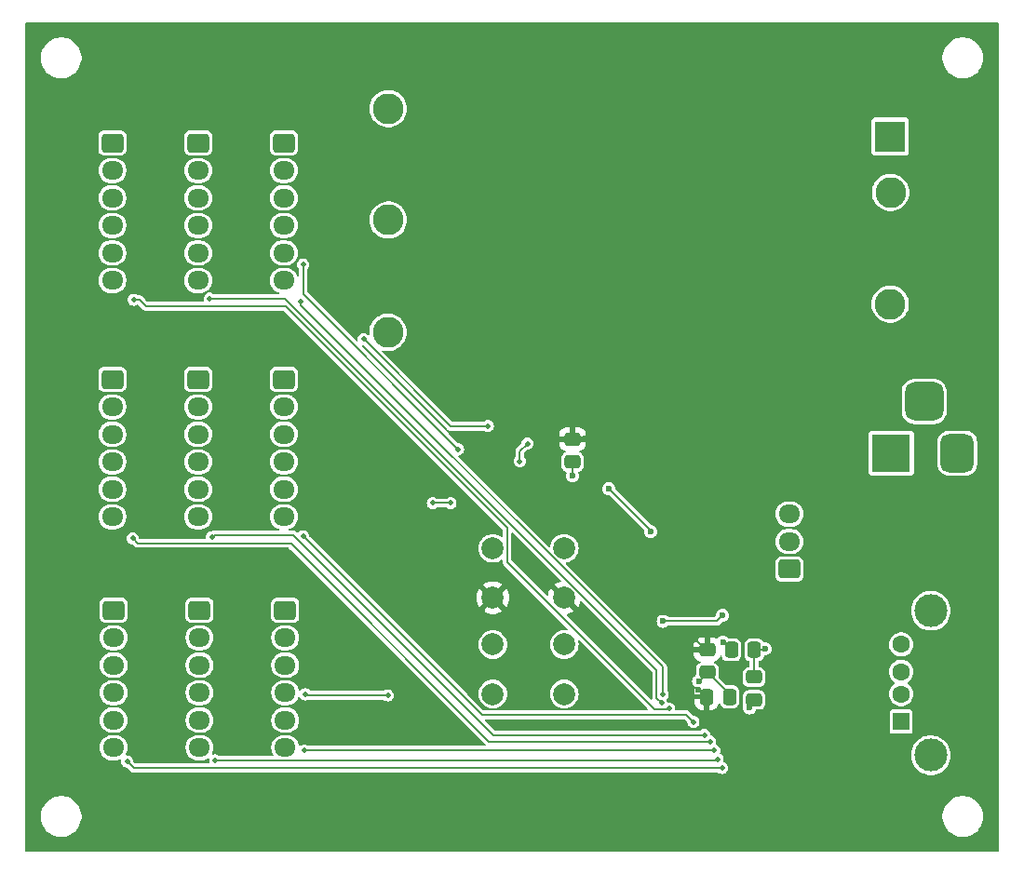
<source format=gbr>
%TF.GenerationSoftware,KiCad,Pcbnew,8.0.5*%
%TF.CreationDate,2024-10-22T17:04:07-05:00*%
%TF.ProjectId,395MainBoard,3339354d-6169-46e4-926f-6172642e6b69,rev?*%
%TF.SameCoordinates,Original*%
%TF.FileFunction,Copper,L2,Bot*%
%TF.FilePolarity,Positive*%
%FSLAX46Y46*%
G04 Gerber Fmt 4.6, Leading zero omitted, Abs format (unit mm)*
G04 Created by KiCad (PCBNEW 8.0.5) date 2024-10-22 17:04:07*
%MOMM*%
%LPD*%
G01*
G04 APERTURE LIST*
G04 Aperture macros list*
%AMRoundRect*
0 Rectangle with rounded corners*
0 $1 Rounding radius*
0 $2 $3 $4 $5 $6 $7 $8 $9 X,Y pos of 4 corners*
0 Add a 4 corners polygon primitive as box body*
4,1,4,$2,$3,$4,$5,$6,$7,$8,$9,$2,$3,0*
0 Add four circle primitives for the rounded corners*
1,1,$1+$1,$2,$3*
1,1,$1+$1,$4,$5*
1,1,$1+$1,$6,$7*
1,1,$1+$1,$8,$9*
0 Add four rect primitives between the rounded corners*
20,1,$1+$1,$2,$3,$4,$5,0*
20,1,$1+$1,$4,$5,$6,$7,0*
20,1,$1+$1,$6,$7,$8,$9,0*
20,1,$1+$1,$8,$9,$2,$3,0*%
G04 Aperture macros list end*
%TA.AperFunction,ComponentPad*%
%ADD10RoundRect,0.250000X-0.725000X0.600000X-0.725000X-0.600000X0.725000X-0.600000X0.725000X0.600000X0*%
%TD*%
%TA.AperFunction,ComponentPad*%
%ADD11O,1.950000X1.700000*%
%TD*%
%TA.AperFunction,ComponentPad*%
%ADD12C,2.000000*%
%TD*%
%TA.AperFunction,ComponentPad*%
%ADD13RoundRect,0.250000X0.725000X-0.600000X0.725000X0.600000X-0.725000X0.600000X-0.725000X-0.600000X0*%
%TD*%
%TA.AperFunction,ComponentPad*%
%ADD14R,1.500000X1.600000*%
%TD*%
%TA.AperFunction,ComponentPad*%
%ADD15C,1.600000*%
%TD*%
%TA.AperFunction,ComponentPad*%
%ADD16C,3.000000*%
%TD*%
%TA.AperFunction,ComponentPad*%
%ADD17R,3.500000X3.500000*%
%TD*%
%TA.AperFunction,ComponentPad*%
%ADD18RoundRect,0.750000X0.750000X1.000000X-0.750000X1.000000X-0.750000X-1.000000X0.750000X-1.000000X0*%
%TD*%
%TA.AperFunction,ComponentPad*%
%ADD19RoundRect,0.875000X0.875000X0.875000X-0.875000X0.875000X-0.875000X-0.875000X0.875000X-0.875000X0*%
%TD*%
%TA.AperFunction,ComponentPad*%
%ADD20R,2.800000X2.800000*%
%TD*%
%TA.AperFunction,ComponentPad*%
%ADD21C,2.800000*%
%TD*%
%TA.AperFunction,SMDPad,CuDef*%
%ADD22RoundRect,0.250000X-0.337500X-0.475000X0.337500X-0.475000X0.337500X0.475000X-0.337500X0.475000X0*%
%TD*%
%TA.AperFunction,SMDPad,CuDef*%
%ADD23RoundRect,0.250000X-0.475000X0.337500X-0.475000X-0.337500X0.475000X-0.337500X0.475000X0.337500X0*%
%TD*%
%TA.AperFunction,SMDPad,CuDef*%
%ADD24RoundRect,0.250000X0.475000X-0.337500X0.475000X0.337500X-0.475000X0.337500X-0.475000X-0.337500X0*%
%TD*%
%TA.AperFunction,ViaPad*%
%ADD25C,0.600000*%
%TD*%
%TA.AperFunction,ViaPad*%
%ADD26C,0.500000*%
%TD*%
%TA.AperFunction,Conductor*%
%ADD27C,0.200000*%
%TD*%
G04 APERTURE END LIST*
D10*
%TO.P,J4,1,Pin_1*%
%TO.N,+12V*%
X128950000Y-43250000D03*
D11*
%TO.P,J4,2,Pin_2*%
%TO.N,GND*%
X128950000Y-45750000D03*
%TO.P,J4,3,Pin_3*%
%TO.N,-12V*%
X128950000Y-48250000D03*
%TO.P,J4,4,Pin_4*%
%TO.N,CAN_H*%
X128950000Y-50750000D03*
%TO.P,J4,5,Pin_5*%
%TO.N,CAN_L*%
X128950000Y-53250000D03*
%TO.P,J4,6,Pin_6*%
%TO.N,/EN1*%
X128950000Y-55750000D03*
%TD*%
D10*
%TO.P,J6,1,Pin_1*%
%TO.N,+12V*%
X136750000Y-64750000D03*
D11*
%TO.P,J6,2,Pin_2*%
%TO.N,GND*%
X136750000Y-67250000D03*
%TO.P,J6,3,Pin_3*%
%TO.N,-12V*%
X136750000Y-69750000D03*
%TO.P,J6,4,Pin_4*%
%TO.N,CAN_H*%
X136750000Y-72250000D03*
%TO.P,J6,5,Pin_5*%
%TO.N,CAN_L*%
X136750000Y-74750000D03*
%TO.P,J6,6,Pin_6*%
%TO.N,/EN3*%
X136750000Y-77250000D03*
%TD*%
D12*
%TO.P,SW1,1,1*%
%TO.N,GND*%
X155750000Y-88865000D03*
X162250000Y-88865000D03*
%TO.P,SW1,2,2*%
%TO.N,/NRST*%
X155750000Y-93365000D03*
X162250000Y-93365000D03*
%TD*%
D13*
%TO.P,J2,1,Pin_1*%
%TO.N,/SWCLK*%
X182725000Y-82000000D03*
D11*
%TO.P,J2,2,Pin_2*%
%TO.N,/SWDIO*%
X182725000Y-79500000D03*
%TO.P,J2,3,Pin_3*%
%TO.N,GND*%
X182725000Y-77000000D03*
%TD*%
D10*
%TO.P,J8,1,Pin_1*%
%TO.N,+12V*%
X121150000Y-64750000D03*
D11*
%TO.P,J8,2,Pin_2*%
%TO.N,GND*%
X121150000Y-67250000D03*
%TO.P,J8,3,Pin_3*%
%TO.N,-12V*%
X121150000Y-69750000D03*
%TO.P,J8,4,Pin_4*%
%TO.N,CAN_H*%
X121150000Y-72250000D03*
%TO.P,J8,5,Pin_5*%
%TO.N,CAN_L*%
X121150000Y-74750000D03*
%TO.P,J8,6,Pin_6*%
%TO.N,/EN5*%
X121150000Y-77250000D03*
%TD*%
D14*
%TO.P,J13,1,VBUS*%
%TO.N,unconnected-(J13-VBUS-Pad1)*%
X192890000Y-95865000D03*
D15*
%TO.P,J13,2,D-*%
%TO.N,/D-*%
X192890000Y-93365000D03*
%TO.P,J13,3,D+*%
%TO.N,/D+*%
X192890000Y-91365000D03*
%TO.P,J13,4,GND*%
%TO.N,GND*%
X192890000Y-88865000D03*
D16*
%TO.P,J13,5,Shield*%
%TO.N,Net-(J13-Shield)*%
X195600000Y-98935000D03*
X195600000Y-85795000D03*
%TD*%
D10*
%TO.P,J11,1,Pin_1*%
%TO.N,+12V*%
X121275000Y-85750000D03*
D11*
%TO.P,J11,2,Pin_2*%
%TO.N,GND*%
X121275000Y-88250000D03*
%TO.P,J11,3,Pin_3*%
%TO.N,-12V*%
X121275000Y-90750000D03*
%TO.P,J11,4,Pin_4*%
%TO.N,CAN_H*%
X121275000Y-93250000D03*
%TO.P,J11,5,Pin_5*%
%TO.N,CAN_L*%
X121275000Y-95750000D03*
%TO.P,J11,6,Pin_6*%
%TO.N,/EN8*%
X121275000Y-98250000D03*
%TD*%
D17*
%TO.P,J12,1*%
%TO.N,/VIN*%
X192000000Y-71457500D03*
D18*
%TO.P,J12,2*%
%TO.N,/EXT_GND*%
X198000000Y-71457500D03*
D19*
%TO.P,J12,3*%
%TO.N,N/C*%
X195000000Y-66757500D03*
%TD*%
D10*
%TO.P,J9,1,Pin_1*%
%TO.N,+12V*%
X136875000Y-85750000D03*
D11*
%TO.P,J9,2,Pin_2*%
%TO.N,GND*%
X136875000Y-88250000D03*
%TO.P,J9,3,Pin_3*%
%TO.N,-12V*%
X136875000Y-90750000D03*
%TO.P,J9,4,Pin_4*%
%TO.N,CAN_H*%
X136875000Y-93250000D03*
%TO.P,J9,5,Pin_5*%
%TO.N,CAN_L*%
X136875000Y-95750000D03*
%TO.P,J9,6,Pin_6*%
%TO.N,/EN6*%
X136875000Y-98250000D03*
%TD*%
D10*
%TO.P,J7,1,Pin_1*%
%TO.N,+12V*%
X128950000Y-64750000D03*
D11*
%TO.P,J7,2,Pin_2*%
%TO.N,GND*%
X128950000Y-67250000D03*
%TO.P,J7,3,Pin_3*%
%TO.N,-12V*%
X128950000Y-69750000D03*
%TO.P,J7,4,Pin_4*%
%TO.N,CAN_H*%
X128950000Y-72250000D03*
%TO.P,J7,5,Pin_5*%
%TO.N,CAN_L*%
X128950000Y-74750000D03*
%TO.P,J7,6,Pin_6*%
%TO.N,/EN4*%
X128950000Y-77250000D03*
%TD*%
D10*
%TO.P,J5,1,Pin_1*%
%TO.N,+12V*%
X121150000Y-43250000D03*
D11*
%TO.P,J5,2,Pin_2*%
%TO.N,GND*%
X121150000Y-45750000D03*
%TO.P,J5,3,Pin_3*%
%TO.N,-12V*%
X121150000Y-48250000D03*
%TO.P,J5,4,Pin_4*%
%TO.N,CAN_H*%
X121150000Y-50750000D03*
%TO.P,J5,5,Pin_5*%
%TO.N,CAN_L*%
X121150000Y-53250000D03*
%TO.P,J5,6,Pin_6*%
%TO.N,/EN2*%
X121150000Y-55750000D03*
%TD*%
D10*
%TO.P,J10,1,Pin_1*%
%TO.N,+12V*%
X129075000Y-85750000D03*
D11*
%TO.P,J10,2,Pin_2*%
%TO.N,GND*%
X129075000Y-88250000D03*
%TO.P,J10,3,Pin_3*%
%TO.N,-12V*%
X129075000Y-90750000D03*
%TO.P,J10,4,Pin_4*%
%TO.N,CAN_H*%
X129075000Y-93250000D03*
%TO.P,J10,5,Pin_5*%
%TO.N,CAN_L*%
X129075000Y-95750000D03*
%TO.P,J10,6,Pin_6*%
%TO.N,/EN7*%
X129075000Y-98250000D03*
%TD*%
D20*
%TO.P,U4,1,+VIN*%
%TO.N,/VIN*%
X191897033Y-42648175D03*
D21*
%TO.P,U4,2,-VIN*%
%TO.N,/EXT_GND*%
X191929898Y-47737231D03*
%TO.P,U4,3,On/~{Off}*%
%TO.N,/VIN*%
X191902287Y-57904161D03*
%TO.P,U4,4,+VOUT*%
%TO.N,+12V*%
X146250000Y-40124876D03*
%TO.P,U4,5,Common*%
%TO.N,GND*%
X146250000Y-50250000D03*
%TO.P,U4,6,-VOUT*%
%TO.N,-12V*%
X146215124Y-60462314D03*
%TD*%
D10*
%TO.P,J3,1,Pin_1*%
%TO.N,+12V*%
X136750000Y-43250000D03*
D11*
%TO.P,J3,2,Pin_2*%
%TO.N,GND*%
X136750000Y-45750000D03*
%TO.P,J3,3,Pin_3*%
%TO.N,-12V*%
X136750000Y-48250000D03*
%TO.P,J3,4,Pin_4*%
%TO.N,CAN_H*%
X136750000Y-50750000D03*
%TO.P,J3,5,Pin_5*%
%TO.N,CAN_L*%
X136750000Y-53250000D03*
%TO.P,J3,6,Pin_6*%
%TO.N,/EN0*%
X136750000Y-55750000D03*
%TD*%
D12*
%TO.P,SW2,1,1*%
%TO.N,/BOOT0*%
X155750000Y-80115000D03*
X162250000Y-80115000D03*
%TO.P,SW2,2,2*%
%TO.N,VDD*%
X155750000Y-84615000D03*
X162250000Y-84615000D03*
%TD*%
D22*
%TO.P,C11,1*%
%TO.N,VDD*%
X175212500Y-93615000D03*
%TO.P,C11,2*%
%TO.N,GND*%
X177287500Y-93615000D03*
%TD*%
D23*
%TO.P,C2,1*%
%TO.N,VDD*%
X163000000Y-70175000D03*
%TO.P,C2,2*%
%TO.N,GND*%
X163000000Y-72250000D03*
%TD*%
D22*
%TO.P,C6,1*%
%TO.N,/VCAP2*%
X177462500Y-89365000D03*
%TO.P,C6,2*%
%TO.N,GND*%
X179537500Y-89365000D03*
%TD*%
D23*
%TO.P,C10,1*%
%TO.N,VDD*%
X175250000Y-89327500D03*
%TO.P,C10,2*%
%TO.N,GND*%
X175250000Y-91402500D03*
%TD*%
D24*
%TO.P,C5,1*%
%TO.N,/VCAP1*%
X179500000Y-93902500D03*
%TO.P,C5,2*%
%TO.N,GND*%
X179500000Y-91827500D03*
%TD*%
D25*
%TO.N,GND*%
X180495716Y-89265158D03*
X163000000Y-73500000D03*
X174482663Y-92202979D03*
%TO.N,VDD*%
X171900000Y-70800000D03*
X160400000Y-83100000D03*
X181750000Y-95250000D03*
X181000000Y-87500000D03*
X174469019Y-93002864D03*
X154750000Y-85750000D03*
X149000000Y-86500000D03*
X164200000Y-70100000D03*
X174200000Y-88400000D03*
%TO.N,/VCAP1*%
X179100381Y-94627508D03*
%TO.N,/VCAP2*%
X176677946Y-88690000D03*
D26*
%TO.N,CAN_H*%
X138700000Y-93400000D03*
X155300000Y-69000000D03*
X144000000Y-61100000D03*
X146200000Y-93500000D03*
%TO.N,CAN_L*%
X158200000Y-72200000D03*
X151900000Y-76000000D03*
X150300000Y-76000000D03*
X138500000Y-54300000D03*
X158900000Y-70600000D03*
X152600000Y-71100000D03*
%TO.N,/EN0*%
X171200000Y-93415000D03*
X138300000Y-57700000D03*
%TO.N,/EN1*%
X171100000Y-94200000D03*
X130000000Y-57400000D03*
%TO.N,/EN2*%
X123100000Y-57500000D03*
X171800000Y-94700000D03*
%TO.N,/EN3*%
X138500000Y-79000000D03*
X174000000Y-95900000D03*
%TO.N,/EN4*%
X175000000Y-97100000D03*
X130200000Y-79100000D03*
%TO.N,/EN5*%
X123000000Y-79200000D03*
X175500000Y-97700000D03*
%TO.N,/EN6*%
X138600000Y-98500000D03*
X175900000Y-98500000D03*
%TO.N,/EN7*%
X130500000Y-99400000D03*
X176200000Y-99300000D03*
%TO.N,/EN8*%
X176600000Y-100100000D03*
X122500000Y-99500000D03*
D25*
%TO.N,/BOOT0*%
X176641250Y-86220261D03*
X171250000Y-86750000D03*
%TO.N,/CAN_TX*%
X170100000Y-78600000D03*
X166300000Y-74700000D03*
%TD*%
D27*
%TO.N,GND*%
X175250000Y-91435642D02*
X174482663Y-92202979D01*
X163000000Y-72250000D02*
X163000000Y-73500000D01*
X177287500Y-93615000D02*
X177287500Y-93440000D01*
X177287500Y-93440000D02*
X175250000Y-91402500D01*
X175250000Y-91402500D02*
X175250000Y-91435642D01*
X179500000Y-89402500D02*
X179537500Y-89365000D01*
X179537500Y-89365000D02*
X180395874Y-89365000D01*
X179500000Y-91827500D02*
X179500000Y-89402500D01*
X180395874Y-89365000D02*
X180495716Y-89265158D01*
%TO.N,VDD*%
X149000000Y-86500000D02*
X154000000Y-86500000D01*
X175081155Y-93615000D02*
X174469019Y-93002864D01*
X175127500Y-89327500D02*
X174200000Y-88400000D01*
X164200000Y-70100000D02*
X163075000Y-70100000D01*
X154000000Y-86500000D02*
X154750000Y-85750000D01*
X163075000Y-70100000D02*
X163000000Y-70175000D01*
X175212500Y-93615000D02*
X175081155Y-93615000D01*
X175250000Y-89327500D02*
X175127500Y-89327500D01*
%TO.N,/VCAP1*%
X179500000Y-94227889D02*
X179100381Y-94627508D01*
X179500000Y-93902500D02*
X179500000Y-94227889D01*
%TO.N,/VCAP2*%
X177352946Y-89365000D02*
X176677946Y-88690000D01*
X177462500Y-89365000D02*
X177352946Y-89365000D01*
%TO.N,CAN_H*%
X138800000Y-93500000D02*
X138700000Y-93400000D01*
X146200000Y-93500000D02*
X138800000Y-93500000D01*
X151900000Y-69000000D02*
X155300000Y-69000000D01*
X144000000Y-61100000D02*
X151900000Y-69000000D01*
%TO.N,CAN_L*%
X158200000Y-72200000D02*
X158200000Y-71300000D01*
X152600000Y-71100000D02*
X138500000Y-57000000D01*
X158200000Y-71300000D02*
X158900000Y-70600000D01*
X151900000Y-76000000D02*
X150300000Y-76000000D01*
X138500000Y-57000000D02*
X138500000Y-54300000D01*
%TO.N,/EN0*%
X138300000Y-58003478D02*
X171200000Y-90903478D01*
X138300000Y-57700000D02*
X138300000Y-58003478D01*
X171200000Y-90903478D02*
X171200000Y-93415000D01*
%TO.N,/EN1*%
X171100000Y-94200000D02*
X170650000Y-93750000D01*
X136873478Y-57400000D02*
X130000000Y-57400000D01*
X170650000Y-93750000D02*
X170650000Y-91176522D01*
X170650000Y-91176522D02*
X136873478Y-57400000D01*
%TO.N,/EN2*%
X170450000Y-94750000D02*
X171750000Y-94750000D01*
X136900000Y-58100000D02*
X157050000Y-78250000D01*
X162500000Y-86800000D02*
X170450000Y-94750000D01*
X123600000Y-57500000D02*
X124200000Y-58100000D01*
X124200000Y-58100000D02*
X136900000Y-58100000D01*
X157050000Y-78250000D02*
X157050000Y-81350000D01*
X171750000Y-94750000D02*
X171800000Y-94700000D01*
X157050000Y-81350000D02*
X162500000Y-86800000D01*
X123100000Y-57500000D02*
X123600000Y-57500000D01*
%TO.N,/EN3*%
X138500000Y-79000000D02*
X154750000Y-95250000D01*
X173350000Y-95250000D02*
X174000000Y-95900000D01*
X154750000Y-95250000D02*
X173350000Y-95250000D01*
%TO.N,/EN4*%
X137622182Y-78900000D02*
X137300000Y-78900000D01*
X175000000Y-97100000D02*
X155822182Y-97100000D01*
X155822182Y-97100000D02*
X137622182Y-78900000D01*
X137300000Y-78900000D02*
X130400000Y-78900000D01*
X130400000Y-78900000D02*
X130200000Y-79100000D01*
%TO.N,/EN5*%
X155400000Y-97700000D02*
X175500000Y-97700000D01*
X137350000Y-79650000D02*
X137400000Y-79700000D01*
X123450000Y-79650000D02*
X137350000Y-79650000D01*
X123000000Y-79200000D02*
X123450000Y-79650000D01*
X137400000Y-79700000D02*
X155400000Y-97700000D01*
%TO.N,/EN6*%
X175900000Y-98500000D02*
X138600000Y-98500000D01*
%TO.N,/EN7*%
X176200000Y-99300000D02*
X176100000Y-99400000D01*
X176100000Y-99400000D02*
X130500000Y-99400000D01*
%TO.N,/EN8*%
X123100000Y-100100000D02*
X122500000Y-99500000D01*
X176600000Y-100100000D02*
X123100000Y-100100000D01*
%TO.N,/BOOT0*%
X176111511Y-86750000D02*
X176641250Y-86220261D01*
X171250000Y-86750000D02*
X176111511Y-86750000D01*
%TO.N,/CAN_TX*%
X170100000Y-78500000D02*
X170100000Y-78600000D01*
X166300000Y-74700000D02*
X170100000Y-78500000D01*
%TD*%
%TA.AperFunction,Conductor*%
%TO.N,VDD*%
G36*
X163473435Y-85484882D02*
G01*
X163573733Y-85331366D01*
X163673585Y-85103726D01*
X163709756Y-84960892D01*
X163743613Y-84915488D01*
X163799658Y-84907322D01*
X163833818Y-84926732D01*
X170227826Y-91320740D01*
X170249500Y-91373066D01*
X170249500Y-93804455D01*
X170227826Y-93856781D01*
X170175500Y-93878455D01*
X170123174Y-93856781D01*
X162482031Y-86215638D01*
X162460357Y-86163312D01*
X162482031Y-86110986D01*
X162522178Y-86090321D01*
X162619485Y-86074084D01*
X162854609Y-85993367D01*
X163073236Y-85875052D01*
X163120056Y-85838610D01*
X163120057Y-85838610D01*
X162420234Y-85138787D01*
X162462292Y-85127518D01*
X162587708Y-85055110D01*
X162690110Y-84952708D01*
X162762518Y-84827292D01*
X162773787Y-84785234D01*
X163473435Y-85484882D01*
G37*
%TD.AperFunction*%
%TA.AperFunction,Conductor*%
G36*
X157576826Y-78669740D02*
G01*
X161935249Y-83028163D01*
X161956923Y-83080489D01*
X161935249Y-83132815D01*
X161895107Y-83153479D01*
X161880516Y-83155914D01*
X161645390Y-83236632D01*
X161426774Y-83354941D01*
X161426757Y-83354952D01*
X161379942Y-83391388D01*
X161379942Y-83391389D01*
X162079765Y-84091212D01*
X162037708Y-84102482D01*
X161912292Y-84174890D01*
X161809890Y-84277292D01*
X161737482Y-84402708D01*
X161726212Y-84444765D01*
X161026563Y-83745116D01*
X160926266Y-83898633D01*
X160826414Y-84126273D01*
X160770740Y-84346125D01*
X160736883Y-84391529D01*
X160680838Y-84399695D01*
X160646678Y-84380285D01*
X157472174Y-81205781D01*
X157450500Y-81153455D01*
X157450500Y-78722066D01*
X157472174Y-78669740D01*
X157524500Y-78648066D01*
X157576826Y-78669740D01*
G37*
%TD.AperFunction*%
%TA.AperFunction,Conductor*%
G36*
X201727826Y-32272174D02*
G01*
X201749500Y-32324500D01*
X201749500Y-107675500D01*
X201727826Y-107727826D01*
X201675500Y-107749500D01*
X113324500Y-107749500D01*
X113272174Y-107727826D01*
X113250500Y-107675500D01*
X113250500Y-104378713D01*
X114649500Y-104378713D01*
X114649500Y-104621286D01*
X114681160Y-104861782D01*
X114681162Y-104861791D01*
X114743945Y-105096099D01*
X114836772Y-105320203D01*
X114836775Y-105320211D01*
X114958061Y-105530285D01*
X114958065Y-105530291D01*
X115105735Y-105722738D01*
X115277262Y-105894265D01*
X115469711Y-106041936D01*
X115679788Y-106163224D01*
X115903900Y-106256054D01*
X116138211Y-106318838D01*
X116138214Y-106318838D01*
X116138217Y-106318839D01*
X116244951Y-106332890D01*
X116378712Y-106350500D01*
X116378714Y-106350500D01*
X116621286Y-106350500D01*
X116621288Y-106350500D01*
X116806575Y-106326106D01*
X116861782Y-106318839D01*
X116861782Y-106318838D01*
X116861789Y-106318838D01*
X117096100Y-106256054D01*
X117320212Y-106163224D01*
X117530289Y-106041936D01*
X117722738Y-105894265D01*
X117894265Y-105722738D01*
X118041936Y-105530289D01*
X118163224Y-105320212D01*
X118256054Y-105096100D01*
X118318838Y-104861789D01*
X118350500Y-104621288D01*
X118350500Y-104378713D01*
X196649500Y-104378713D01*
X196649500Y-104621286D01*
X196681160Y-104861782D01*
X196681162Y-104861791D01*
X196743945Y-105096099D01*
X196836772Y-105320203D01*
X196836775Y-105320211D01*
X196958061Y-105530285D01*
X196958065Y-105530291D01*
X197105735Y-105722738D01*
X197277262Y-105894265D01*
X197469711Y-106041936D01*
X197679788Y-106163224D01*
X197903900Y-106256054D01*
X198138211Y-106318838D01*
X198138214Y-106318838D01*
X198138217Y-106318839D01*
X198244951Y-106332890D01*
X198378712Y-106350500D01*
X198378714Y-106350500D01*
X198621286Y-106350500D01*
X198621288Y-106350500D01*
X198806575Y-106326106D01*
X198861782Y-106318839D01*
X198861782Y-106318838D01*
X198861789Y-106318838D01*
X199096100Y-106256054D01*
X199320212Y-106163224D01*
X199530289Y-106041936D01*
X199722738Y-105894265D01*
X199894265Y-105722738D01*
X200041936Y-105530289D01*
X200163224Y-105320212D01*
X200256054Y-105096100D01*
X200318838Y-104861789D01*
X200350500Y-104621288D01*
X200350500Y-104378712D01*
X200318838Y-104138211D01*
X200256054Y-103903900D01*
X200163224Y-103679788D01*
X200041936Y-103469711D01*
X199894265Y-103277262D01*
X199722738Y-103105735D01*
X199530291Y-102958065D01*
X199530285Y-102958061D01*
X199320211Y-102836775D01*
X199320203Y-102836772D01*
X199096099Y-102743945D01*
X198861791Y-102681162D01*
X198861782Y-102681160D01*
X198668480Y-102655712D01*
X198621288Y-102649500D01*
X198378712Y-102649500D01*
X198335736Y-102655157D01*
X198138217Y-102681160D01*
X198138208Y-102681162D01*
X197903900Y-102743945D01*
X197679796Y-102836772D01*
X197679788Y-102836775D01*
X197469714Y-102958061D01*
X197469708Y-102958065D01*
X197277261Y-103105735D01*
X197105735Y-103277261D01*
X196958065Y-103469708D01*
X196958061Y-103469714D01*
X196836775Y-103679788D01*
X196836772Y-103679796D01*
X196743945Y-103903900D01*
X196681162Y-104138208D01*
X196681160Y-104138217D01*
X196649500Y-104378713D01*
X118350500Y-104378713D01*
X118350500Y-104378712D01*
X118318838Y-104138211D01*
X118256054Y-103903900D01*
X118163224Y-103679788D01*
X118041936Y-103469711D01*
X117894265Y-103277262D01*
X117722738Y-103105735D01*
X117530291Y-102958065D01*
X117530285Y-102958061D01*
X117320211Y-102836775D01*
X117320203Y-102836772D01*
X117096099Y-102743945D01*
X116861791Y-102681162D01*
X116861782Y-102681160D01*
X116668480Y-102655712D01*
X116621288Y-102649500D01*
X116378712Y-102649500D01*
X116335736Y-102655157D01*
X116138217Y-102681160D01*
X116138208Y-102681162D01*
X115903900Y-102743945D01*
X115679796Y-102836772D01*
X115679788Y-102836775D01*
X115469714Y-102958061D01*
X115469708Y-102958065D01*
X115277261Y-103105735D01*
X115105735Y-103277261D01*
X114958065Y-103469708D01*
X114958061Y-103469714D01*
X114836775Y-103679788D01*
X114836772Y-103679796D01*
X114743945Y-103903900D01*
X114681162Y-104138208D01*
X114681160Y-104138217D01*
X114649500Y-104378713D01*
X113250500Y-104378713D01*
X113250500Y-98159453D01*
X119999500Y-98159453D01*
X119999500Y-98340546D01*
X120027828Y-98519406D01*
X120027831Y-98519419D01*
X120083787Y-98691635D01*
X120083788Y-98691638D01*
X120083789Y-98691639D01*
X120161803Y-98844750D01*
X120166005Y-98852995D01*
X120166005Y-98852996D01*
X120200519Y-98900500D01*
X120272447Y-98999501D01*
X120400499Y-99127553D01*
X120547006Y-99233996D01*
X120708361Y-99316211D01*
X120708364Y-99316212D01*
X120708363Y-99316212D01*
X120880580Y-99372168D01*
X120880586Y-99372169D01*
X120880591Y-99372171D01*
X120968700Y-99386126D01*
X121059453Y-99400500D01*
X121059454Y-99400500D01*
X121490547Y-99400500D01*
X121535261Y-99393417D01*
X121669409Y-99372171D01*
X121669416Y-99372168D01*
X121669419Y-99372168D01*
X121718526Y-99356211D01*
X121841639Y-99316211D01*
X121852777Y-99310535D01*
X121909236Y-99306088D01*
X121952306Y-99342868D01*
X121959741Y-99386126D01*
X121944750Y-99499999D01*
X121963669Y-99643708D01*
X122019138Y-99777623D01*
X122019139Y-99777625D01*
X122107379Y-99892621D01*
X122222375Y-99980861D01*
X122356291Y-100036330D01*
X122462262Y-100050281D01*
X122504929Y-100071322D01*
X122854087Y-100420480D01*
X122945412Y-100473207D01*
X123047273Y-100500500D01*
X176192528Y-100500500D01*
X176237574Y-100515791D01*
X176322375Y-100580861D01*
X176456291Y-100636330D01*
X176600000Y-100655250D01*
X176743709Y-100636330D01*
X176877625Y-100580861D01*
X176992621Y-100492621D01*
X177080861Y-100377625D01*
X177136330Y-100243709D01*
X177155250Y-100100000D01*
X177136330Y-99956291D01*
X177080861Y-99822375D01*
X176992621Y-99707379D01*
X176877625Y-99619139D01*
X176806015Y-99589477D01*
X176763364Y-99571811D01*
X176723316Y-99531763D01*
X176723316Y-99475127D01*
X176736330Y-99443709D01*
X176755250Y-99300000D01*
X176736330Y-99156291D01*
X176680861Y-99022375D01*
X176613814Y-98934998D01*
X193794451Y-98934998D01*
X193794451Y-98935001D01*
X193814617Y-99204103D01*
X193874664Y-99467190D01*
X193973256Y-99718396D01*
X194108181Y-99952096D01*
X194108188Y-99952107D01*
X194276431Y-100163076D01*
X194276438Y-100163084D01*
X194276439Y-100163085D01*
X194474259Y-100346635D01*
X194697226Y-100498651D01*
X194940359Y-100615738D01*
X195007117Y-100636330D01*
X195198220Y-100695278D01*
X195198222Y-100695278D01*
X195198228Y-100695280D01*
X195465071Y-100735500D01*
X195465076Y-100735500D01*
X195734924Y-100735500D01*
X195734929Y-100735500D01*
X196001772Y-100695280D01*
X196001777Y-100695278D01*
X196001779Y-100695278D01*
X196045670Y-100681739D01*
X196259641Y-100615738D01*
X196502775Y-100498651D01*
X196725741Y-100346635D01*
X196923561Y-100163085D01*
X197091815Y-99952102D01*
X197226743Y-99718398D01*
X197325334Y-99467195D01*
X197385383Y-99204103D01*
X197405549Y-98935000D01*
X197385383Y-98665897D01*
X197325334Y-98402805D01*
X197226743Y-98151602D01*
X197091815Y-97917898D01*
X197091814Y-97917896D01*
X197091811Y-97917892D01*
X196923568Y-97706923D01*
X196923559Y-97706913D01*
X196858991Y-97647003D01*
X196725741Y-97523365D01*
X196502775Y-97371349D01*
X196284024Y-97266004D01*
X196259646Y-97254264D01*
X196259642Y-97254262D01*
X196259641Y-97254262D01*
X196259636Y-97254260D01*
X196259632Y-97254259D01*
X196001779Y-97174721D01*
X195983604Y-97171981D01*
X195734929Y-97134500D01*
X195465071Y-97134500D01*
X195255462Y-97166093D01*
X195198220Y-97174721D01*
X194940367Y-97254259D01*
X194940359Y-97254262D01*
X194697225Y-97371349D01*
X194545209Y-97474992D01*
X194507792Y-97500503D01*
X194474258Y-97523366D01*
X194276440Y-97706913D01*
X194276431Y-97706923D01*
X194108188Y-97917892D01*
X194108181Y-97917903D01*
X193973256Y-98151603D01*
X193874664Y-98402809D01*
X193814617Y-98665896D01*
X193794451Y-98934998D01*
X176613814Y-98934998D01*
X176592621Y-98907379D01*
X176477625Y-98819139D01*
X176448720Y-98807166D01*
X176408672Y-98767117D01*
X176408672Y-98710482D01*
X176436330Y-98643709D01*
X176455250Y-98500000D01*
X176436330Y-98356291D01*
X176380861Y-98222375D01*
X176292621Y-98107379D01*
X176177625Y-98019139D01*
X176084568Y-97980594D01*
X176063364Y-97971811D01*
X176023316Y-97931763D01*
X176023316Y-97875127D01*
X176036330Y-97843709D01*
X176055250Y-97700000D01*
X176036330Y-97556291D01*
X175980861Y-97422375D01*
X175892621Y-97307379D01*
X175777625Y-97219139D01*
X175777623Y-97219138D01*
X175643708Y-97163669D01*
X175618516Y-97160353D01*
X175569467Y-97132034D01*
X175554808Y-97096645D01*
X175537158Y-96962584D01*
X175536330Y-96956291D01*
X175480861Y-96822375D01*
X175392621Y-96707379D01*
X175277625Y-96619139D01*
X175277623Y-96619138D01*
X175143708Y-96563669D01*
X175000000Y-96544750D01*
X174856291Y-96563669D01*
X174722376Y-96619138D01*
X174722375Y-96619139D01*
X174637574Y-96684208D01*
X174592528Y-96699500D01*
X156018727Y-96699500D01*
X155966401Y-96677826D01*
X155065401Y-95776826D01*
X155043727Y-95724500D01*
X155065401Y-95672174D01*
X155117727Y-95650500D01*
X173153455Y-95650500D01*
X173205781Y-95672174D01*
X173428676Y-95895069D01*
X173449717Y-95937735D01*
X173463669Y-96043708D01*
X173519138Y-96177623D01*
X173519139Y-96177625D01*
X173607379Y-96292621D01*
X173722375Y-96380861D01*
X173856291Y-96436330D01*
X174000000Y-96455250D01*
X174143709Y-96436330D01*
X174277625Y-96380861D01*
X174392621Y-96292621D01*
X174480861Y-96177625D01*
X174536330Y-96043709D01*
X174555250Y-95900000D01*
X174536330Y-95756291D01*
X174480861Y-95622375D01*
X174392621Y-95507379D01*
X174277625Y-95419139D01*
X174277623Y-95419138D01*
X174143708Y-95363669D01*
X174037735Y-95349717D01*
X173995069Y-95328676D01*
X173813396Y-95147003D01*
X173595913Y-94929520D01*
X173595910Y-94929518D01*
X173595909Y-94929517D01*
X173504592Y-94876795D01*
X173504588Y-94876793D01*
X173488357Y-94872444D01*
X173402727Y-94849500D01*
X173402726Y-94849500D01*
X172419949Y-94849500D01*
X172367623Y-94827826D01*
X172345949Y-94775500D01*
X172346582Y-94765841D01*
X172348546Y-94750920D01*
X172355250Y-94700000D01*
X172336330Y-94556291D01*
X172280861Y-94422375D01*
X172192621Y-94307379D01*
X172077625Y-94219139D01*
X172069832Y-94215911D01*
X171943708Y-94163669D01*
X171818919Y-94147240D01*
X171800000Y-94144750D01*
X171799999Y-94144750D01*
X171723932Y-94154764D01*
X171669225Y-94140105D01*
X171669151Y-94139976D01*
X174125001Y-94139976D01*
X174135494Y-94242696D01*
X174190642Y-94409121D01*
X174282683Y-94558343D01*
X174282686Y-94558347D01*
X174406653Y-94682314D01*
X174406656Y-94682316D01*
X174555878Y-94774357D01*
X174722302Y-94829505D01*
X174825025Y-94839999D01*
X174962500Y-94839999D01*
X174962500Y-93865000D01*
X174125001Y-93865000D01*
X174125001Y-94139976D01*
X171669151Y-94139976D01*
X171640907Y-94091056D01*
X171636330Y-94056291D01*
X171594478Y-93955250D01*
X171580861Y-93922375D01*
X171574845Y-93914535D01*
X171560186Y-93859830D01*
X171588502Y-93810781D01*
X171592621Y-93807621D01*
X171680861Y-93692625D01*
X171736330Y-93558709D01*
X171755250Y-93415000D01*
X171736330Y-93271291D01*
X171680861Y-93137375D01*
X171666296Y-93118393D01*
X171615792Y-93052575D01*
X171600500Y-93007527D01*
X171600500Y-92202979D01*
X173876981Y-92202979D01*
X173897618Y-92359739D01*
X173897618Y-92359740D01*
X173958127Y-92505820D01*
X174054378Y-92631258D01*
X174054383Y-92631263D01*
X174173237Y-92722462D01*
X174201556Y-92771511D01*
X174191884Y-92816696D01*
X174192465Y-92816967D01*
X174191285Y-92819497D01*
X174191175Y-92820013D01*
X174190644Y-92820874D01*
X174135494Y-92987302D01*
X174125000Y-93090024D01*
X174125000Y-93365000D01*
X175388500Y-93365000D01*
X175440826Y-93386674D01*
X175462500Y-93439000D01*
X175462500Y-94839999D01*
X175599971Y-94839999D01*
X175599976Y-94839998D01*
X175702696Y-94829505D01*
X175869121Y-94774357D01*
X176018343Y-94682316D01*
X176018347Y-94682314D01*
X176142314Y-94558347D01*
X176142316Y-94558343D01*
X176234358Y-94409120D01*
X176284181Y-94258764D01*
X176321214Y-94215911D01*
X176377701Y-94211796D01*
X176420554Y-94248829D01*
X176423265Y-94254892D01*
X176465637Y-94362339D01*
X176465638Y-94362341D01*
X176465639Y-94362342D01*
X176473093Y-94372171D01*
X176547844Y-94470746D01*
X176557078Y-94482922D01*
X176677658Y-94574361D01*
X176818436Y-94629877D01*
X176889764Y-94638442D01*
X176906896Y-94640500D01*
X176906898Y-94640500D01*
X177668104Y-94640500D01*
X177683722Y-94638624D01*
X177756564Y-94629877D01*
X177897342Y-94574361D01*
X178017922Y-94482922D01*
X178109361Y-94362342D01*
X178140609Y-94283104D01*
X178474499Y-94283104D01*
X178483055Y-94354344D01*
X178485123Y-94371564D01*
X178496534Y-94400500D01*
X178510538Y-94436012D01*
X178515064Y-94472818D01*
X178494699Y-94627507D01*
X178515336Y-94784268D01*
X178515336Y-94784269D01*
X178575845Y-94930349D01*
X178672096Y-95055787D01*
X178672101Y-95055792D01*
X178755726Y-95119959D01*
X178797540Y-95152044D01*
X178943619Y-95212552D01*
X179100381Y-95233190D01*
X179257143Y-95212552D01*
X179403222Y-95152044D01*
X179528663Y-95055790D01*
X179556022Y-95020135D01*
X191839500Y-95020135D01*
X191839500Y-96709863D01*
X191842414Y-96734986D01*
X191842415Y-96734991D01*
X191887794Y-96837765D01*
X191967235Y-96917206D01*
X192070009Y-96962585D01*
X192095135Y-96965500D01*
X193684864Y-96965499D01*
X193709991Y-96962585D01*
X193812765Y-96917206D01*
X193892206Y-96837765D01*
X193937585Y-96734991D01*
X193940500Y-96709865D01*
X193940499Y-95020136D01*
X193937585Y-94995009D01*
X193892206Y-94892235D01*
X193812765Y-94812794D01*
X193709991Y-94767415D01*
X193709990Y-94767414D01*
X193709988Y-94767414D01*
X193688659Y-94764940D01*
X193684865Y-94764500D01*
X193684864Y-94764500D01*
X192095136Y-94764500D01*
X192070013Y-94767414D01*
X192070007Y-94767415D01*
X191967234Y-94812794D01*
X191887794Y-94892234D01*
X191842414Y-94995011D01*
X191839500Y-95020135D01*
X179556022Y-95020135D01*
X179624917Y-94930349D01*
X179663922Y-94836181D01*
X179703970Y-94796133D01*
X179732289Y-94790500D01*
X180018104Y-94790500D01*
X180033722Y-94788624D01*
X180106564Y-94779877D01*
X180247342Y-94724361D01*
X180367922Y-94632922D01*
X180459361Y-94512342D01*
X180514877Y-94371564D01*
X180525500Y-94283102D01*
X180525500Y-93521898D01*
X180525202Y-93519419D01*
X180522686Y-93498467D01*
X180514877Y-93433436D01*
X180459361Y-93292658D01*
X180367922Y-93172078D01*
X180351274Y-93159453D01*
X180247341Y-93080638D01*
X180125643Y-93032647D01*
X180106564Y-93025123D01*
X180077076Y-93021582D01*
X180018104Y-93014500D01*
X180018102Y-93014500D01*
X178981898Y-93014500D01*
X178981896Y-93014500D01*
X178893436Y-93025123D01*
X178752658Y-93080638D01*
X178632078Y-93172077D01*
X178632077Y-93172078D01*
X178540638Y-93292658D01*
X178485123Y-93433436D01*
X178474798Y-93519419D01*
X178474500Y-93521898D01*
X178474500Y-94283102D01*
X178474500Y-94283104D01*
X178474499Y-94283104D01*
X178140609Y-94283104D01*
X178164877Y-94221564D01*
X178175500Y-94133102D01*
X178175500Y-93096898D01*
X178173547Y-93080638D01*
X178167784Y-93032647D01*
X178164877Y-93008436D01*
X178109361Y-92867658D01*
X178017922Y-92747078D01*
X177992125Y-92727515D01*
X177897341Y-92655638D01*
X177808033Y-92620420D01*
X177756564Y-92600123D01*
X177727076Y-92596582D01*
X177668104Y-92589500D01*
X177668102Y-92589500D01*
X177034045Y-92589500D01*
X176981719Y-92567826D01*
X176621997Y-92208104D01*
X178474499Y-92208104D01*
X178481453Y-92266004D01*
X178485123Y-92296564D01*
X178505430Y-92348058D01*
X178540638Y-92437341D01*
X178607765Y-92525860D01*
X178632078Y-92557922D01*
X178752658Y-92649361D01*
X178893436Y-92704877D01*
X178964764Y-92713442D01*
X178981896Y-92715500D01*
X178981898Y-92715500D01*
X180018104Y-92715500D01*
X180033722Y-92713624D01*
X180106564Y-92704877D01*
X180247342Y-92649361D01*
X180367922Y-92557922D01*
X180459361Y-92437342D01*
X180514877Y-92296564D01*
X180525500Y-92208102D01*
X180525500Y-91446898D01*
X180515665Y-91364996D01*
X191784785Y-91364996D01*
X191784785Y-91365003D01*
X191803601Y-91568076D01*
X191803602Y-91568082D01*
X191850809Y-91733994D01*
X191859418Y-91764250D01*
X191950327Y-91946821D01*
X191950328Y-91946822D01*
X191950329Y-91946825D01*
X192073234Y-92109578D01*
X192073235Y-92109579D01*
X192175691Y-92202979D01*
X192223959Y-92246981D01*
X192254682Y-92266004D01*
X192312953Y-92302084D01*
X192346031Y-92348058D01*
X192336913Y-92403956D01*
X192312953Y-92427916D01*
X192223958Y-92483019D01*
X192223957Y-92483019D01*
X192073235Y-92620420D01*
X192073234Y-92620421D01*
X191950329Y-92783174D01*
X191950328Y-92783177D01*
X191859418Y-92965750D01*
X191859416Y-92965755D01*
X191803602Y-93161917D01*
X191803601Y-93161923D01*
X191784785Y-93364996D01*
X191784785Y-93365000D01*
X191803601Y-93568076D01*
X191803602Y-93568082D01*
X191840361Y-93697273D01*
X191859418Y-93764250D01*
X191950327Y-93946821D01*
X191950328Y-93946822D01*
X191950329Y-93946825D01*
X192073234Y-94109578D01*
X192073235Y-94109579D01*
X192185363Y-94211796D01*
X192223959Y-94246981D01*
X192397363Y-94354348D01*
X192587544Y-94428024D01*
X192788024Y-94465500D01*
X192788026Y-94465500D01*
X192991974Y-94465500D01*
X192991976Y-94465500D01*
X193192456Y-94428024D01*
X193382637Y-94354348D01*
X193556041Y-94246981D01*
X193706764Y-94109579D01*
X193792601Y-93995913D01*
X193829670Y-93946825D01*
X193829670Y-93946824D01*
X193829673Y-93946821D01*
X193920582Y-93764250D01*
X193976397Y-93568083D01*
X193980907Y-93519419D01*
X193995215Y-93365000D01*
X193995215Y-93364996D01*
X193976398Y-93161923D01*
X193976397Y-93161917D01*
X193960879Y-93107379D01*
X193920582Y-92965750D01*
X193829673Y-92783179D01*
X193829670Y-92783175D01*
X193829670Y-92783174D01*
X193706765Y-92620421D01*
X193706764Y-92620420D01*
X193556041Y-92483019D01*
X193467046Y-92427916D01*
X193433968Y-92381943D01*
X193443086Y-92326044D01*
X193467046Y-92302084D01*
X193556041Y-92246981D01*
X193706764Y-92109579D01*
X193714376Y-92099500D01*
X193829670Y-91946825D01*
X193829670Y-91946824D01*
X193829673Y-91946821D01*
X193920582Y-91764250D01*
X193976397Y-91568083D01*
X193982752Y-91499506D01*
X193995215Y-91365003D01*
X193995215Y-91364996D01*
X193976398Y-91161923D01*
X193976397Y-91161917D01*
X193957948Y-91097077D01*
X193920582Y-90965750D01*
X193829673Y-90783179D01*
X193829670Y-90783175D01*
X193829670Y-90783174D01*
X193706765Y-90620421D01*
X193706764Y-90620420D01*
X193556041Y-90483019D01*
X193552102Y-90480580D01*
X193382637Y-90375652D01*
X193250239Y-90324361D01*
X193192459Y-90301977D01*
X193192458Y-90301976D01*
X193192456Y-90301976D01*
X193104407Y-90285516D01*
X192991979Y-90264500D01*
X192991976Y-90264500D01*
X192788024Y-90264500D01*
X192788020Y-90264500D01*
X192638116Y-90292522D01*
X192587544Y-90301976D01*
X192587542Y-90301976D01*
X192587540Y-90301977D01*
X192402531Y-90373650D01*
X192397363Y-90375652D01*
X192397358Y-90375654D01*
X192397358Y-90375655D01*
X192223958Y-90483019D01*
X192223957Y-90483019D01*
X192073235Y-90620420D01*
X192073234Y-90620421D01*
X191950329Y-90783174D01*
X191950328Y-90783177D01*
X191859418Y-90965750D01*
X191859416Y-90965755D01*
X191803602Y-91161917D01*
X191803601Y-91161923D01*
X191784785Y-91364996D01*
X180515665Y-91364996D01*
X180514877Y-91358436D01*
X180459361Y-91217658D01*
X180367922Y-91097078D01*
X180265501Y-91019409D01*
X180247341Y-91005638D01*
X180162079Y-90972015D01*
X180106564Y-90950123D01*
X180077076Y-90946582D01*
X180018104Y-90939500D01*
X180018102Y-90939500D01*
X179974500Y-90939500D01*
X179922174Y-90917826D01*
X179900500Y-90865500D01*
X179900500Y-90458258D01*
X179922174Y-90405932D01*
X179965675Y-90384787D01*
X180006564Y-90379877D01*
X180147342Y-90324361D01*
X180267922Y-90232922D01*
X180359361Y-90112342D01*
X180414877Y-89971564D01*
X180419146Y-89936016D01*
X180446905Y-89886648D01*
X180492618Y-89870840D01*
X180495715Y-89870840D01*
X180495715Y-89870839D01*
X180495716Y-89870840D01*
X180652478Y-89850202D01*
X180798557Y-89789694D01*
X180923998Y-89693440D01*
X181020252Y-89567999D01*
X181080760Y-89421920D01*
X181101398Y-89265158D01*
X181080760Y-89108396D01*
X181020252Y-88962317D01*
X180945581Y-88865003D01*
X180945576Y-88864996D01*
X191784785Y-88864996D01*
X191784785Y-88865003D01*
X191803601Y-89068076D01*
X191803602Y-89068082D01*
X191820524Y-89127555D01*
X191859418Y-89264250D01*
X191950327Y-89446821D01*
X191950328Y-89446822D01*
X191950329Y-89446825D01*
X192073234Y-89609578D01*
X192073235Y-89609579D01*
X192188851Y-89714976D01*
X192223959Y-89746981D01*
X192397363Y-89854348D01*
X192587544Y-89928024D01*
X192788024Y-89965500D01*
X192788026Y-89965500D01*
X192991974Y-89965500D01*
X192991976Y-89965500D01*
X193192456Y-89928024D01*
X193382637Y-89854348D01*
X193556041Y-89746981D01*
X193706764Y-89609579D01*
X193714376Y-89599500D01*
X193829670Y-89446825D01*
X193829670Y-89446824D01*
X193829673Y-89446821D01*
X193920582Y-89264250D01*
X193976397Y-89068083D01*
X193982752Y-88999506D01*
X193995215Y-88865003D01*
X193995215Y-88864996D01*
X193976398Y-88661923D01*
X193976397Y-88661917D01*
X193935849Y-88519409D01*
X193920582Y-88465750D01*
X193829673Y-88283179D01*
X193829670Y-88283175D01*
X193829670Y-88283174D01*
X193706765Y-88120421D01*
X193706764Y-88120420D01*
X193556041Y-87983019D01*
X193552102Y-87980580D01*
X193382637Y-87875652D01*
X193255849Y-87826534D01*
X193192459Y-87801977D01*
X193192458Y-87801976D01*
X193192456Y-87801976D01*
X193104407Y-87785516D01*
X192991979Y-87764500D01*
X192991976Y-87764500D01*
X192788024Y-87764500D01*
X192788020Y-87764500D01*
X192638116Y-87792522D01*
X192587544Y-87801976D01*
X192587542Y-87801976D01*
X192587540Y-87801977D01*
X192424980Y-87864953D01*
X192397363Y-87875652D01*
X192397358Y-87875654D01*
X192397358Y-87875655D01*
X192223958Y-87983019D01*
X192223957Y-87983019D01*
X192073235Y-88120420D01*
X192073234Y-88120421D01*
X191950329Y-88283174D01*
X191950328Y-88283177D01*
X191859418Y-88465750D01*
X191859416Y-88465755D01*
X191803602Y-88661917D01*
X191803601Y-88661923D01*
X191784785Y-88864996D01*
X180945576Y-88864996D01*
X180924000Y-88836878D01*
X180923995Y-88836873D01*
X180798557Y-88740622D01*
X180652477Y-88680113D01*
X180514257Y-88661917D01*
X180495716Y-88659476D01*
X180495715Y-88659476D01*
X180495714Y-88659476D01*
X180439063Y-88666933D01*
X180384356Y-88652273D01*
X180360564Y-88620710D01*
X180359361Y-88617658D01*
X180267922Y-88497078D01*
X180164317Y-88418511D01*
X180147341Y-88405638D01*
X180013570Y-88352886D01*
X180006564Y-88350123D01*
X179977076Y-88346582D01*
X179918104Y-88339500D01*
X179918102Y-88339500D01*
X179156898Y-88339500D01*
X179156896Y-88339500D01*
X179068436Y-88350123D01*
X178927658Y-88405638D01*
X178807078Y-88497077D01*
X178807077Y-88497078D01*
X178715638Y-88617658D01*
X178686466Y-88691635D01*
X178660123Y-88758436D01*
X178649500Y-88846898D01*
X178649500Y-89883102D01*
X178649500Y-89883104D01*
X178649499Y-89883104D01*
X178654894Y-89928022D01*
X178660123Y-89971564D01*
X178669589Y-89995568D01*
X178715638Y-90112341D01*
X178744678Y-90150635D01*
X178807078Y-90232922D01*
X178927658Y-90324361D01*
X179052648Y-90373650D01*
X179093374Y-90413009D01*
X179099500Y-90442491D01*
X179099500Y-90865500D01*
X179077826Y-90917826D01*
X179025500Y-90939500D01*
X178981896Y-90939500D01*
X178893436Y-90950123D01*
X178752658Y-91005638D01*
X178632078Y-91097077D01*
X178632077Y-91097078D01*
X178540638Y-91217658D01*
X178499988Y-91320740D01*
X178485123Y-91358436D01*
X178474500Y-91446898D01*
X178474500Y-92208102D01*
X178474500Y-92208104D01*
X178474499Y-92208104D01*
X176621997Y-92208104D01*
X176292518Y-91878625D01*
X176270844Y-91826299D01*
X176271372Y-91817475D01*
X176275500Y-91783103D01*
X176275500Y-91021895D01*
X176268757Y-90965750D01*
X176264877Y-90933436D01*
X176209361Y-90792658D01*
X176117922Y-90672078D01*
X176101273Y-90659453D01*
X175997339Y-90580637D01*
X175889892Y-90538265D01*
X175849166Y-90498906D01*
X175848200Y-90442277D01*
X175887559Y-90401551D01*
X175893764Y-90399181D01*
X176044120Y-90349358D01*
X176193343Y-90257316D01*
X176193347Y-90257314D01*
X176317314Y-90133347D01*
X176317316Y-90133343D01*
X176409358Y-89984120D01*
X176435262Y-89905946D01*
X176472294Y-89863093D01*
X176528782Y-89858978D01*
X176571635Y-89896010D01*
X176578978Y-89920398D01*
X176585123Y-89971564D01*
X176640638Y-90112341D01*
X176669678Y-90150635D01*
X176732078Y-90232922D01*
X176852658Y-90324361D01*
X176993436Y-90379877D01*
X177064764Y-90388442D01*
X177081896Y-90390500D01*
X177081898Y-90390500D01*
X177843104Y-90390500D01*
X177858722Y-90388624D01*
X177931564Y-90379877D01*
X178072342Y-90324361D01*
X178192922Y-90232922D01*
X178284361Y-90112342D01*
X178339877Y-89971564D01*
X178350500Y-89883102D01*
X178350500Y-88846898D01*
X178339877Y-88758436D01*
X178284361Y-88617658D01*
X178192922Y-88497078D01*
X178089317Y-88418511D01*
X178072341Y-88405638D01*
X177938570Y-88352886D01*
X177931564Y-88350123D01*
X177902076Y-88346582D01*
X177843104Y-88339500D01*
X177843102Y-88339500D01*
X177202405Y-88339500D01*
X177150079Y-88317826D01*
X177143697Y-88310548D01*
X177106230Y-88261720D01*
X177106225Y-88261715D01*
X176980787Y-88165464D01*
X176834707Y-88104955D01*
X176677946Y-88084318D01*
X176521185Y-88104955D01*
X176521184Y-88104955D01*
X176375104Y-88165464D01*
X176249668Y-88261713D01*
X176249662Y-88261720D01*
X176201436Y-88324568D01*
X176152387Y-88352886D01*
X176103881Y-88342502D01*
X176044121Y-88305642D01*
X175877697Y-88250494D01*
X175774975Y-88240000D01*
X175500000Y-88240000D01*
X175500000Y-89503500D01*
X175478326Y-89555826D01*
X175426000Y-89577500D01*
X174025001Y-89577500D01*
X174025001Y-89714976D01*
X174035494Y-89817696D01*
X174090642Y-89984121D01*
X174182683Y-90133343D01*
X174182686Y-90133347D01*
X174306653Y-90257314D01*
X174306656Y-90257316D01*
X174455879Y-90349358D01*
X174606235Y-90399181D01*
X174649088Y-90436214D01*
X174653203Y-90492701D01*
X174616170Y-90535554D01*
X174610107Y-90538265D01*
X174502660Y-90580637D01*
X174382078Y-90672077D01*
X174382077Y-90672078D01*
X174290638Y-90792658D01*
X174235123Y-90933436D01*
X174224500Y-91021895D01*
X174224500Y-91610491D01*
X174202826Y-91662817D01*
X174183755Y-91675561D01*
X174184020Y-91676019D01*
X174179818Y-91678444D01*
X174054383Y-91774694D01*
X174054378Y-91774699D01*
X173958127Y-91900137D01*
X173897618Y-92046217D01*
X173897618Y-92046218D01*
X173876981Y-92202979D01*
X171600500Y-92202979D01*
X171600500Y-90850751D01*
X171584934Y-90792657D01*
X171584934Y-90792656D01*
X171573208Y-90748894D01*
X171573207Y-90748890D01*
X171520480Y-90657565D01*
X169802939Y-88940024D01*
X174025000Y-88940024D01*
X174025000Y-89077500D01*
X175000000Y-89077500D01*
X175000000Y-88240000D01*
X174725029Y-88240000D01*
X174725023Y-88240001D01*
X174622303Y-88250494D01*
X174455878Y-88305642D01*
X174306656Y-88397683D01*
X174182683Y-88521656D01*
X174090642Y-88670878D01*
X174035494Y-88837302D01*
X174025000Y-88940024D01*
X169802939Y-88940024D01*
X167612915Y-86750000D01*
X170644318Y-86750000D01*
X170664955Y-86906760D01*
X170664955Y-86906761D01*
X170725464Y-87052841D01*
X170821715Y-87178279D01*
X170821720Y-87178284D01*
X170858666Y-87206633D01*
X170947159Y-87274536D01*
X171093238Y-87335044D01*
X171250000Y-87355682D01*
X171406762Y-87335044D01*
X171552841Y-87274536D01*
X171678282Y-87178282D01*
X171678285Y-87178277D01*
X171681707Y-87174856D01*
X171683037Y-87176186D01*
X171726435Y-87151133D01*
X171736092Y-87150500D01*
X176164237Y-87150500D01*
X176164238Y-87150500D01*
X176266099Y-87123207D01*
X176357424Y-87070480D01*
X176580727Y-86847175D01*
X176633052Y-86825502D01*
X176639774Y-86825943D01*
X176641249Y-86825943D01*
X176641249Y-86825942D01*
X176641250Y-86825943D01*
X176798012Y-86805305D01*
X176944091Y-86744797D01*
X177069532Y-86648543D01*
X177165786Y-86523102D01*
X177226294Y-86377023D01*
X177246932Y-86220261D01*
X177226294Y-86063499D01*
X177165786Y-85917420D01*
X177071851Y-85795001D01*
X177071849Y-85794998D01*
X193794451Y-85794998D01*
X193794451Y-85795001D01*
X193814617Y-86064103D01*
X193874664Y-86327190D01*
X193973256Y-86578396D01*
X194108181Y-86812096D01*
X194108188Y-86812107D01*
X194276431Y-87023076D01*
X194276438Y-87023084D01*
X194276439Y-87023085D01*
X194474259Y-87206635D01*
X194697226Y-87358651D01*
X194940359Y-87475738D01*
X195069293Y-87515509D01*
X195198220Y-87555278D01*
X195198222Y-87555278D01*
X195198228Y-87555280D01*
X195465071Y-87595500D01*
X195465076Y-87595500D01*
X195734924Y-87595500D01*
X195734929Y-87595500D01*
X196001772Y-87555280D01*
X196001777Y-87555278D01*
X196001779Y-87555278D01*
X196106771Y-87522892D01*
X196259641Y-87475738D01*
X196502775Y-87358651D01*
X196725741Y-87206635D01*
X196923561Y-87023085D01*
X197091815Y-86812102D01*
X197226743Y-86578398D01*
X197325334Y-86327195D01*
X197385383Y-86064103D01*
X197405549Y-85795000D01*
X197405322Y-85791976D01*
X197402737Y-85757477D01*
X197385383Y-85525897D01*
X197325334Y-85262805D01*
X197226743Y-85011602D01*
X197091815Y-84777898D01*
X197091814Y-84777896D01*
X197091811Y-84777892D01*
X196923568Y-84566923D01*
X196923559Y-84566913D01*
X196897346Y-84542591D01*
X196725741Y-84383365D01*
X196502775Y-84231349D01*
X196375954Y-84170275D01*
X196259646Y-84114264D01*
X196259642Y-84114262D01*
X196259641Y-84114262D01*
X196259636Y-84114260D01*
X196259632Y-84114259D01*
X196001779Y-84034721D01*
X195983604Y-84031981D01*
X195734929Y-83994500D01*
X195465071Y-83994500D01*
X195255462Y-84026093D01*
X195198220Y-84034721D01*
X194940367Y-84114259D01*
X194940359Y-84114262D01*
X194697225Y-84231349D01*
X194474258Y-84383366D01*
X194276440Y-84566913D01*
X194276431Y-84566923D01*
X194108188Y-84777892D01*
X194108181Y-84777903D01*
X193973256Y-85011603D01*
X193874664Y-85262809D01*
X193814617Y-85525896D01*
X193794451Y-85794998D01*
X177071849Y-85794998D01*
X177069534Y-85791981D01*
X177069529Y-85791976D01*
X176944091Y-85695725D01*
X176798011Y-85635216D01*
X176641250Y-85614579D01*
X176484489Y-85635216D01*
X176484488Y-85635216D01*
X176338408Y-85695725D01*
X176212970Y-85791976D01*
X176212965Y-85791981D01*
X176116714Y-85917419D01*
X176056205Y-86063499D01*
X176056205Y-86063500D01*
X176035568Y-86220260D01*
X176035568Y-86225110D01*
X176033686Y-86225110D01*
X176020709Y-86273513D01*
X176014335Y-86280781D01*
X175967293Y-86327825D01*
X175914968Y-86349500D01*
X171736092Y-86349500D01*
X171683766Y-86327826D01*
X171679321Y-86322758D01*
X171678277Y-86321713D01*
X171552841Y-86225464D01*
X171406761Y-86164955D01*
X171250000Y-86144318D01*
X171093239Y-86164955D01*
X171093238Y-86164955D01*
X170947158Y-86225464D01*
X170821720Y-86321715D01*
X170821715Y-86321720D01*
X170725464Y-86447158D01*
X170664955Y-86593238D01*
X170664955Y-86593239D01*
X170644318Y-86750000D01*
X167612915Y-86750000D01*
X163506019Y-82643104D01*
X181449499Y-82643104D01*
X181460123Y-82731563D01*
X181515638Y-82872341D01*
X181515639Y-82872342D01*
X181607078Y-82992922D01*
X181727658Y-83084361D01*
X181868436Y-83139877D01*
X181939764Y-83148442D01*
X181956896Y-83150500D01*
X181956898Y-83150500D01*
X183493104Y-83150500D01*
X183508722Y-83148624D01*
X183581564Y-83139877D01*
X183722342Y-83084361D01*
X183842922Y-82992922D01*
X183934361Y-82872342D01*
X183989877Y-82731564D01*
X184000500Y-82643102D01*
X184000500Y-81356898D01*
X183989877Y-81268436D01*
X183934361Y-81127658D01*
X183842922Y-81007078D01*
X183722342Y-80915639D01*
X183722341Y-80915638D01*
X183637079Y-80882015D01*
X183581564Y-80860123D01*
X183552076Y-80856582D01*
X183493104Y-80849500D01*
X183493102Y-80849500D01*
X181956898Y-80849500D01*
X181956896Y-80849500D01*
X181868436Y-80860123D01*
X181727658Y-80915638D01*
X181607078Y-81007077D01*
X181607077Y-81007078D01*
X181515638Y-81127658D01*
X181460123Y-81268436D01*
X181451321Y-81341736D01*
X181449500Y-81356898D01*
X181449500Y-82643102D01*
X181449500Y-82643104D01*
X181449499Y-82643104D01*
X163506019Y-82643104D01*
X162392910Y-81529995D01*
X162371236Y-81477669D01*
X162392910Y-81425343D01*
X162438785Y-81403951D01*
X162476692Y-81400635D01*
X162476695Y-81400634D01*
X162476697Y-81400634D01*
X162631193Y-81359236D01*
X162696496Y-81341739D01*
X162902734Y-81245568D01*
X163089139Y-81115047D01*
X163250047Y-80954139D01*
X163380568Y-80767734D01*
X163476739Y-80561496D01*
X163526026Y-80377553D01*
X163535634Y-80341696D01*
X163535634Y-80341695D01*
X163535635Y-80341692D01*
X163555468Y-80115000D01*
X163555468Y-80114994D01*
X163540301Y-79941639D01*
X163535635Y-79888308D01*
X163503775Y-79769406D01*
X163476741Y-79668511D01*
X163476740Y-79668510D01*
X163476739Y-79668504D01*
X163380568Y-79462266D01*
X163343588Y-79409453D01*
X181449500Y-79409453D01*
X181449500Y-79590546D01*
X181477828Y-79769406D01*
X181477831Y-79769419D01*
X181533787Y-79941635D01*
X181533788Y-79941638D01*
X181533789Y-79941639D01*
X181600300Y-80072174D01*
X181616005Y-80102995D01*
X181616005Y-80102996D01*
X181624730Y-80115005D01*
X181722447Y-80249501D01*
X181850499Y-80377553D01*
X181997006Y-80483996D01*
X182158361Y-80566211D01*
X182158364Y-80566212D01*
X182158363Y-80566212D01*
X182330580Y-80622168D01*
X182330586Y-80622169D01*
X182330591Y-80622171D01*
X182449833Y-80641057D01*
X182509453Y-80650500D01*
X182509454Y-80650500D01*
X182940547Y-80650500D01*
X182985261Y-80643417D01*
X183119409Y-80622171D01*
X183119416Y-80622168D01*
X183119419Y-80622168D01*
X183197601Y-80596765D01*
X183291639Y-80566211D01*
X183452994Y-80483996D01*
X183599501Y-80377553D01*
X183727553Y-80249501D01*
X183833996Y-80102994D01*
X183916211Y-79941639D01*
X183946765Y-79847601D01*
X183972168Y-79769419D01*
X183972168Y-79769416D01*
X183972171Y-79769409D01*
X184000500Y-79590546D01*
X184000500Y-79409454D01*
X183972171Y-79230591D01*
X183972169Y-79230586D01*
X183972168Y-79230580D01*
X183916212Y-79058364D01*
X183916211Y-79058363D01*
X183916211Y-79058361D01*
X183833996Y-78897006D01*
X183827642Y-78888261D01*
X183779774Y-78822376D01*
X183727553Y-78750499D01*
X183599501Y-78622447D01*
X183490721Y-78543414D01*
X183452996Y-78516005D01*
X183313151Y-78444750D01*
X183291639Y-78433789D01*
X183291638Y-78433788D01*
X183291635Y-78433787D01*
X183291636Y-78433787D01*
X183119419Y-78377831D01*
X183119406Y-78377828D01*
X182940547Y-78349500D01*
X182940546Y-78349500D01*
X182509454Y-78349500D01*
X182509453Y-78349500D01*
X182330593Y-78377828D01*
X182330580Y-78377831D01*
X182158364Y-78433787D01*
X181997004Y-78516005D01*
X181997003Y-78516005D01*
X181871238Y-78607379D01*
X181850499Y-78622447D01*
X181722447Y-78750499D01*
X181722444Y-78750502D01*
X181722444Y-78750503D01*
X181616005Y-78897003D01*
X181616005Y-78897004D01*
X181533787Y-79058364D01*
X181477831Y-79230580D01*
X181477828Y-79230593D01*
X181449500Y-79409453D01*
X163343588Y-79409453D01*
X163250047Y-79275861D01*
X163089139Y-79114953D01*
X163008317Y-79058361D01*
X162902739Y-78984435D01*
X162902736Y-78984434D01*
X162902734Y-78984432D01*
X162696496Y-78888261D01*
X162696492Y-78888260D01*
X162696488Y-78888258D01*
X162476696Y-78829365D01*
X162476688Y-78829364D01*
X162250005Y-78809532D01*
X162249995Y-78809532D01*
X162023311Y-78829364D01*
X162023303Y-78829365D01*
X161803511Y-78888258D01*
X161803504Y-78888260D01*
X161803504Y-78888261D01*
X161644810Y-78962262D01*
X161597260Y-78984435D01*
X161410860Y-79114953D01*
X161249953Y-79275860D01*
X161119435Y-79462260D01*
X161023263Y-79668500D01*
X161023258Y-79668511D01*
X160964365Y-79888303D01*
X160964364Y-79888310D01*
X160961048Y-79926213D01*
X160934896Y-79976451D01*
X160880880Y-79993481D01*
X160835004Y-79972089D01*
X155562915Y-74700000D01*
X165694318Y-74700000D01*
X165714955Y-74856760D01*
X165714955Y-74856761D01*
X165775464Y-75002841D01*
X165871715Y-75128279D01*
X165871720Y-75128284D01*
X165954281Y-75191635D01*
X165997159Y-75224536D01*
X166143238Y-75285044D01*
X166300000Y-75305682D01*
X166300000Y-75305681D01*
X166300001Y-75305682D01*
X166304851Y-75305682D01*
X166304851Y-75307570D01*
X166353234Y-75320525D01*
X166360522Y-75326915D01*
X169484717Y-78451109D01*
X169506391Y-78503435D01*
X169505758Y-78513093D01*
X169497014Y-78579520D01*
X169494318Y-78600000D01*
X169495290Y-78607380D01*
X169514955Y-78756760D01*
X169514955Y-78756761D01*
X169575464Y-78902841D01*
X169671715Y-79028279D01*
X169671720Y-79028284D01*
X169722686Y-79067391D01*
X169797159Y-79124536D01*
X169943238Y-79185044D01*
X170100000Y-79205682D01*
X170256762Y-79185044D01*
X170402841Y-79124536D01*
X170528282Y-79028282D01*
X170624536Y-78902841D01*
X170685044Y-78756762D01*
X170705682Y-78600000D01*
X170685044Y-78443238D01*
X170624536Y-78297159D01*
X170592451Y-78255345D01*
X170528284Y-78171720D01*
X170528279Y-78171715D01*
X170402841Y-78075464D01*
X170256761Y-78014955D01*
X170194817Y-78006800D01*
X170152151Y-77985759D01*
X169075845Y-76909453D01*
X181449500Y-76909453D01*
X181449500Y-77090546D01*
X181477828Y-77269406D01*
X181477831Y-77269419D01*
X181533787Y-77441635D01*
X181533788Y-77441638D01*
X181533789Y-77441639D01*
X181616004Y-77602994D01*
X181722447Y-77749501D01*
X181850499Y-77877553D01*
X181997006Y-77983996D01*
X182158361Y-78066211D01*
X182158364Y-78066212D01*
X182158363Y-78066212D01*
X182330580Y-78122168D01*
X182330586Y-78122169D01*
X182330591Y-78122171D01*
X182449833Y-78141057D01*
X182509453Y-78150500D01*
X182509454Y-78150500D01*
X182940547Y-78150500D01*
X182985261Y-78143417D01*
X183119409Y-78122171D01*
X183119416Y-78122168D01*
X183119419Y-78122168D01*
X183197601Y-78096765D01*
X183291639Y-78066211D01*
X183452994Y-77983996D01*
X183599501Y-77877553D01*
X183727553Y-77749501D01*
X183833996Y-77602994D01*
X183916211Y-77441639D01*
X183972171Y-77269409D01*
X184000500Y-77090546D01*
X184000500Y-76909454D01*
X183972171Y-76730591D01*
X183972169Y-76730586D01*
X183972168Y-76730580D01*
X183916212Y-76558364D01*
X183916211Y-76558363D01*
X183916211Y-76558361D01*
X183833996Y-76397006D01*
X183830809Y-76392620D01*
X183816151Y-76372444D01*
X183727553Y-76250499D01*
X183599501Y-76122447D01*
X183514128Y-76060420D01*
X183452996Y-76016005D01*
X183291635Y-75933787D01*
X183291636Y-75933787D01*
X183119419Y-75877831D01*
X183119406Y-75877828D01*
X182940547Y-75849500D01*
X182940546Y-75849500D01*
X182509454Y-75849500D01*
X182509453Y-75849500D01*
X182330593Y-75877828D01*
X182330580Y-75877831D01*
X182158364Y-75933787D01*
X181997004Y-76016005D01*
X181997003Y-76016005D01*
X181882083Y-76099500D01*
X181850499Y-76122447D01*
X181722447Y-76250499D01*
X181722444Y-76250502D01*
X181722444Y-76250503D01*
X181616005Y-76397003D01*
X181616005Y-76397004D01*
X181533787Y-76558364D01*
X181477831Y-76730580D01*
X181477828Y-76730593D01*
X181449500Y-76909453D01*
X169075845Y-76909453D01*
X166926915Y-74760522D01*
X166905241Y-74708196D01*
X166905682Y-74701478D01*
X166905682Y-74700000D01*
X166885044Y-74543239D01*
X166885044Y-74543238D01*
X166824536Y-74397159D01*
X166792451Y-74355345D01*
X166728284Y-74271720D01*
X166728279Y-74271715D01*
X166602841Y-74175464D01*
X166456761Y-74114955D01*
X166300000Y-74094318D01*
X166143239Y-74114955D01*
X166143238Y-74114955D01*
X165997158Y-74175464D01*
X165871720Y-74271715D01*
X165871715Y-74271720D01*
X165775464Y-74397158D01*
X165714955Y-74543238D01*
X165714955Y-74543239D01*
X165694318Y-74700000D01*
X155562915Y-74700000D01*
X153062915Y-72200000D01*
X157644750Y-72200000D01*
X157663669Y-72343708D01*
X157719138Y-72477623D01*
X157719139Y-72477625D01*
X157807379Y-72592621D01*
X157922375Y-72680861D01*
X158056291Y-72736330D01*
X158200000Y-72755250D01*
X158343709Y-72736330D01*
X158477625Y-72680861D01*
X158592621Y-72592621D01*
X158680861Y-72477625D01*
X158736330Y-72343709D01*
X158755250Y-72200000D01*
X158736330Y-72056291D01*
X158680861Y-71922375D01*
X158680859Y-71922372D01*
X158615792Y-71837575D01*
X158600500Y-71792527D01*
X158600500Y-71496544D01*
X158622173Y-71444219D01*
X158895071Y-71171320D01*
X158937734Y-71150281D01*
X159043709Y-71136330D01*
X159177625Y-71080861D01*
X159292621Y-70992621D01*
X159380861Y-70877625D01*
X159436330Y-70743709D01*
X159455250Y-70600000D01*
X159450310Y-70562476D01*
X161775001Y-70562476D01*
X161785494Y-70665196D01*
X161840642Y-70831621D01*
X161932683Y-70980843D01*
X161932686Y-70980847D01*
X162056653Y-71104814D01*
X162056656Y-71104816D01*
X162205879Y-71196858D01*
X162356235Y-71246681D01*
X162399088Y-71283714D01*
X162403203Y-71340201D01*
X162366170Y-71383054D01*
X162360107Y-71385765D01*
X162252660Y-71428137D01*
X162132078Y-71519577D01*
X162132077Y-71519578D01*
X162040638Y-71640158D01*
X161985123Y-71780936D01*
X161980715Y-71817647D01*
X161974500Y-71869398D01*
X161974500Y-72630602D01*
X161974500Y-72630604D01*
X161974499Y-72630604D01*
X161985123Y-72719063D01*
X162040638Y-72859841D01*
X162040639Y-72859842D01*
X162132078Y-72980422D01*
X162252658Y-73071861D01*
X162393436Y-73127377D01*
X162402224Y-73128432D01*
X162451592Y-73156190D01*
X162466873Y-73210727D01*
X162461768Y-73230222D01*
X162414956Y-73343235D01*
X162414955Y-73343239D01*
X162394318Y-73500000D01*
X162414955Y-73656760D01*
X162414955Y-73656761D01*
X162475464Y-73802841D01*
X162571715Y-73928279D01*
X162571720Y-73928284D01*
X162655345Y-73992451D01*
X162697159Y-74024536D01*
X162843238Y-74085044D01*
X163000000Y-74105682D01*
X163156762Y-74085044D01*
X163302841Y-74024536D01*
X163428282Y-73928282D01*
X163524536Y-73802841D01*
X163585044Y-73656762D01*
X163605682Y-73500000D01*
X163585044Y-73343238D01*
X163538231Y-73230221D01*
X163538231Y-73173586D01*
X163578279Y-73133537D01*
X163597773Y-73128432D01*
X163606564Y-73127377D01*
X163747342Y-73071861D01*
X163867922Y-72980422D01*
X163959361Y-72859842D01*
X164014877Y-72719064D01*
X164025500Y-72630602D01*
X164025500Y-71869398D01*
X164014877Y-71780936D01*
X163959361Y-71640158D01*
X163867922Y-71519578D01*
X163747342Y-71428139D01*
X163747341Y-71428138D01*
X163747339Y-71428137D01*
X163639892Y-71385765D01*
X163599166Y-71346406D01*
X163598200Y-71289777D01*
X163637559Y-71249051D01*
X163643764Y-71246681D01*
X163794120Y-71196858D01*
X163943343Y-71104816D01*
X163943347Y-71104814D01*
X164067314Y-70980847D01*
X164067316Y-70980843D01*
X164159357Y-70831621D01*
X164214505Y-70665197D01*
X164224999Y-70562475D01*
X164225000Y-70562473D01*
X164225000Y-70425000D01*
X161775001Y-70425000D01*
X161775001Y-70562476D01*
X159450310Y-70562476D01*
X159436330Y-70456291D01*
X159380861Y-70322375D01*
X159292621Y-70207379D01*
X159177625Y-70119139D01*
X159177623Y-70119138D01*
X159043708Y-70063669D01*
X158900000Y-70044750D01*
X158756291Y-70063669D01*
X158622376Y-70119138D01*
X158507379Y-70207379D01*
X158419138Y-70322376D01*
X158363669Y-70456291D01*
X158349717Y-70562263D01*
X158328676Y-70604929D01*
X157879518Y-71054088D01*
X157826792Y-71145412D01*
X157826793Y-71145413D01*
X157799500Y-71247273D01*
X157799500Y-71792527D01*
X157784208Y-71837575D01*
X157719140Y-71922372D01*
X157719138Y-71922376D01*
X157663669Y-72056291D01*
X157644750Y-72200000D01*
X153062915Y-72200000D01*
X152633791Y-71770876D01*
X152612117Y-71718550D01*
X152633791Y-71666224D01*
X152676456Y-71645184D01*
X152743709Y-71636330D01*
X152877625Y-71580861D01*
X152992621Y-71492621D01*
X153080861Y-71377625D01*
X153136330Y-71243709D01*
X153155250Y-71100000D01*
X153136330Y-70956291D01*
X153080861Y-70822375D01*
X152992621Y-70707379D01*
X152877625Y-70619139D01*
X152831419Y-70600000D01*
X152743708Y-70563669D01*
X152637735Y-70549717D01*
X152595069Y-70528676D01*
X151853917Y-69787524D01*
X161775000Y-69787524D01*
X161775000Y-69925000D01*
X162750000Y-69925000D01*
X163250000Y-69925000D01*
X164224999Y-69925000D01*
X164224999Y-69787529D01*
X164224998Y-69787523D01*
X164214505Y-69684803D01*
X164207159Y-69662635D01*
X189949500Y-69662635D01*
X189949500Y-73252363D01*
X189952414Y-73277486D01*
X189952415Y-73277491D01*
X189997794Y-73380265D01*
X190077235Y-73459706D01*
X190180009Y-73505085D01*
X190205135Y-73508000D01*
X193794864Y-73507999D01*
X193819991Y-73505085D01*
X193922765Y-73459706D01*
X194002206Y-73380265D01*
X194047585Y-73277491D01*
X194050500Y-73252365D01*
X194050499Y-70405893D01*
X196199500Y-70405893D01*
X196199500Y-72509106D01*
X196214700Y-72663435D01*
X196223256Y-72691639D01*
X196272202Y-72852996D01*
X196274769Y-72861456D01*
X196372315Y-73043950D01*
X196498049Y-73197159D01*
X196503590Y-73203910D01*
X196663550Y-73335185D01*
X196846046Y-73432732D01*
X197044066Y-73492800D01*
X197198392Y-73508000D01*
X197198394Y-73508000D01*
X198801606Y-73508000D01*
X198801608Y-73508000D01*
X198955934Y-73492800D01*
X199153954Y-73432732D01*
X199336450Y-73335185D01*
X199496410Y-73203910D01*
X199627685Y-73043950D01*
X199725232Y-72861454D01*
X199785300Y-72663434D01*
X199800500Y-72509108D01*
X199800500Y-70405892D01*
X199785300Y-70251566D01*
X199725232Y-70053546D01*
X199627685Y-69871050D01*
X199496410Y-69711090D01*
X199336450Y-69579815D01*
X199252110Y-69534734D01*
X199153956Y-69482269D01*
X199153955Y-69482268D01*
X199153954Y-69482268D01*
X199042158Y-69448355D01*
X198955935Y-69422200D01*
X198890873Y-69415792D01*
X198801608Y-69407000D01*
X197198392Y-69407000D01*
X197121229Y-69414600D01*
X197044064Y-69422200D01*
X196934968Y-69455294D01*
X196850685Y-69480861D01*
X196846043Y-69482269D01*
X196663549Y-69579815D01*
X196503590Y-69711089D01*
X196503589Y-69711090D01*
X196372315Y-69871049D01*
X196274769Y-70053543D01*
X196214700Y-70251564D01*
X196199500Y-70405893D01*
X194050499Y-70405893D01*
X194050499Y-69662636D01*
X194047585Y-69637509D01*
X194002206Y-69534735D01*
X193922765Y-69455294D01*
X193819991Y-69409915D01*
X193819990Y-69409914D01*
X193819988Y-69409914D01*
X193798659Y-69407440D01*
X193794865Y-69407000D01*
X193794864Y-69407000D01*
X190205136Y-69407000D01*
X190180013Y-69409914D01*
X190180007Y-69409915D01*
X190077234Y-69455294D01*
X189997794Y-69534734D01*
X189952414Y-69637511D01*
X189949500Y-69662635D01*
X164207159Y-69662635D01*
X164159357Y-69518378D01*
X164067316Y-69369156D01*
X164067314Y-69369153D01*
X163943347Y-69245186D01*
X163943343Y-69245183D01*
X163794121Y-69153142D01*
X163627697Y-69097994D01*
X163524975Y-69087500D01*
X163250000Y-69087500D01*
X163250000Y-69925000D01*
X162750000Y-69925000D01*
X162750000Y-69087500D01*
X162475029Y-69087500D01*
X162475023Y-69087501D01*
X162372303Y-69097994D01*
X162205878Y-69153142D01*
X162056656Y-69245183D01*
X161932683Y-69369156D01*
X161840642Y-69518378D01*
X161785494Y-69684802D01*
X161775000Y-69787524D01*
X151853917Y-69787524D01*
X143833587Y-61767194D01*
X143811913Y-61714868D01*
X143833587Y-61662542D01*
X143885913Y-61640868D01*
X143895566Y-61641500D01*
X143962262Y-61650281D01*
X144004929Y-61671322D01*
X151654087Y-69320480D01*
X151745412Y-69373207D01*
X151847273Y-69400500D01*
X151952727Y-69400500D01*
X154892528Y-69400500D01*
X154937574Y-69415791D01*
X155022375Y-69480861D01*
X155156291Y-69536330D01*
X155300000Y-69555250D01*
X155443709Y-69536330D01*
X155577625Y-69480861D01*
X155692621Y-69392621D01*
X155780861Y-69277625D01*
X155836330Y-69143709D01*
X155855250Y-69000000D01*
X155836330Y-68856291D01*
X155780861Y-68722375D01*
X155692621Y-68607379D01*
X155577625Y-68519139D01*
X155577623Y-68519138D01*
X155443708Y-68463669D01*
X155300000Y-68444750D01*
X155156291Y-68463669D01*
X155022376Y-68519138D01*
X155022375Y-68519139D01*
X154937574Y-68584208D01*
X154892528Y-68599500D01*
X152096545Y-68599500D01*
X152044219Y-68577826D01*
X149276337Y-65809944D01*
X192949500Y-65809944D01*
X192949500Y-67705055D01*
X192955784Y-67795599D01*
X192955785Y-67795605D01*
X193003741Y-67999496D01*
X193005662Y-68007664D01*
X193093657Y-68206954D01*
X193168500Y-68316211D01*
X193206831Y-68372168D01*
X193216774Y-68386682D01*
X193370818Y-68540726D01*
X193550546Y-68663843D01*
X193749836Y-68751838D01*
X193810071Y-68766005D01*
X193961894Y-68801714D01*
X193961900Y-68801715D01*
X194052445Y-68808000D01*
X194052448Y-68808000D01*
X195947555Y-68808000D01*
X196038099Y-68801715D01*
X196038105Y-68801714D01*
X196120551Y-68782322D01*
X196250164Y-68751838D01*
X196449454Y-68663843D01*
X196629182Y-68540726D01*
X196783226Y-68386682D01*
X196906343Y-68206954D01*
X196994338Y-68007664D01*
X197024822Y-67878051D01*
X197044214Y-67795605D01*
X197044215Y-67795599D01*
X197050500Y-67705055D01*
X197050500Y-65809944D01*
X197044215Y-65719400D01*
X197044214Y-65719394D01*
X196994339Y-65507342D01*
X196994338Y-65507336D01*
X196906343Y-65308046D01*
X196783226Y-65128318D01*
X196629182Y-64974274D01*
X196449454Y-64851157D01*
X196449452Y-64851156D01*
X196250165Y-64763162D01*
X196250157Y-64763160D01*
X196038105Y-64713285D01*
X196038099Y-64713284D01*
X195947555Y-64707000D01*
X195947552Y-64707000D01*
X194052448Y-64707000D01*
X194052445Y-64707000D01*
X193961900Y-64713284D01*
X193961894Y-64713285D01*
X193749842Y-64763160D01*
X193749834Y-64763162D01*
X193550547Y-64851156D01*
X193550546Y-64851157D01*
X193370821Y-64974271D01*
X193370814Y-64974277D01*
X193216777Y-65128314D01*
X193216771Y-65128321D01*
X193093657Y-65308046D01*
X193093656Y-65308047D01*
X193005662Y-65507334D01*
X193005660Y-65507342D01*
X192955785Y-65719394D01*
X192955784Y-65719400D01*
X192949500Y-65809944D01*
X149276337Y-65809944D01*
X145693174Y-62226781D01*
X145671500Y-62174455D01*
X145693174Y-62122129D01*
X145745500Y-62100455D01*
X145767312Y-62103743D01*
X145835665Y-62124827D01*
X145835664Y-62124827D01*
X146087682Y-62162813D01*
X146087689Y-62162814D01*
X146087691Y-62162814D01*
X146342557Y-62162814D01*
X146342559Y-62162814D01*
X146594582Y-62124827D01*
X146838128Y-62049703D01*
X147067758Y-61939119D01*
X147278341Y-61795546D01*
X147465174Y-61622191D01*
X147624083Y-61422926D01*
X147751517Y-61202202D01*
X147844632Y-60964951D01*
X147901346Y-60716471D01*
X147920392Y-60462314D01*
X147901346Y-60208157D01*
X147844632Y-59959677D01*
X147751517Y-59722426D01*
X147624083Y-59501702D01*
X147624082Y-59501700D01*
X147624079Y-59501696D01*
X147465181Y-59302445D01*
X147465172Y-59302435D01*
X147395073Y-59237393D01*
X147278341Y-59129082D01*
X147067758Y-58985509D01*
X146947981Y-58927827D01*
X146838133Y-58874927D01*
X146838129Y-58874925D01*
X146838128Y-58874925D01*
X146838123Y-58874923D01*
X146838119Y-58874922D01*
X146594582Y-58799800D01*
X146594583Y-58799800D01*
X146342565Y-58761814D01*
X146342559Y-58761814D01*
X146087689Y-58761814D01*
X146087682Y-58761814D01*
X145835665Y-58799800D01*
X145592128Y-58874922D01*
X145592114Y-58874927D01*
X145362492Y-58985508D01*
X145362490Y-58985509D01*
X145247308Y-59064039D01*
X145151906Y-59129083D01*
X144965075Y-59302435D01*
X144965066Y-59302445D01*
X144806168Y-59501696D01*
X144806161Y-59501707D01*
X144678730Y-59722427D01*
X144585614Y-59959681D01*
X144528902Y-60208156D01*
X144509856Y-60462312D01*
X144509856Y-60462315D01*
X144524355Y-60655802D01*
X144506652Y-60709602D01*
X144456092Y-60735125D01*
X144402292Y-60717422D01*
X144395879Y-60710638D01*
X144392624Y-60707383D01*
X144392621Y-60707379D01*
X144277625Y-60619139D01*
X144277623Y-60619138D01*
X144143708Y-60563669D01*
X144000000Y-60544750D01*
X143856291Y-60563669D01*
X143722376Y-60619138D01*
X143607379Y-60707379D01*
X143519138Y-60822376D01*
X143463669Y-60956291D01*
X143444750Y-61100000D01*
X143458498Y-61204427D01*
X143443839Y-61259134D01*
X143394790Y-61287453D01*
X143340083Y-61272794D01*
X143332805Y-61266412D01*
X139970552Y-57904159D01*
X190197019Y-57904159D01*
X190197019Y-57904162D01*
X190216065Y-58158318D01*
X190272777Y-58406793D01*
X190365893Y-58644047D01*
X190493324Y-58864767D01*
X190493331Y-58864778D01*
X190652229Y-59064029D01*
X190652236Y-59064037D01*
X190652237Y-59064038D01*
X190839070Y-59237393D01*
X191049653Y-59380966D01*
X191279283Y-59491550D01*
X191426038Y-59536818D01*
X191522828Y-59566674D01*
X191522827Y-59566674D01*
X191774845Y-59604660D01*
X191774852Y-59604661D01*
X191774854Y-59604661D01*
X192029720Y-59604661D01*
X192029722Y-59604661D01*
X192281745Y-59566674D01*
X192525291Y-59491550D01*
X192754921Y-59380966D01*
X192965504Y-59237393D01*
X193152337Y-59064038D01*
X193311246Y-58864773D01*
X193438680Y-58644049D01*
X193531795Y-58406798D01*
X193588509Y-58158318D01*
X193607555Y-57904161D01*
X193588509Y-57650004D01*
X193531795Y-57401524D01*
X193438680Y-57164273D01*
X193313396Y-56947273D01*
X193311249Y-56943554D01*
X193311242Y-56943543D01*
X193152344Y-56744292D01*
X193152335Y-56744282D01*
X193128778Y-56722424D01*
X192965504Y-56570929D01*
X192754921Y-56427356D01*
X192600507Y-56352994D01*
X192525296Y-56316774D01*
X192525292Y-56316772D01*
X192525291Y-56316772D01*
X192525286Y-56316770D01*
X192525282Y-56316769D01*
X192281745Y-56241647D01*
X192281746Y-56241647D01*
X192029728Y-56203661D01*
X192029722Y-56203661D01*
X191774852Y-56203661D01*
X191774845Y-56203661D01*
X191522828Y-56241647D01*
X191279291Y-56316769D01*
X191279277Y-56316774D01*
X191049655Y-56427355D01*
X191049653Y-56427356D01*
X190839070Y-56570929D01*
X190839069Y-56570930D01*
X190652238Y-56744282D01*
X190652229Y-56744292D01*
X190493331Y-56943543D01*
X190493324Y-56943554D01*
X190365893Y-57164274D01*
X190272777Y-57401528D01*
X190216065Y-57650003D01*
X190197019Y-57904159D01*
X139970552Y-57904159D01*
X138922174Y-56855781D01*
X138900500Y-56803455D01*
X138900500Y-54707472D01*
X138915792Y-54662423D01*
X138980861Y-54577625D01*
X139036330Y-54443709D01*
X139055250Y-54300000D01*
X139036330Y-54156291D01*
X138980861Y-54022375D01*
X138892621Y-53907379D01*
X138777625Y-53819139D01*
X138777623Y-53819138D01*
X138643708Y-53763669D01*
X138500000Y-53744750D01*
X138356291Y-53763669D01*
X138222376Y-53819138D01*
X138107379Y-53907379D01*
X138019138Y-54022376D01*
X137963669Y-54156291D01*
X137944750Y-54300000D01*
X137963669Y-54443708D01*
X138019138Y-54577623D01*
X138019139Y-54577625D01*
X138057662Y-54627829D01*
X138084208Y-54662423D01*
X138099500Y-54707472D01*
X138099500Y-55328306D01*
X138077826Y-55380632D01*
X138025500Y-55402306D01*
X137973174Y-55380632D01*
X137955122Y-55351173D01*
X137941212Y-55308364D01*
X137941211Y-55308363D01*
X137941211Y-55308361D01*
X137858996Y-55147006D01*
X137752553Y-55000499D01*
X137624501Y-54872447D01*
X137539128Y-54810420D01*
X137477996Y-54766005D01*
X137316635Y-54683787D01*
X137316636Y-54683787D01*
X137144419Y-54627831D01*
X137144406Y-54627828D01*
X136965547Y-54599500D01*
X136965546Y-54599500D01*
X136534454Y-54599500D01*
X136534453Y-54599500D01*
X136355593Y-54627828D01*
X136355580Y-54627831D01*
X136183364Y-54683787D01*
X136022004Y-54766005D01*
X136022003Y-54766005D01*
X135875503Y-54872444D01*
X135875499Y-54872447D01*
X135747447Y-55000499D01*
X135747444Y-55000502D01*
X135747444Y-55000503D01*
X135641005Y-55147003D01*
X135641005Y-55147004D01*
X135558787Y-55308364D01*
X135502831Y-55480580D01*
X135502828Y-55480593D01*
X135474500Y-55659453D01*
X135474500Y-55840546D01*
X135502828Y-56019406D01*
X135502831Y-56019419D01*
X135558787Y-56191635D01*
X135558788Y-56191638D01*
X135558789Y-56191639D01*
X135641004Y-56352994D01*
X135747447Y-56499501D01*
X135875499Y-56627553D01*
X136022006Y-56733996D01*
X136183361Y-56816211D01*
X136183364Y-56816212D01*
X136183363Y-56816212D01*
X136303117Y-56855122D01*
X136346184Y-56891904D01*
X136350628Y-56948367D01*
X136313846Y-56991434D01*
X136280250Y-56999500D01*
X130407472Y-56999500D01*
X130362425Y-56984208D01*
X130277625Y-56919139D01*
X130277623Y-56919138D01*
X130143708Y-56863669D01*
X130000000Y-56844750D01*
X129856291Y-56863669D01*
X129722376Y-56919138D01*
X129607379Y-57007379D01*
X129519138Y-57122376D01*
X129463669Y-57256291D01*
X129444750Y-57400000D01*
X129463669Y-57543708D01*
X129485819Y-57597182D01*
X129485819Y-57653819D01*
X129445770Y-57693867D01*
X129417452Y-57699500D01*
X124396545Y-57699500D01*
X124344219Y-57677826D01*
X124166393Y-57500000D01*
X123845913Y-57179520D01*
X123845910Y-57179518D01*
X123845909Y-57179517D01*
X123754592Y-57126795D01*
X123754588Y-57126793D01*
X123682132Y-57107379D01*
X123652727Y-57099500D01*
X123652726Y-57099500D01*
X123507472Y-57099500D01*
X123462425Y-57084208D01*
X123377625Y-57019139D01*
X123377623Y-57019138D01*
X123243708Y-56963669D01*
X123100000Y-56944750D01*
X122956291Y-56963669D01*
X122822376Y-57019138D01*
X122707379Y-57107379D01*
X122619138Y-57222376D01*
X122563669Y-57356291D01*
X122544750Y-57500000D01*
X122563669Y-57643708D01*
X122586779Y-57699500D01*
X122619139Y-57777625D01*
X122707379Y-57892621D01*
X122822375Y-57980861D01*
X122956291Y-58036330D01*
X123100000Y-58055250D01*
X123243709Y-58036330D01*
X123377625Y-57980861D01*
X123403568Y-57960953D01*
X123458275Y-57946295D01*
X123500943Y-57967336D01*
X123954087Y-58420480D01*
X124045412Y-58473207D01*
X124147273Y-58500500D01*
X136703455Y-58500500D01*
X136755781Y-58522174D01*
X156627826Y-78394219D01*
X156649500Y-78446545D01*
X156649500Y-79015065D01*
X156627826Y-79067391D01*
X156575500Y-79089065D01*
X156533056Y-79075683D01*
X156402737Y-78984434D01*
X156402736Y-78984433D01*
X156402734Y-78984432D01*
X156196496Y-78888261D01*
X156196492Y-78888260D01*
X156196488Y-78888258D01*
X155976696Y-78829365D01*
X155976688Y-78829364D01*
X155750005Y-78809532D01*
X155749995Y-78809532D01*
X155523311Y-78829364D01*
X155523303Y-78829365D01*
X155303511Y-78888258D01*
X155303504Y-78888260D01*
X155303504Y-78888261D01*
X155144810Y-78962262D01*
X155097260Y-78984435D01*
X154910860Y-79114953D01*
X154749953Y-79275860D01*
X154619435Y-79462260D01*
X154523263Y-79668500D01*
X154523258Y-79668511D01*
X154464365Y-79888303D01*
X154464364Y-79888311D01*
X154444532Y-80114994D01*
X154444532Y-80115005D01*
X154464364Y-80341688D01*
X154464365Y-80341696D01*
X154523258Y-80561488D01*
X154523260Y-80561492D01*
X154523261Y-80561496D01*
X154619432Y-80767734D01*
X154619434Y-80767736D01*
X154619435Y-80767739D01*
X154722995Y-80915639D01*
X154749953Y-80954139D01*
X154910861Y-81115047D01*
X155097266Y-81245568D01*
X155303504Y-81341739D01*
X155303510Y-81341740D01*
X155303511Y-81341741D01*
X155523303Y-81400634D01*
X155523305Y-81400634D01*
X155523308Y-81400635D01*
X155608317Y-81408072D01*
X155749995Y-81420468D01*
X155750000Y-81420468D01*
X155750005Y-81420468D01*
X155875940Y-81409449D01*
X155976692Y-81400635D01*
X156196496Y-81341739D01*
X156402734Y-81245568D01*
X156533055Y-81154316D01*
X156588350Y-81142058D01*
X156636117Y-81172489D01*
X156649500Y-81214934D01*
X156649500Y-81297273D01*
X156649500Y-81402727D01*
X156649828Y-81403950D01*
X156676793Y-81504588D01*
X156676795Y-81504592D01*
X156729517Y-81595909D01*
X156729518Y-81595910D01*
X156729520Y-81595913D01*
X159479732Y-84346125D01*
X162179520Y-87045913D01*
X162604173Y-87470566D01*
X162625847Y-87522892D01*
X162604173Y-87575218D01*
X162551847Y-87596892D01*
X162532694Y-87594370D01*
X162476696Y-87579365D01*
X162476688Y-87579364D01*
X162250005Y-87559532D01*
X162249995Y-87559532D01*
X162023311Y-87579364D01*
X162023303Y-87579365D01*
X161803511Y-87638258D01*
X161803504Y-87638260D01*
X161803504Y-87638261D01*
X161662277Y-87704117D01*
X161597260Y-87734435D01*
X161410860Y-87864953D01*
X161249953Y-88025860D01*
X161119435Y-88212260D01*
X161119432Y-88212265D01*
X161119432Y-88212266D01*
X161037878Y-88387159D01*
X161023263Y-88418500D01*
X161023258Y-88418511D01*
X160964365Y-88638303D01*
X160964364Y-88638311D01*
X160944532Y-88864994D01*
X160944532Y-88865005D01*
X160964364Y-89091688D01*
X160964365Y-89091696D01*
X161023258Y-89311488D01*
X161023260Y-89311492D01*
X161023261Y-89311496D01*
X161119432Y-89517734D01*
X161119434Y-89517736D01*
X161119435Y-89517739D01*
X161235704Y-89683789D01*
X161249953Y-89704139D01*
X161410861Y-89865047D01*
X161597266Y-89995568D01*
X161803504Y-90091739D01*
X161803510Y-90091740D01*
X161803511Y-90091741D01*
X162023303Y-90150634D01*
X162023305Y-90150634D01*
X162023308Y-90150635D01*
X162108317Y-90158072D01*
X162249995Y-90170468D01*
X162250000Y-90170468D01*
X162250005Y-90170468D01*
X162375940Y-90159449D01*
X162476692Y-90150635D01*
X162696496Y-90091739D01*
X162902734Y-89995568D01*
X163089139Y-89865047D01*
X163250047Y-89704139D01*
X163380568Y-89517734D01*
X163476739Y-89311496D01*
X163526026Y-89127553D01*
X163535634Y-89091696D01*
X163535634Y-89091695D01*
X163535635Y-89091692D01*
X163555468Y-88865000D01*
X163555468Y-88864996D01*
X163555468Y-88864994D01*
X163540301Y-88691639D01*
X163535635Y-88638308D01*
X163520629Y-88582304D01*
X163528021Y-88526153D01*
X163572954Y-88491674D01*
X163629106Y-88499066D01*
X163644433Y-88510826D01*
X169856781Y-94723174D01*
X169878455Y-94775500D01*
X169856781Y-94827826D01*
X169804455Y-94849500D01*
X154946545Y-94849500D01*
X154894219Y-94827826D01*
X153431387Y-93364994D01*
X154444532Y-93364994D01*
X154444532Y-93365000D01*
X154464364Y-93591688D01*
X154464365Y-93591696D01*
X154523258Y-93811488D01*
X154523260Y-93811492D01*
X154523261Y-93811496D01*
X154619432Y-94017734D01*
X154619434Y-94017736D01*
X154619435Y-94017739D01*
X154723218Y-94165957D01*
X154749953Y-94204139D01*
X154910861Y-94365047D01*
X155097266Y-94495568D01*
X155303504Y-94591739D01*
X155303510Y-94591740D01*
X155303511Y-94591741D01*
X155523303Y-94650634D01*
X155523305Y-94650634D01*
X155523308Y-94650635D01*
X155608317Y-94658072D01*
X155749995Y-94670468D01*
X155750000Y-94670468D01*
X155750005Y-94670468D01*
X155875940Y-94659449D01*
X155976692Y-94650635D01*
X156196496Y-94591739D01*
X156402734Y-94495568D01*
X156589139Y-94365047D01*
X156750047Y-94204139D01*
X156880568Y-94017734D01*
X156976739Y-93811496D01*
X157035635Y-93591692D01*
X157055468Y-93365000D01*
X157055468Y-93364996D01*
X157055468Y-93364994D01*
X160944532Y-93364994D01*
X160944532Y-93365000D01*
X160964364Y-93591688D01*
X160964365Y-93591696D01*
X161023258Y-93811488D01*
X161023260Y-93811492D01*
X161023261Y-93811496D01*
X161119432Y-94017734D01*
X161119434Y-94017736D01*
X161119435Y-94017739D01*
X161223218Y-94165957D01*
X161249953Y-94204139D01*
X161410861Y-94365047D01*
X161597266Y-94495568D01*
X161803504Y-94591739D01*
X161803510Y-94591740D01*
X161803511Y-94591741D01*
X162023303Y-94650634D01*
X162023305Y-94650634D01*
X162023308Y-94650635D01*
X162108317Y-94658072D01*
X162249995Y-94670468D01*
X162250000Y-94670468D01*
X162250005Y-94670468D01*
X162375940Y-94659449D01*
X162476692Y-94650635D01*
X162696496Y-94591739D01*
X162902734Y-94495568D01*
X163089139Y-94365047D01*
X163250047Y-94204139D01*
X163380568Y-94017734D01*
X163476739Y-93811496D01*
X163535635Y-93591692D01*
X163555468Y-93365000D01*
X163555468Y-93364996D01*
X163555468Y-93364994D01*
X163537701Y-93161923D01*
X163535635Y-93138308D01*
X163535385Y-93137376D01*
X163476741Y-92918511D01*
X163476740Y-92918510D01*
X163476739Y-92918504D01*
X163380568Y-92712266D01*
X163250047Y-92525861D01*
X163089139Y-92364953D01*
X162999352Y-92302084D01*
X162902739Y-92234435D01*
X162902736Y-92234434D01*
X162902734Y-92234432D01*
X162696496Y-92138261D01*
X162696492Y-92138260D01*
X162696488Y-92138258D01*
X162476696Y-92079365D01*
X162476688Y-92079364D01*
X162250005Y-92059532D01*
X162249995Y-92059532D01*
X162023311Y-92079364D01*
X162023303Y-92079365D01*
X161803511Y-92138258D01*
X161803504Y-92138260D01*
X161803504Y-92138261D01*
X161653727Y-92208104D01*
X161597260Y-92234435D01*
X161410860Y-92364953D01*
X161249953Y-92525860D01*
X161119435Y-92712260D01*
X161119432Y-92712265D01*
X161119432Y-92712266D01*
X161068787Y-92820874D01*
X161023263Y-92918500D01*
X161023258Y-92918511D01*
X160964365Y-93138303D01*
X160964364Y-93138311D01*
X160944532Y-93364994D01*
X157055468Y-93364994D01*
X157037701Y-93161923D01*
X157035635Y-93138308D01*
X157035385Y-93137376D01*
X156976741Y-92918511D01*
X156976740Y-92918510D01*
X156976739Y-92918504D01*
X156880568Y-92712266D01*
X156750047Y-92525861D01*
X156589139Y-92364953D01*
X156499352Y-92302084D01*
X156402739Y-92234435D01*
X156402736Y-92234434D01*
X156402734Y-92234432D01*
X156196496Y-92138261D01*
X156196492Y-92138260D01*
X156196488Y-92138258D01*
X155976696Y-92079365D01*
X155976688Y-92079364D01*
X155750005Y-92059532D01*
X155749995Y-92059532D01*
X155523311Y-92079364D01*
X155523303Y-92079365D01*
X155303511Y-92138258D01*
X155303504Y-92138260D01*
X155303504Y-92138261D01*
X155153727Y-92208104D01*
X155097260Y-92234435D01*
X154910860Y-92364953D01*
X154749953Y-92525860D01*
X154619435Y-92712260D01*
X154619432Y-92712265D01*
X154619432Y-92712266D01*
X154568787Y-92820874D01*
X154523263Y-92918500D01*
X154523258Y-92918511D01*
X154464365Y-93138303D01*
X154464364Y-93138311D01*
X154444532Y-93364994D01*
X153431387Y-93364994D01*
X148931387Y-88864994D01*
X154444532Y-88864994D01*
X154444532Y-88865005D01*
X154464364Y-89091688D01*
X154464365Y-89091696D01*
X154523258Y-89311488D01*
X154523260Y-89311492D01*
X154523261Y-89311496D01*
X154619432Y-89517734D01*
X154619434Y-89517736D01*
X154619435Y-89517739D01*
X154735704Y-89683789D01*
X154749953Y-89704139D01*
X154910861Y-89865047D01*
X155097266Y-89995568D01*
X155303504Y-90091739D01*
X155303510Y-90091740D01*
X155303511Y-90091741D01*
X155523303Y-90150634D01*
X155523305Y-90150634D01*
X155523308Y-90150635D01*
X155608317Y-90158072D01*
X155749995Y-90170468D01*
X155750000Y-90170468D01*
X155750005Y-90170468D01*
X155875940Y-90159449D01*
X155976692Y-90150635D01*
X156196496Y-90091739D01*
X156402734Y-89995568D01*
X156589139Y-89865047D01*
X156750047Y-89704139D01*
X156880568Y-89517734D01*
X156976739Y-89311496D01*
X157026026Y-89127553D01*
X157035634Y-89091696D01*
X157035634Y-89091695D01*
X157035635Y-89091692D01*
X157055468Y-88865000D01*
X157055468Y-88864996D01*
X157055468Y-88864994D01*
X157040301Y-88691639D01*
X157035635Y-88638308D01*
X157005583Y-88526153D01*
X156976741Y-88418511D01*
X156976740Y-88418510D01*
X156976739Y-88418504D01*
X156880568Y-88212266D01*
X156750047Y-88025861D01*
X156589139Y-87864953D01*
X156445676Y-87764500D01*
X156402739Y-87734435D01*
X156402736Y-87734434D01*
X156402734Y-87734432D01*
X156196496Y-87638261D01*
X156196492Y-87638260D01*
X156196488Y-87638258D01*
X155976696Y-87579365D01*
X155976688Y-87579364D01*
X155750005Y-87559532D01*
X155749995Y-87559532D01*
X155523311Y-87579364D01*
X155523303Y-87579365D01*
X155303511Y-87638258D01*
X155303504Y-87638260D01*
X155303504Y-87638261D01*
X155162277Y-87704117D01*
X155097260Y-87734435D01*
X154910860Y-87864953D01*
X154749953Y-88025860D01*
X154619435Y-88212260D01*
X154619432Y-88212265D01*
X154619432Y-88212266D01*
X154537878Y-88387159D01*
X154523263Y-88418500D01*
X154523258Y-88418511D01*
X154464365Y-88638303D01*
X154464364Y-88638311D01*
X154444532Y-88864994D01*
X148931387Y-88864994D01*
X144681389Y-84614996D01*
X154244859Y-84614996D01*
X154244859Y-84615003D01*
X154265385Y-84862731D01*
X154326414Y-85103726D01*
X154426266Y-85331366D01*
X154526563Y-85484882D01*
X155226212Y-84785232D01*
X155237482Y-84827292D01*
X155309890Y-84952708D01*
X155412292Y-85055110D01*
X155537708Y-85127518D01*
X155579765Y-85138787D01*
X154879941Y-85838610D01*
X154926763Y-85875052D01*
X155145390Y-85993367D01*
X155380513Y-86074084D01*
X155625703Y-86114999D01*
X155625706Y-86115000D01*
X155874294Y-86115000D01*
X155874296Y-86114999D01*
X156119486Y-86074084D01*
X156354609Y-85993367D01*
X156573236Y-85875052D01*
X156620056Y-85838610D01*
X156620057Y-85838610D01*
X155920234Y-85138787D01*
X155962292Y-85127518D01*
X156087708Y-85055110D01*
X156190110Y-84952708D01*
X156262518Y-84827292D01*
X156273787Y-84785234D01*
X156973435Y-85484882D01*
X157073733Y-85331366D01*
X157173585Y-85103726D01*
X157234614Y-84862731D01*
X157255141Y-84615003D01*
X157255141Y-84614996D01*
X157234614Y-84367268D01*
X157173585Y-84126273D01*
X157073733Y-83898633D01*
X156973435Y-83745116D01*
X156273787Y-84444764D01*
X156262518Y-84402708D01*
X156190110Y-84277292D01*
X156087708Y-84174890D01*
X155962292Y-84102482D01*
X155920232Y-84091212D01*
X156620056Y-83391389D01*
X156620056Y-83391388D01*
X156573237Y-83354947D01*
X156354609Y-83236632D01*
X156119486Y-83155915D01*
X155874296Y-83115000D01*
X155625703Y-83115000D01*
X155380513Y-83155915D01*
X155145390Y-83236632D01*
X154926774Y-83354941D01*
X154926757Y-83354952D01*
X154879942Y-83391388D01*
X154879942Y-83391389D01*
X155579765Y-84091212D01*
X155537708Y-84102482D01*
X155412292Y-84174890D01*
X155309890Y-84277292D01*
X155237482Y-84402708D01*
X155226212Y-84444765D01*
X154526563Y-83745116D01*
X154426266Y-83898633D01*
X154326414Y-84126273D01*
X154265385Y-84367268D01*
X154244859Y-84614996D01*
X144681389Y-84614996D01*
X139071322Y-79004929D01*
X139050281Y-78962262D01*
X139036330Y-78856291D01*
X138995104Y-78756761D01*
X138980861Y-78722375D01*
X138892621Y-78607379D01*
X138777625Y-78519139D01*
X138770059Y-78516005D01*
X138643708Y-78463669D01*
X138500000Y-78444750D01*
X138356291Y-78463669D01*
X138222376Y-78519138D01*
X138190739Y-78543414D01*
X138116996Y-78600000D01*
X138107378Y-78607380D01*
X138107375Y-78607383D01*
X138066950Y-78660065D01*
X138017901Y-78688383D01*
X137963194Y-78673723D01*
X137955917Y-78667342D01*
X137933325Y-78644750D01*
X137868095Y-78579520D01*
X137868092Y-78579518D01*
X137868091Y-78579517D01*
X137776774Y-78526795D01*
X137776770Y-78526793D01*
X137748204Y-78519139D01*
X137674909Y-78499500D01*
X137674908Y-78499500D01*
X137219750Y-78499500D01*
X137167424Y-78477826D01*
X137145750Y-78425500D01*
X137167424Y-78373174D01*
X137196883Y-78355122D01*
X137274699Y-78329837D01*
X137316639Y-78316211D01*
X137477994Y-78233996D01*
X137624501Y-78127553D01*
X137752553Y-77999501D01*
X137858996Y-77852994D01*
X137941211Y-77691639D01*
X137997171Y-77519409D01*
X138025500Y-77340546D01*
X138025500Y-77159454D01*
X137997171Y-76980591D01*
X137997169Y-76980586D01*
X137997168Y-76980580D01*
X137941212Y-76808364D01*
X137941211Y-76808363D01*
X137941211Y-76808361D01*
X137858996Y-76647006D01*
X137752553Y-76500499D01*
X137624501Y-76372447D01*
X137493989Y-76277625D01*
X137477996Y-76266005D01*
X137316635Y-76183787D01*
X137316636Y-76183787D01*
X137144419Y-76127831D01*
X137144406Y-76127828D01*
X136965547Y-76099500D01*
X136965546Y-76099500D01*
X136534454Y-76099500D01*
X136534453Y-76099500D01*
X136355593Y-76127828D01*
X136355580Y-76127831D01*
X136183364Y-76183787D01*
X136022004Y-76266005D01*
X136022003Y-76266005D01*
X135875503Y-76372444D01*
X135875499Y-76372447D01*
X135747447Y-76500499D01*
X135747444Y-76500502D01*
X135747444Y-76500503D01*
X135641005Y-76647003D01*
X135641005Y-76647004D01*
X135558787Y-76808364D01*
X135502831Y-76980580D01*
X135502828Y-76980593D01*
X135474500Y-77159453D01*
X135474500Y-77340546D01*
X135502828Y-77519406D01*
X135502831Y-77519419D01*
X135558787Y-77691635D01*
X135558788Y-77691638D01*
X135558789Y-77691639D01*
X135588271Y-77749501D01*
X135641005Y-77852995D01*
X135641005Y-77852996D01*
X135685420Y-77914128D01*
X135747447Y-77999501D01*
X135875499Y-78127553D01*
X136022006Y-78233996D01*
X136183361Y-78316211D01*
X136183364Y-78316212D01*
X136183363Y-78316212D01*
X136303117Y-78355122D01*
X136346184Y-78391904D01*
X136350628Y-78448367D01*
X136313846Y-78491434D01*
X136280250Y-78499500D01*
X130457273Y-78499500D01*
X130457257Y-78499499D01*
X130452727Y-78499499D01*
X130347273Y-78499499D01*
X130347271Y-78499499D01*
X130245415Y-78526791D01*
X130231282Y-78534951D01*
X130203944Y-78544230D01*
X130056291Y-78563669D01*
X129922376Y-78619138D01*
X129807379Y-78707379D01*
X129719138Y-78822376D01*
X129663669Y-78956291D01*
X129644750Y-79100000D01*
X129653418Y-79165841D01*
X129638759Y-79220549D01*
X129589710Y-79248867D01*
X129580051Y-79249500D01*
X123646545Y-79249500D01*
X123594219Y-79227826D01*
X123571322Y-79204929D01*
X123550281Y-79162262D01*
X123545314Y-79124536D01*
X123536330Y-79056291D01*
X123480861Y-78922375D01*
X123392621Y-78807379D01*
X123277625Y-78719139D01*
X123277623Y-78719138D01*
X123143708Y-78663669D01*
X123000000Y-78644750D01*
X122856291Y-78663669D01*
X122722376Y-78719138D01*
X122607379Y-78807379D01*
X122519138Y-78922376D01*
X122463669Y-79056291D01*
X122444750Y-79200000D01*
X122463669Y-79343708D01*
X122512777Y-79462266D01*
X122519139Y-79477625D01*
X122607379Y-79592621D01*
X122722375Y-79680861D01*
X122856291Y-79736330D01*
X122962262Y-79750281D01*
X123004929Y-79771322D01*
X123204087Y-79970480D01*
X123204089Y-79970481D01*
X123204090Y-79970482D01*
X123268281Y-80007542D01*
X123295412Y-80023207D01*
X123397273Y-80050500D01*
X123502727Y-80050500D01*
X137153455Y-80050500D01*
X137205781Y-80072174D01*
X155106782Y-97973175D01*
X155128456Y-98025500D01*
X155106782Y-98077826D01*
X155054456Y-98099500D01*
X139007472Y-98099500D01*
X138962425Y-98084208D01*
X138877625Y-98019139D01*
X138877623Y-98019138D01*
X138743708Y-97963669D01*
X138600000Y-97944750D01*
X138456291Y-97963669D01*
X138322376Y-98019138D01*
X138322372Y-98019140D01*
X138247988Y-98076217D01*
X138193281Y-98090876D01*
X138144232Y-98062557D01*
X138129851Y-98029085D01*
X138122171Y-97980591D01*
X138122169Y-97980585D01*
X138122168Y-97980580D01*
X138066212Y-97808364D01*
X138066211Y-97808363D01*
X138066211Y-97808361D01*
X137983996Y-97647006D01*
X137877553Y-97500499D01*
X137749501Y-97372447D01*
X137659942Y-97307379D01*
X137602996Y-97266005D01*
X137441635Y-97183787D01*
X137441636Y-97183787D01*
X137269419Y-97127831D01*
X137269406Y-97127828D01*
X137090547Y-97099500D01*
X137090546Y-97099500D01*
X136659454Y-97099500D01*
X136659453Y-97099500D01*
X136480593Y-97127828D01*
X136480580Y-97127831D01*
X136308364Y-97183787D01*
X136147004Y-97266005D01*
X136147003Y-97266005D01*
X136002012Y-97371348D01*
X136000499Y-97372447D01*
X135872447Y-97500499D01*
X135872444Y-97500502D01*
X135872444Y-97500503D01*
X135766005Y-97647003D01*
X135766005Y-97647004D01*
X135683787Y-97808364D01*
X135627831Y-97980580D01*
X135627828Y-97980593D01*
X135599500Y-98159453D01*
X135599500Y-98340546D01*
X135627828Y-98519406D01*
X135627831Y-98519419D01*
X135683787Y-98691635D01*
X135683788Y-98691638D01*
X135683789Y-98691639D01*
X135761803Y-98844750D01*
X135766005Y-98852995D01*
X135766005Y-98852996D01*
X135787081Y-98882004D01*
X135800303Y-98937076D01*
X135770710Y-98985367D01*
X135727214Y-98999500D01*
X130907472Y-98999500D01*
X130862425Y-98984208D01*
X130777625Y-98919139D01*
X130777623Y-98919138D01*
X130643708Y-98863669D01*
X130500000Y-98844750D01*
X130356293Y-98863669D01*
X130316325Y-98880224D01*
X130259688Y-98880222D01*
X130219640Y-98840173D01*
X130219642Y-98783536D01*
X130222063Y-98778282D01*
X130266211Y-98691639D01*
X130322171Y-98519409D01*
X130350500Y-98340546D01*
X130350500Y-98159454D01*
X130349256Y-98151602D01*
X130335153Y-98062557D01*
X130322171Y-97980591D01*
X130322169Y-97980586D01*
X130322168Y-97980580D01*
X130266212Y-97808364D01*
X130266211Y-97808363D01*
X130266211Y-97808361D01*
X130183996Y-97647006D01*
X130077553Y-97500499D01*
X129949501Y-97372447D01*
X129859942Y-97307379D01*
X129802996Y-97266005D01*
X129641635Y-97183787D01*
X129641636Y-97183787D01*
X129469419Y-97127831D01*
X129469406Y-97127828D01*
X129290547Y-97099500D01*
X129290546Y-97099500D01*
X128859454Y-97099500D01*
X128859453Y-97099500D01*
X128680593Y-97127828D01*
X128680580Y-97127831D01*
X128508364Y-97183787D01*
X128347004Y-97266005D01*
X128347003Y-97266005D01*
X128202012Y-97371348D01*
X128200499Y-97372447D01*
X128072447Y-97500499D01*
X128072444Y-97500502D01*
X128072444Y-97500503D01*
X127966005Y-97647003D01*
X127966005Y-97647004D01*
X127883787Y-97808364D01*
X127827831Y-97980580D01*
X127827828Y-97980593D01*
X127799500Y-98159453D01*
X127799500Y-98340546D01*
X127827828Y-98519406D01*
X127827831Y-98519419D01*
X127883787Y-98691635D01*
X127883788Y-98691638D01*
X127883789Y-98691639D01*
X127961803Y-98844750D01*
X127966005Y-98852995D01*
X127966005Y-98852996D01*
X128000519Y-98900500D01*
X128072447Y-98999501D01*
X128200499Y-99127553D01*
X128347006Y-99233996D01*
X128508361Y-99316211D01*
X128508364Y-99316212D01*
X128508363Y-99316212D01*
X128680580Y-99372168D01*
X128680586Y-99372169D01*
X128680591Y-99372171D01*
X128768700Y-99386126D01*
X128859453Y-99400500D01*
X128859454Y-99400500D01*
X129290547Y-99400500D01*
X129335261Y-99393417D01*
X129469409Y-99372171D01*
X129469416Y-99372168D01*
X129469419Y-99372168D01*
X129559596Y-99342868D01*
X129641639Y-99316211D01*
X129802994Y-99233996D01*
X129844565Y-99203792D01*
X129899637Y-99190571D01*
X129947928Y-99220164D01*
X129961428Y-99273319D01*
X129944750Y-99399999D01*
X129963669Y-99543708D01*
X129985819Y-99597182D01*
X129985819Y-99653819D01*
X129945770Y-99693867D01*
X129917452Y-99699500D01*
X123296545Y-99699500D01*
X123244219Y-99677826D01*
X123071322Y-99504929D01*
X123050281Y-99462262D01*
X123036330Y-99356291D01*
X123019729Y-99316212D01*
X122980861Y-99222375D01*
X122892621Y-99107379D01*
X122777625Y-99019139D01*
X122777623Y-99019138D01*
X122643708Y-98963669D01*
X122518919Y-98947240D01*
X122500000Y-98944750D01*
X122499999Y-98944750D01*
X122464987Y-98949359D01*
X122410280Y-98934700D01*
X122381962Y-98885650D01*
X122389394Y-98842398D01*
X122466211Y-98691639D01*
X122522171Y-98519409D01*
X122550500Y-98340546D01*
X122550500Y-98159454D01*
X122549256Y-98151602D01*
X122535153Y-98062557D01*
X122522171Y-97980591D01*
X122522169Y-97980586D01*
X122522168Y-97980580D01*
X122466212Y-97808364D01*
X122466211Y-97808363D01*
X122466211Y-97808361D01*
X122383996Y-97647006D01*
X122277553Y-97500499D01*
X122149501Y-97372447D01*
X122059942Y-97307379D01*
X122002996Y-97266005D01*
X121841635Y-97183787D01*
X121841636Y-97183787D01*
X121669419Y-97127831D01*
X121669406Y-97127828D01*
X121490547Y-97099500D01*
X121490546Y-97099500D01*
X121059454Y-97099500D01*
X121059453Y-97099500D01*
X120880593Y-97127828D01*
X120880580Y-97127831D01*
X120708364Y-97183787D01*
X120547004Y-97266005D01*
X120547003Y-97266005D01*
X120402012Y-97371348D01*
X120400499Y-97372447D01*
X120272447Y-97500499D01*
X120272444Y-97500502D01*
X120272444Y-97500503D01*
X120166005Y-97647003D01*
X120166005Y-97647004D01*
X120083787Y-97808364D01*
X120027831Y-97980580D01*
X120027828Y-97980593D01*
X119999500Y-98159453D01*
X113250500Y-98159453D01*
X113250500Y-95659453D01*
X119999500Y-95659453D01*
X119999500Y-95840546D01*
X120027828Y-96019406D01*
X120027831Y-96019419D01*
X120083787Y-96191635D01*
X120083788Y-96191638D01*
X120083789Y-96191639D01*
X120166004Y-96352994D01*
X120272447Y-96499501D01*
X120400499Y-96627553D01*
X120547006Y-96733996D01*
X120708361Y-96816211D01*
X120708364Y-96816212D01*
X120708363Y-96816212D01*
X120880580Y-96872168D01*
X120880586Y-96872169D01*
X120880591Y-96872171D01*
X120999833Y-96891057D01*
X121059453Y-96900500D01*
X121059454Y-96900500D01*
X121490547Y-96900500D01*
X121535261Y-96893417D01*
X121669409Y-96872171D01*
X121669416Y-96872168D01*
X121669419Y-96872168D01*
X121747601Y-96846765D01*
X121841639Y-96816211D01*
X122002994Y-96733996D01*
X122149501Y-96627553D01*
X122277553Y-96499501D01*
X122383996Y-96352994D01*
X122466211Y-96191639D01*
X122522171Y-96019409D01*
X122550500Y-95840546D01*
X122550500Y-95659454D01*
X122550500Y-95659453D01*
X127799500Y-95659453D01*
X127799500Y-95840546D01*
X127827828Y-96019406D01*
X127827831Y-96019419D01*
X127883787Y-96191635D01*
X127883788Y-96191638D01*
X127883789Y-96191639D01*
X127966004Y-96352994D01*
X128072447Y-96499501D01*
X128200499Y-96627553D01*
X128347006Y-96733996D01*
X128508361Y-96816211D01*
X128508364Y-96816212D01*
X128508363Y-96816212D01*
X128680580Y-96872168D01*
X128680586Y-96872169D01*
X128680591Y-96872171D01*
X128799833Y-96891057D01*
X128859453Y-96900500D01*
X128859454Y-96900500D01*
X129290547Y-96900500D01*
X129335261Y-96893417D01*
X129469409Y-96872171D01*
X129469416Y-96872168D01*
X129469419Y-96872168D01*
X129547601Y-96846765D01*
X129641639Y-96816211D01*
X129802994Y-96733996D01*
X129949501Y-96627553D01*
X130077553Y-96499501D01*
X130183996Y-96352994D01*
X130266211Y-96191639D01*
X130322171Y-96019409D01*
X130350500Y-95840546D01*
X130350500Y-95659454D01*
X130350500Y-95659453D01*
X135599500Y-95659453D01*
X135599500Y-95840546D01*
X135627828Y-96019406D01*
X135627831Y-96019419D01*
X135683787Y-96191635D01*
X135683788Y-96191638D01*
X135683789Y-96191639D01*
X135766004Y-96352994D01*
X135872447Y-96499501D01*
X136000499Y-96627553D01*
X136147006Y-96733996D01*
X136308361Y-96816211D01*
X136308364Y-96816212D01*
X136308363Y-96816212D01*
X136480580Y-96872168D01*
X136480586Y-96872169D01*
X136480591Y-96872171D01*
X136599833Y-96891057D01*
X136659453Y-96900500D01*
X136659454Y-96900500D01*
X137090547Y-96900500D01*
X137135261Y-96893417D01*
X137269409Y-96872171D01*
X137269416Y-96872168D01*
X137269419Y-96872168D01*
X137347601Y-96846765D01*
X137441639Y-96816211D01*
X137602994Y-96733996D01*
X137749501Y-96627553D01*
X137877553Y-96499501D01*
X137983996Y-96352994D01*
X138066211Y-96191639D01*
X138122171Y-96019409D01*
X138150500Y-95840546D01*
X138150500Y-95659454D01*
X138144627Y-95622376D01*
X138122171Y-95480593D01*
X138122168Y-95480580D01*
X138066212Y-95308364D01*
X138066211Y-95308363D01*
X138066211Y-95308361D01*
X137983996Y-95147006D01*
X137877553Y-95000499D01*
X137749501Y-94872447D01*
X137628134Y-94784269D01*
X137602996Y-94766005D01*
X137441635Y-94683787D01*
X137441636Y-94683787D01*
X137269419Y-94627831D01*
X137269406Y-94627828D01*
X137090547Y-94599500D01*
X137090546Y-94599500D01*
X136659454Y-94599500D01*
X136659453Y-94599500D01*
X136480593Y-94627828D01*
X136480580Y-94627831D01*
X136308364Y-94683787D01*
X136147004Y-94766005D01*
X136147003Y-94766005D01*
X136032083Y-94849500D01*
X136000499Y-94872447D01*
X135872447Y-95000499D01*
X135872444Y-95000502D01*
X135872444Y-95000503D01*
X135766005Y-95147003D01*
X135766005Y-95147004D01*
X135683787Y-95308364D01*
X135627831Y-95480580D01*
X135627828Y-95480593D01*
X135599500Y-95659453D01*
X130350500Y-95659453D01*
X130344627Y-95622376D01*
X130322171Y-95480593D01*
X130322168Y-95480580D01*
X130266212Y-95308364D01*
X130266211Y-95308363D01*
X130266211Y-95308361D01*
X130183996Y-95147006D01*
X130077553Y-95000499D01*
X129949501Y-94872447D01*
X129828134Y-94784269D01*
X129802996Y-94766005D01*
X129641635Y-94683787D01*
X129641636Y-94683787D01*
X129469419Y-94627831D01*
X129469406Y-94627828D01*
X129290547Y-94599500D01*
X129290546Y-94599500D01*
X128859454Y-94599500D01*
X128859453Y-94599500D01*
X128680593Y-94627828D01*
X128680580Y-94627831D01*
X128508364Y-94683787D01*
X128347004Y-94766005D01*
X128347003Y-94766005D01*
X128232083Y-94849500D01*
X128200499Y-94872447D01*
X128072447Y-95000499D01*
X128072444Y-95000502D01*
X128072444Y-95000503D01*
X127966005Y-95147003D01*
X127966005Y-95147004D01*
X127883787Y-95308364D01*
X127827831Y-95480580D01*
X127827828Y-95480593D01*
X127799500Y-95659453D01*
X122550500Y-95659453D01*
X122544627Y-95622376D01*
X122522171Y-95480593D01*
X122522168Y-95480580D01*
X122466212Y-95308364D01*
X122466211Y-95308363D01*
X122466211Y-95308361D01*
X122383996Y-95147006D01*
X122277553Y-95000499D01*
X122149501Y-94872447D01*
X122028134Y-94784269D01*
X122002996Y-94766005D01*
X121841635Y-94683787D01*
X121841636Y-94683787D01*
X121669419Y-94627831D01*
X121669406Y-94627828D01*
X121490547Y-94599500D01*
X121490546Y-94599500D01*
X121059454Y-94599500D01*
X121059453Y-94599500D01*
X120880593Y-94627828D01*
X120880580Y-94627831D01*
X120708364Y-94683787D01*
X120547004Y-94766005D01*
X120547003Y-94766005D01*
X120432083Y-94849500D01*
X120400499Y-94872447D01*
X120272447Y-95000499D01*
X120272444Y-95000502D01*
X120272444Y-95000503D01*
X120166005Y-95147003D01*
X120166005Y-95147004D01*
X120083787Y-95308364D01*
X120027831Y-95480580D01*
X120027828Y-95480593D01*
X119999500Y-95659453D01*
X113250500Y-95659453D01*
X113250500Y-93159453D01*
X119999500Y-93159453D01*
X119999500Y-93340546D01*
X120027828Y-93519406D01*
X120027831Y-93519419D01*
X120083787Y-93691635D01*
X120083788Y-93691638D01*
X120083789Y-93691639D01*
X120144492Y-93810775D01*
X120166005Y-93852995D01*
X120166005Y-93852996D01*
X120210420Y-93914128D01*
X120272447Y-93999501D01*
X120400499Y-94127553D01*
X120547006Y-94233996D01*
X120708361Y-94316211D01*
X120708364Y-94316212D01*
X120708363Y-94316212D01*
X120880580Y-94372168D01*
X120880586Y-94372169D01*
X120880591Y-94372171D01*
X120999833Y-94391057D01*
X121059453Y-94400500D01*
X121059454Y-94400500D01*
X121490547Y-94400500D01*
X121535261Y-94393417D01*
X121669409Y-94372171D01*
X121669416Y-94372168D01*
X121669419Y-94372168D01*
X121747601Y-94346765D01*
X121841639Y-94316211D01*
X122002994Y-94233996D01*
X122149501Y-94127553D01*
X122277553Y-93999501D01*
X122383996Y-93852994D01*
X122466211Y-93691639D01*
X122506356Y-93568083D01*
X122522168Y-93519419D01*
X122522168Y-93519416D01*
X122522171Y-93519409D01*
X122550500Y-93340546D01*
X122550500Y-93159454D01*
X122550500Y-93159453D01*
X127799500Y-93159453D01*
X127799500Y-93340546D01*
X127827828Y-93519406D01*
X127827831Y-93519419D01*
X127883787Y-93691635D01*
X127883788Y-93691638D01*
X127883789Y-93691639D01*
X127944492Y-93810775D01*
X127966005Y-93852995D01*
X127966005Y-93852996D01*
X128010420Y-93914128D01*
X128072447Y-93999501D01*
X128200499Y-94127553D01*
X128347006Y-94233996D01*
X128508361Y-94316211D01*
X128508364Y-94316212D01*
X128508363Y-94316212D01*
X128680580Y-94372168D01*
X128680586Y-94372169D01*
X128680591Y-94372171D01*
X128799833Y-94391057D01*
X128859453Y-94400500D01*
X128859454Y-94400500D01*
X129290547Y-94400500D01*
X129335261Y-94393417D01*
X129469409Y-94372171D01*
X129469416Y-94372168D01*
X129469419Y-94372168D01*
X129547601Y-94346765D01*
X129641639Y-94316211D01*
X129802994Y-94233996D01*
X129949501Y-94127553D01*
X130077553Y-93999501D01*
X130183996Y-93852994D01*
X130266211Y-93691639D01*
X130306356Y-93568083D01*
X130322168Y-93519419D01*
X130322168Y-93519416D01*
X130322171Y-93519409D01*
X130350500Y-93340546D01*
X130350500Y-93159454D01*
X130350500Y-93159453D01*
X135599500Y-93159453D01*
X135599500Y-93340546D01*
X135627828Y-93519406D01*
X135627831Y-93519419D01*
X135683787Y-93691635D01*
X135683788Y-93691638D01*
X135683789Y-93691639D01*
X135744492Y-93810775D01*
X135766005Y-93852995D01*
X135766005Y-93852996D01*
X135810420Y-93914128D01*
X135872447Y-93999501D01*
X136000499Y-94127553D01*
X136147006Y-94233996D01*
X136308361Y-94316211D01*
X136308364Y-94316212D01*
X136308363Y-94316212D01*
X136480580Y-94372168D01*
X136480586Y-94372169D01*
X136480591Y-94372171D01*
X136599833Y-94391057D01*
X136659453Y-94400500D01*
X136659454Y-94400500D01*
X137090547Y-94400500D01*
X137135261Y-94393417D01*
X137269409Y-94372171D01*
X137269416Y-94372168D01*
X137269419Y-94372168D01*
X137347601Y-94346765D01*
X137441639Y-94316211D01*
X137602994Y-94233996D01*
X137749501Y-94127553D01*
X137877553Y-93999501D01*
X137983996Y-93852994D01*
X138066211Y-93691639D01*
X138074005Y-93667650D01*
X138110786Y-93624584D01*
X138167249Y-93620139D01*
X138210317Y-93656921D01*
X138212748Y-93662196D01*
X138219139Y-93677625D01*
X138307379Y-93792621D01*
X138422375Y-93880861D01*
X138556291Y-93936330D01*
X138700000Y-93955250D01*
X138843709Y-93936330D01*
X138916612Y-93906132D01*
X138944930Y-93900500D01*
X145792528Y-93900500D01*
X145837574Y-93915791D01*
X145922375Y-93980861D01*
X146056291Y-94036330D01*
X146200000Y-94055250D01*
X146343709Y-94036330D01*
X146477625Y-93980861D01*
X146592621Y-93892621D01*
X146680861Y-93777625D01*
X146736330Y-93643709D01*
X146755250Y-93500000D01*
X146736330Y-93356291D01*
X146680861Y-93222375D01*
X146592621Y-93107379D01*
X146477625Y-93019139D01*
X146477623Y-93019138D01*
X146343708Y-92963669D01*
X146200000Y-92944750D01*
X146056291Y-92963669D01*
X145922376Y-93019138D01*
X145904941Y-93032515D01*
X145837574Y-93084208D01*
X145792528Y-93099500D01*
X139199801Y-93099500D01*
X139147475Y-93077826D01*
X139141093Y-93070548D01*
X139092625Y-93007384D01*
X139092623Y-93007381D01*
X139092621Y-93007380D01*
X139092621Y-93007379D01*
X138977625Y-92919139D01*
X138976092Y-92918504D01*
X138843708Y-92863669D01*
X138700000Y-92844750D01*
X138556291Y-92863669D01*
X138422376Y-92919138D01*
X138307378Y-93007380D01*
X138307375Y-93007383D01*
X138262227Y-93066220D01*
X138213178Y-93094538D01*
X138158471Y-93079878D01*
X138130431Y-93032747D01*
X138122171Y-92980591D01*
X138122169Y-92980585D01*
X138122168Y-92980580D01*
X138066212Y-92808364D01*
X138066211Y-92808363D01*
X138066211Y-92808361D01*
X137983996Y-92647006D01*
X137972554Y-92631258D01*
X137949934Y-92600123D01*
X137877553Y-92500499D01*
X137749501Y-92372447D01*
X137652654Y-92302084D01*
X137602996Y-92266005D01*
X137441635Y-92183787D01*
X137441636Y-92183787D01*
X137269419Y-92127831D01*
X137269406Y-92127828D01*
X137090547Y-92099500D01*
X137090546Y-92099500D01*
X136659454Y-92099500D01*
X136659453Y-92099500D01*
X136480593Y-92127828D01*
X136480580Y-92127831D01*
X136308364Y-92183787D01*
X136147004Y-92266005D01*
X136147003Y-92266005D01*
X136010749Y-92365000D01*
X136000499Y-92372447D01*
X135872447Y-92500499D01*
X135872444Y-92500502D01*
X135872444Y-92500503D01*
X135766005Y-92647003D01*
X135766005Y-92647004D01*
X135683787Y-92808364D01*
X135627831Y-92980580D01*
X135627828Y-92980593D01*
X135599500Y-93159453D01*
X130350500Y-93159453D01*
X130322171Y-92980591D01*
X130322169Y-92980586D01*
X130322168Y-92980580D01*
X130266212Y-92808364D01*
X130266211Y-92808363D01*
X130266211Y-92808361D01*
X130183996Y-92647006D01*
X130172554Y-92631258D01*
X130149934Y-92600123D01*
X130077553Y-92500499D01*
X129949501Y-92372447D01*
X129852654Y-92302084D01*
X129802996Y-92266005D01*
X129641635Y-92183787D01*
X129641636Y-92183787D01*
X129469419Y-92127831D01*
X129469406Y-92127828D01*
X129290547Y-92099500D01*
X129290546Y-92099500D01*
X128859454Y-92099500D01*
X128859453Y-92099500D01*
X128680593Y-92127828D01*
X128680580Y-92127831D01*
X128508364Y-92183787D01*
X128347004Y-92266005D01*
X128347003Y-92266005D01*
X128210749Y-92365000D01*
X128200499Y-92372447D01*
X128072447Y-92500499D01*
X128072444Y-92500502D01*
X128072444Y-92500503D01*
X127966005Y-92647003D01*
X127966005Y-92647004D01*
X127883787Y-92808364D01*
X127827831Y-92980580D01*
X127827828Y-92980593D01*
X127799500Y-93159453D01*
X122550500Y-93159453D01*
X122522171Y-92980591D01*
X122522169Y-92980586D01*
X122522168Y-92980580D01*
X122466212Y-92808364D01*
X122466211Y-92808363D01*
X122466211Y-92808361D01*
X122383996Y-92647006D01*
X122372554Y-92631258D01*
X122349934Y-92600123D01*
X122277553Y-92500499D01*
X122149501Y-92372447D01*
X122052654Y-92302084D01*
X122002996Y-92266005D01*
X121841635Y-92183787D01*
X121841636Y-92183787D01*
X121669419Y-92127831D01*
X121669406Y-92127828D01*
X121490547Y-92099500D01*
X121490546Y-92099500D01*
X121059454Y-92099500D01*
X121059453Y-92099500D01*
X120880593Y-92127828D01*
X120880580Y-92127831D01*
X120708364Y-92183787D01*
X120547004Y-92266005D01*
X120547003Y-92266005D01*
X120410749Y-92365000D01*
X120400499Y-92372447D01*
X120272447Y-92500499D01*
X120272444Y-92500502D01*
X120272444Y-92500503D01*
X120166005Y-92647003D01*
X120166005Y-92647004D01*
X120083787Y-92808364D01*
X120027831Y-92980580D01*
X120027828Y-92980593D01*
X119999500Y-93159453D01*
X113250500Y-93159453D01*
X113250500Y-90659453D01*
X119999500Y-90659453D01*
X119999500Y-90840546D01*
X120027828Y-91019406D01*
X120027831Y-91019419D01*
X120083787Y-91191635D01*
X120083788Y-91191638D01*
X120083789Y-91191639D01*
X120160613Y-91342414D01*
X120166005Y-91352995D01*
X120166005Y-91352996D01*
X120174729Y-91365003D01*
X120272447Y-91499501D01*
X120400499Y-91627553D01*
X120547006Y-91733996D01*
X120708361Y-91816211D01*
X120708364Y-91816212D01*
X120708363Y-91816212D01*
X120880580Y-91872168D01*
X120880586Y-91872169D01*
X120880591Y-91872171D01*
X120999833Y-91891057D01*
X121059453Y-91900500D01*
X121059454Y-91900500D01*
X121490547Y-91900500D01*
X121535261Y-91893417D01*
X121669409Y-91872171D01*
X121669416Y-91872168D01*
X121669419Y-91872168D01*
X121747601Y-91846765D01*
X121841639Y-91816211D01*
X122002994Y-91733996D01*
X122149501Y-91627553D01*
X122277553Y-91499501D01*
X122383996Y-91352994D01*
X122466211Y-91191639D01*
X122496936Y-91097077D01*
X122522168Y-91019419D01*
X122522168Y-91019416D01*
X122522171Y-91019409D01*
X122550500Y-90840546D01*
X122550500Y-90659454D01*
X122550500Y-90659453D01*
X127799500Y-90659453D01*
X127799500Y-90840546D01*
X127827828Y-91019406D01*
X127827831Y-91019419D01*
X127883787Y-91191635D01*
X127883788Y-91191638D01*
X127883789Y-91191639D01*
X127960613Y-91342414D01*
X127966005Y-91352995D01*
X127966005Y-91352996D01*
X127974729Y-91365003D01*
X128072447Y-91499501D01*
X128200499Y-91627553D01*
X128347006Y-91733996D01*
X128508361Y-91816211D01*
X128508364Y-91816212D01*
X128508363Y-91816212D01*
X128680580Y-91872168D01*
X128680586Y-91872169D01*
X128680591Y-91872171D01*
X128799833Y-91891057D01*
X128859453Y-91900500D01*
X128859454Y-91900500D01*
X129290547Y-91900500D01*
X129335261Y-91893417D01*
X129469409Y-91872171D01*
X129469416Y-91872168D01*
X129469419Y-91872168D01*
X129547601Y-91846765D01*
X129641639Y-91816211D01*
X129802994Y-91733996D01*
X129949501Y-91627553D01*
X130077553Y-91499501D01*
X130183996Y-91352994D01*
X130266211Y-91191639D01*
X130296936Y-91097077D01*
X130322168Y-91019419D01*
X130322168Y-91019416D01*
X130322171Y-91019409D01*
X130350500Y-90840546D01*
X130350500Y-90659454D01*
X130350500Y-90659453D01*
X135599500Y-90659453D01*
X135599500Y-90840546D01*
X135627828Y-91019406D01*
X135627831Y-91019419D01*
X135683787Y-91191635D01*
X135683788Y-91191638D01*
X135683789Y-91191639D01*
X135760613Y-91342414D01*
X135766005Y-91352995D01*
X135766005Y-91352996D01*
X135774729Y-91365003D01*
X135872447Y-91499501D01*
X136000499Y-91627553D01*
X136147006Y-91733996D01*
X136308361Y-91816211D01*
X136308364Y-91816212D01*
X136308363Y-91816212D01*
X136480580Y-91872168D01*
X136480586Y-91872169D01*
X136480591Y-91872171D01*
X136599833Y-91891057D01*
X136659453Y-91900500D01*
X136659454Y-91900500D01*
X137090547Y-91900500D01*
X137135261Y-91893417D01*
X137269409Y-91872171D01*
X137269416Y-91872168D01*
X137269419Y-91872168D01*
X137347601Y-91846765D01*
X137441639Y-91816211D01*
X137602994Y-91733996D01*
X137749501Y-91627553D01*
X137877553Y-91499501D01*
X137983996Y-91352994D01*
X138066211Y-91191639D01*
X138096936Y-91097077D01*
X138122168Y-91019419D01*
X138122168Y-91019416D01*
X138122171Y-91019409D01*
X138150500Y-90840546D01*
X138150500Y-90659454D01*
X138122171Y-90480591D01*
X138122169Y-90480586D01*
X138122168Y-90480580D01*
X138066212Y-90308364D01*
X138066211Y-90308363D01*
X138066211Y-90308361D01*
X137983996Y-90147006D01*
X137877553Y-90000499D01*
X137749501Y-89872447D01*
X137635601Y-89789694D01*
X137602996Y-89766005D01*
X137441635Y-89683787D01*
X137441636Y-89683787D01*
X137269419Y-89627831D01*
X137269406Y-89627828D01*
X137090547Y-89599500D01*
X137090546Y-89599500D01*
X136659454Y-89599500D01*
X136659453Y-89599500D01*
X136480593Y-89627828D01*
X136480580Y-89627831D01*
X136308364Y-89683787D01*
X136147004Y-89766005D01*
X136147003Y-89766005D01*
X136010684Y-89865047D01*
X136000499Y-89872447D01*
X135872447Y-90000499D01*
X135872444Y-90000502D01*
X135872444Y-90000503D01*
X135766005Y-90147003D01*
X135766005Y-90147004D01*
X135683787Y-90308364D01*
X135627831Y-90480580D01*
X135627828Y-90480593D01*
X135599500Y-90659453D01*
X130350500Y-90659453D01*
X130322171Y-90480591D01*
X130322169Y-90480586D01*
X130322168Y-90480580D01*
X130266212Y-90308364D01*
X130266211Y-90308363D01*
X130266211Y-90308361D01*
X130183996Y-90147006D01*
X130077553Y-90000499D01*
X129949501Y-89872447D01*
X129835601Y-89789694D01*
X129802996Y-89766005D01*
X129641635Y-89683787D01*
X129641636Y-89683787D01*
X129469419Y-89627831D01*
X129469406Y-89627828D01*
X129290547Y-89599500D01*
X129290546Y-89599500D01*
X128859454Y-89599500D01*
X128859453Y-89599500D01*
X128680593Y-89627828D01*
X128680580Y-89627831D01*
X128508364Y-89683787D01*
X128347004Y-89766005D01*
X128347003Y-89766005D01*
X128210684Y-89865047D01*
X128200499Y-89872447D01*
X128072447Y-90000499D01*
X128072444Y-90000502D01*
X128072444Y-90000503D01*
X127966005Y-90147003D01*
X127966005Y-90147004D01*
X127883787Y-90308364D01*
X127827831Y-90480580D01*
X127827828Y-90480593D01*
X127799500Y-90659453D01*
X122550500Y-90659453D01*
X122522171Y-90480591D01*
X122522169Y-90480586D01*
X122522168Y-90480580D01*
X122466212Y-90308364D01*
X122466211Y-90308363D01*
X122466211Y-90308361D01*
X122383996Y-90147006D01*
X122277553Y-90000499D01*
X122149501Y-89872447D01*
X122035601Y-89789694D01*
X122002996Y-89766005D01*
X121841635Y-89683787D01*
X121841636Y-89683787D01*
X121669419Y-89627831D01*
X121669406Y-89627828D01*
X121490547Y-89599500D01*
X121490546Y-89599500D01*
X121059454Y-89599500D01*
X121059453Y-89599500D01*
X120880593Y-89627828D01*
X120880580Y-89627831D01*
X120708364Y-89683787D01*
X120547004Y-89766005D01*
X120547003Y-89766005D01*
X120410684Y-89865047D01*
X120400499Y-89872447D01*
X120272447Y-90000499D01*
X120272444Y-90000502D01*
X120272444Y-90000503D01*
X120166005Y-90147003D01*
X120166005Y-90147004D01*
X120083787Y-90308364D01*
X120027831Y-90480580D01*
X120027828Y-90480593D01*
X119999500Y-90659453D01*
X113250500Y-90659453D01*
X113250500Y-88159453D01*
X119999500Y-88159453D01*
X119999500Y-88340546D01*
X120027828Y-88519406D01*
X120027831Y-88519419D01*
X120083787Y-88691635D01*
X120083788Y-88691638D01*
X120083789Y-88691639D01*
X120162896Y-88846895D01*
X120166005Y-88852995D01*
X120166005Y-88852996D01*
X120174729Y-88865003D01*
X120272447Y-88999501D01*
X120400499Y-89127553D01*
X120547006Y-89233996D01*
X120708361Y-89316211D01*
X120708364Y-89316212D01*
X120708363Y-89316212D01*
X120880580Y-89372168D01*
X120880586Y-89372169D01*
X120880591Y-89372171D01*
X120999833Y-89391057D01*
X121059453Y-89400500D01*
X121059454Y-89400500D01*
X121490547Y-89400500D01*
X121535261Y-89393417D01*
X121669409Y-89372171D01*
X121669416Y-89372168D01*
X121669419Y-89372168D01*
X121747601Y-89346765D01*
X121841639Y-89316211D01*
X122002994Y-89233996D01*
X122149501Y-89127553D01*
X122277553Y-88999501D01*
X122383996Y-88852994D01*
X122466211Y-88691639D01*
X122522171Y-88519409D01*
X122550500Y-88340546D01*
X122550500Y-88159454D01*
X122550500Y-88159453D01*
X127799500Y-88159453D01*
X127799500Y-88340546D01*
X127827828Y-88519406D01*
X127827831Y-88519419D01*
X127883787Y-88691635D01*
X127883788Y-88691638D01*
X127883789Y-88691639D01*
X127962896Y-88846895D01*
X127966005Y-88852995D01*
X127966005Y-88852996D01*
X127974729Y-88865003D01*
X128072447Y-88999501D01*
X128200499Y-89127553D01*
X128347006Y-89233996D01*
X128508361Y-89316211D01*
X128508364Y-89316212D01*
X128508363Y-89316212D01*
X128680580Y-89372168D01*
X128680586Y-89372169D01*
X128680591Y-89372171D01*
X128799833Y-89391057D01*
X128859453Y-89400500D01*
X128859454Y-89400500D01*
X129290547Y-89400500D01*
X129335261Y-89393417D01*
X129469409Y-89372171D01*
X129469416Y-89372168D01*
X129469419Y-89372168D01*
X129547601Y-89346765D01*
X129641639Y-89316211D01*
X129802994Y-89233996D01*
X129949501Y-89127553D01*
X130077553Y-88999501D01*
X130183996Y-88852994D01*
X130266211Y-88691639D01*
X130322171Y-88519409D01*
X130350500Y-88340546D01*
X130350500Y-88159454D01*
X130350500Y-88159453D01*
X135599500Y-88159453D01*
X135599500Y-88340546D01*
X135627828Y-88519406D01*
X135627831Y-88519419D01*
X135683787Y-88691635D01*
X135683788Y-88691638D01*
X135683789Y-88691639D01*
X135762896Y-88846895D01*
X135766005Y-88852995D01*
X135766005Y-88852996D01*
X135774729Y-88865003D01*
X135872447Y-88999501D01*
X136000499Y-89127553D01*
X136147006Y-89233996D01*
X136308361Y-89316211D01*
X136308364Y-89316212D01*
X136308363Y-89316212D01*
X136480580Y-89372168D01*
X136480586Y-89372169D01*
X136480591Y-89372171D01*
X136599833Y-89391057D01*
X136659453Y-89400500D01*
X136659454Y-89400500D01*
X137090547Y-89400500D01*
X137135261Y-89393417D01*
X137269409Y-89372171D01*
X137269416Y-89372168D01*
X137269419Y-89372168D01*
X137347601Y-89346765D01*
X137441639Y-89316211D01*
X137602994Y-89233996D01*
X137749501Y-89127553D01*
X137877553Y-88999501D01*
X137983996Y-88852994D01*
X138066211Y-88691639D01*
X138122171Y-88519409D01*
X138150500Y-88340546D01*
X138150500Y-88159454D01*
X138122171Y-87980591D01*
X138122169Y-87980586D01*
X138122168Y-87980580D01*
X138066212Y-87808364D01*
X138066211Y-87808363D01*
X138066211Y-87808361D01*
X137983996Y-87647006D01*
X137977642Y-87638261D01*
X137931839Y-87575218D01*
X137877553Y-87500499D01*
X137749501Y-87372447D01*
X137664128Y-87310420D01*
X137602996Y-87266005D01*
X137549209Y-87238599D01*
X137441639Y-87183789D01*
X137441638Y-87183788D01*
X137441635Y-87183787D01*
X137441636Y-87183787D01*
X137269419Y-87127831D01*
X137269406Y-87127828D01*
X137090547Y-87099500D01*
X137090546Y-87099500D01*
X136659454Y-87099500D01*
X136659453Y-87099500D01*
X136480593Y-87127828D01*
X136480580Y-87127831D01*
X136308364Y-87183787D01*
X136147004Y-87266005D01*
X136147003Y-87266005D01*
X136000503Y-87372444D01*
X136000499Y-87372447D01*
X135872447Y-87500499D01*
X135872444Y-87500502D01*
X135872444Y-87500503D01*
X135766005Y-87647003D01*
X135766005Y-87647004D01*
X135683787Y-87808364D01*
X135627831Y-87980580D01*
X135627828Y-87980593D01*
X135599500Y-88159453D01*
X130350500Y-88159453D01*
X130322171Y-87980591D01*
X130322169Y-87980586D01*
X130322168Y-87980580D01*
X130266212Y-87808364D01*
X130266211Y-87808363D01*
X130266211Y-87808361D01*
X130183996Y-87647006D01*
X130177642Y-87638261D01*
X130131839Y-87575218D01*
X130077553Y-87500499D01*
X129949501Y-87372447D01*
X129864128Y-87310420D01*
X129802996Y-87266005D01*
X129749209Y-87238599D01*
X129641639Y-87183789D01*
X129641638Y-87183788D01*
X129641635Y-87183787D01*
X129641636Y-87183787D01*
X129469419Y-87127831D01*
X129469406Y-87127828D01*
X129290547Y-87099500D01*
X129290546Y-87099500D01*
X128859454Y-87099500D01*
X128859453Y-87099500D01*
X128680593Y-87127828D01*
X128680580Y-87127831D01*
X128508364Y-87183787D01*
X128347004Y-87266005D01*
X128347003Y-87266005D01*
X128200503Y-87372444D01*
X128200499Y-87372447D01*
X128072447Y-87500499D01*
X128072444Y-87500502D01*
X128072444Y-87500503D01*
X127966005Y-87647003D01*
X127966005Y-87647004D01*
X127883787Y-87808364D01*
X127827831Y-87980580D01*
X127827828Y-87980593D01*
X127799500Y-88159453D01*
X122550500Y-88159453D01*
X122522171Y-87980591D01*
X122522169Y-87980586D01*
X122522168Y-87980580D01*
X122466212Y-87808364D01*
X122466211Y-87808363D01*
X122466211Y-87808361D01*
X122383996Y-87647006D01*
X122377642Y-87638261D01*
X122331839Y-87575218D01*
X122277553Y-87500499D01*
X122149501Y-87372447D01*
X122064128Y-87310420D01*
X122002996Y-87266005D01*
X121949209Y-87238599D01*
X121841639Y-87183789D01*
X121841638Y-87183788D01*
X121841635Y-87183787D01*
X121841636Y-87183787D01*
X121669419Y-87127831D01*
X121669406Y-87127828D01*
X121490547Y-87099500D01*
X121490546Y-87099500D01*
X121059454Y-87099500D01*
X121059453Y-87099500D01*
X120880593Y-87127828D01*
X120880580Y-87127831D01*
X120708364Y-87183787D01*
X120547004Y-87266005D01*
X120547003Y-87266005D01*
X120400503Y-87372444D01*
X120400499Y-87372447D01*
X120272447Y-87500499D01*
X120272444Y-87500502D01*
X120272444Y-87500503D01*
X120166005Y-87647003D01*
X120166005Y-87647004D01*
X120083787Y-87808364D01*
X120027831Y-87980580D01*
X120027828Y-87980593D01*
X119999500Y-88159453D01*
X113250500Y-88159453D01*
X113250500Y-86393104D01*
X119999499Y-86393104D01*
X120010123Y-86481563D01*
X120065638Y-86622341D01*
X120085506Y-86648540D01*
X120157078Y-86742922D01*
X120277658Y-86834361D01*
X120418436Y-86889877D01*
X120489764Y-86898442D01*
X120506896Y-86900500D01*
X120506898Y-86900500D01*
X122043104Y-86900500D01*
X122058722Y-86898624D01*
X122131564Y-86889877D01*
X122272342Y-86834361D01*
X122392922Y-86742922D01*
X122484361Y-86622342D01*
X122539877Y-86481564D01*
X122550500Y-86393104D01*
X127799499Y-86393104D01*
X127810123Y-86481563D01*
X127865638Y-86622341D01*
X127885506Y-86648540D01*
X127957078Y-86742922D01*
X128077658Y-86834361D01*
X128218436Y-86889877D01*
X128289764Y-86898442D01*
X128306896Y-86900500D01*
X128306898Y-86900500D01*
X129843104Y-86900500D01*
X129858722Y-86898624D01*
X129931564Y-86889877D01*
X130072342Y-86834361D01*
X130192922Y-86742922D01*
X130284361Y-86622342D01*
X130339877Y-86481564D01*
X130350500Y-86393104D01*
X135599499Y-86393104D01*
X135610123Y-86481563D01*
X135665638Y-86622341D01*
X135685506Y-86648540D01*
X135757078Y-86742922D01*
X135877658Y-86834361D01*
X136018436Y-86889877D01*
X136089764Y-86898442D01*
X136106896Y-86900500D01*
X136106898Y-86900500D01*
X137643104Y-86900500D01*
X137658722Y-86898624D01*
X137731564Y-86889877D01*
X137872342Y-86834361D01*
X137992922Y-86742922D01*
X138084361Y-86622342D01*
X138139877Y-86481564D01*
X138150500Y-86393102D01*
X138150500Y-85106898D01*
X138139877Y-85018436D01*
X138084361Y-84877658D01*
X137992922Y-84757078D01*
X137872342Y-84665639D01*
X137872341Y-84665638D01*
X137787079Y-84632015D01*
X137731564Y-84610123D01*
X137702076Y-84606582D01*
X137643104Y-84599500D01*
X137643102Y-84599500D01*
X136106898Y-84599500D01*
X136106896Y-84599500D01*
X136018436Y-84610123D01*
X135877658Y-84665638D01*
X135757078Y-84757077D01*
X135757077Y-84757078D01*
X135665638Y-84877658D01*
X135629794Y-84968553D01*
X135610123Y-85018436D01*
X135599500Y-85106898D01*
X135599500Y-86393102D01*
X135599500Y-86393104D01*
X135599499Y-86393104D01*
X130350500Y-86393104D01*
X130350500Y-86393102D01*
X130350500Y-85106898D01*
X130339877Y-85018436D01*
X130284361Y-84877658D01*
X130192922Y-84757078D01*
X130072342Y-84665639D01*
X130072341Y-84665638D01*
X129987079Y-84632015D01*
X129931564Y-84610123D01*
X129902076Y-84606582D01*
X129843104Y-84599500D01*
X129843102Y-84599500D01*
X128306898Y-84599500D01*
X128306896Y-84599500D01*
X128218436Y-84610123D01*
X128077658Y-84665638D01*
X127957078Y-84757077D01*
X127957077Y-84757078D01*
X127865638Y-84877658D01*
X127829794Y-84968553D01*
X127810123Y-85018436D01*
X127799500Y-85106898D01*
X127799500Y-86393102D01*
X127799500Y-86393104D01*
X127799499Y-86393104D01*
X122550500Y-86393104D01*
X122550500Y-86393102D01*
X122550500Y-85106898D01*
X122539877Y-85018436D01*
X122484361Y-84877658D01*
X122392922Y-84757078D01*
X122272342Y-84665639D01*
X122272341Y-84665638D01*
X122187079Y-84632015D01*
X122131564Y-84610123D01*
X122102076Y-84606582D01*
X122043104Y-84599500D01*
X122043102Y-84599500D01*
X120506898Y-84599500D01*
X120506896Y-84599500D01*
X120418436Y-84610123D01*
X120277658Y-84665638D01*
X120157078Y-84757077D01*
X120157077Y-84757078D01*
X120065638Y-84877658D01*
X120029794Y-84968553D01*
X120010123Y-85018436D01*
X119999500Y-85106898D01*
X119999500Y-86393102D01*
X119999500Y-86393104D01*
X119999499Y-86393104D01*
X113250500Y-86393104D01*
X113250500Y-77159453D01*
X119874500Y-77159453D01*
X119874500Y-77340546D01*
X119902828Y-77519406D01*
X119902831Y-77519419D01*
X119958787Y-77691635D01*
X119958788Y-77691638D01*
X119958789Y-77691639D01*
X119988271Y-77749501D01*
X120041005Y-77852995D01*
X120041005Y-77852996D01*
X120085420Y-77914128D01*
X120147447Y-77999501D01*
X120275499Y-78127553D01*
X120422006Y-78233996D01*
X120583361Y-78316211D01*
X120583364Y-78316212D01*
X120583363Y-78316212D01*
X120755580Y-78372168D01*
X120755586Y-78372169D01*
X120755591Y-78372171D01*
X120874833Y-78391057D01*
X120934453Y-78400500D01*
X120934454Y-78400500D01*
X121365547Y-78400500D01*
X121419819Y-78391904D01*
X121544409Y-78372171D01*
X121544416Y-78372168D01*
X121544419Y-78372168D01*
X121622601Y-78346765D01*
X121716639Y-78316211D01*
X121877994Y-78233996D01*
X122024501Y-78127553D01*
X122152553Y-77999501D01*
X122258996Y-77852994D01*
X122341211Y-77691639D01*
X122397171Y-77519409D01*
X122425500Y-77340546D01*
X122425500Y-77159454D01*
X122425500Y-77159453D01*
X127674500Y-77159453D01*
X127674500Y-77340546D01*
X127702828Y-77519406D01*
X127702831Y-77519419D01*
X127758787Y-77691635D01*
X127758788Y-77691638D01*
X127758789Y-77691639D01*
X127788271Y-77749501D01*
X127841005Y-77852995D01*
X127841005Y-77852996D01*
X127885420Y-77914128D01*
X127947447Y-77999501D01*
X128075499Y-78127553D01*
X128222006Y-78233996D01*
X128383361Y-78316211D01*
X128383364Y-78316212D01*
X128383363Y-78316212D01*
X128555580Y-78372168D01*
X128555586Y-78372169D01*
X128555591Y-78372171D01*
X128674833Y-78391057D01*
X128734453Y-78400500D01*
X128734454Y-78400500D01*
X129165547Y-78400500D01*
X129219819Y-78391904D01*
X129344409Y-78372171D01*
X129344416Y-78372168D01*
X129344419Y-78372168D01*
X129422601Y-78346765D01*
X129516639Y-78316211D01*
X129677994Y-78233996D01*
X129824501Y-78127553D01*
X129952553Y-77999501D01*
X130058996Y-77852994D01*
X130141211Y-77691639D01*
X130197171Y-77519409D01*
X130225500Y-77340546D01*
X130225500Y-77159454D01*
X130197171Y-76980591D01*
X130197169Y-76980586D01*
X130197168Y-76980580D01*
X130141212Y-76808364D01*
X130141211Y-76808363D01*
X130141211Y-76808361D01*
X130058996Y-76647006D01*
X129952553Y-76500499D01*
X129824501Y-76372447D01*
X129693989Y-76277625D01*
X129677996Y-76266005D01*
X129516635Y-76183787D01*
X129516636Y-76183787D01*
X129344419Y-76127831D01*
X129344406Y-76127828D01*
X129165547Y-76099500D01*
X129165546Y-76099500D01*
X128734454Y-76099500D01*
X128734453Y-76099500D01*
X128555593Y-76127828D01*
X128555580Y-76127831D01*
X128383364Y-76183787D01*
X128222004Y-76266005D01*
X128222003Y-76266005D01*
X128075503Y-76372444D01*
X128075499Y-76372447D01*
X127947447Y-76500499D01*
X127947444Y-76500502D01*
X127947444Y-76500503D01*
X127841005Y-76647003D01*
X127841005Y-76647004D01*
X127758787Y-76808364D01*
X127702831Y-76980580D01*
X127702828Y-76980593D01*
X127674500Y-77159453D01*
X122425500Y-77159453D01*
X122397171Y-76980591D01*
X122397169Y-76980586D01*
X122397168Y-76980580D01*
X122341212Y-76808364D01*
X122341211Y-76808363D01*
X122341211Y-76808361D01*
X122258996Y-76647006D01*
X122152553Y-76500499D01*
X122024501Y-76372447D01*
X121893989Y-76277625D01*
X121877996Y-76266005D01*
X121716635Y-76183787D01*
X121716636Y-76183787D01*
X121544419Y-76127831D01*
X121544406Y-76127828D01*
X121365547Y-76099500D01*
X121365546Y-76099500D01*
X120934454Y-76099500D01*
X120934453Y-76099500D01*
X120755593Y-76127828D01*
X120755580Y-76127831D01*
X120583364Y-76183787D01*
X120422004Y-76266005D01*
X120422003Y-76266005D01*
X120275503Y-76372444D01*
X120275499Y-76372447D01*
X120147447Y-76500499D01*
X120147444Y-76500502D01*
X120147444Y-76500503D01*
X120041005Y-76647003D01*
X120041005Y-76647004D01*
X119958787Y-76808364D01*
X119902831Y-76980580D01*
X119902828Y-76980593D01*
X119874500Y-77159453D01*
X113250500Y-77159453D01*
X113250500Y-76000000D01*
X149744750Y-76000000D01*
X149763669Y-76143708D01*
X149780271Y-76183789D01*
X149819139Y-76277625D01*
X149907379Y-76392621D01*
X150022375Y-76480861D01*
X150156291Y-76536330D01*
X150300000Y-76555250D01*
X150443709Y-76536330D01*
X150577625Y-76480861D01*
X150662425Y-76415791D01*
X150707472Y-76400500D01*
X151492528Y-76400500D01*
X151537574Y-76415791D01*
X151622375Y-76480861D01*
X151756291Y-76536330D01*
X151900000Y-76555250D01*
X152043709Y-76536330D01*
X152177625Y-76480861D01*
X152292621Y-76392621D01*
X152380861Y-76277625D01*
X152436330Y-76143709D01*
X152455250Y-76000000D01*
X152436330Y-75856291D01*
X152380861Y-75722375D01*
X152292621Y-75607379D01*
X152177625Y-75519139D01*
X152177623Y-75519138D01*
X152043708Y-75463669D01*
X151900000Y-75444750D01*
X151756291Y-75463669D01*
X151622376Y-75519138D01*
X151622375Y-75519139D01*
X151537574Y-75584208D01*
X151492528Y-75599500D01*
X150707472Y-75599500D01*
X150662425Y-75584208D01*
X150577625Y-75519139D01*
X150577623Y-75519138D01*
X150443708Y-75463669D01*
X150300000Y-75444750D01*
X150156291Y-75463669D01*
X150022376Y-75519138D01*
X149907379Y-75607379D01*
X149819138Y-75722376D01*
X149763669Y-75856291D01*
X149744750Y-76000000D01*
X113250500Y-76000000D01*
X113250500Y-74659453D01*
X119874500Y-74659453D01*
X119874500Y-74840546D01*
X119902828Y-75019406D01*
X119902831Y-75019419D01*
X119958787Y-75191635D01*
X119958788Y-75191638D01*
X119958789Y-75191639D01*
X120041004Y-75352994D01*
X120147447Y-75499501D01*
X120275499Y-75627553D01*
X120422006Y-75733996D01*
X120583361Y-75816211D01*
X120583364Y-75816212D01*
X120583363Y-75816212D01*
X120755580Y-75872168D01*
X120755586Y-75872169D01*
X120755591Y-75872171D01*
X120874833Y-75891057D01*
X120934453Y-75900500D01*
X120934454Y-75900500D01*
X121365547Y-75900500D01*
X121410261Y-75893417D01*
X121544409Y-75872171D01*
X121544416Y-75872168D01*
X121544419Y-75872168D01*
X121622601Y-75846765D01*
X121716639Y-75816211D01*
X121877994Y-75733996D01*
X122024501Y-75627553D01*
X122152553Y-75499501D01*
X122258996Y-75352994D01*
X122341211Y-75191639D01*
X122397171Y-75019409D01*
X122425500Y-74840546D01*
X122425500Y-74659454D01*
X122425500Y-74659453D01*
X127674500Y-74659453D01*
X127674500Y-74840546D01*
X127702828Y-75019406D01*
X127702831Y-75019419D01*
X127758787Y-75191635D01*
X127758788Y-75191638D01*
X127758789Y-75191639D01*
X127841004Y-75352994D01*
X127947447Y-75499501D01*
X128075499Y-75627553D01*
X128222006Y-75733996D01*
X128383361Y-75816211D01*
X128383364Y-75816212D01*
X128383363Y-75816212D01*
X128555580Y-75872168D01*
X128555586Y-75872169D01*
X128555591Y-75872171D01*
X128674833Y-75891057D01*
X128734453Y-75900500D01*
X128734454Y-75900500D01*
X129165547Y-75900500D01*
X129210261Y-75893417D01*
X129344409Y-75872171D01*
X129344416Y-75872168D01*
X129344419Y-75872168D01*
X129422601Y-75846765D01*
X129516639Y-75816211D01*
X129677994Y-75733996D01*
X129824501Y-75627553D01*
X129952553Y-75499501D01*
X130058996Y-75352994D01*
X130141211Y-75191639D01*
X130197171Y-75019409D01*
X130225500Y-74840546D01*
X130225500Y-74659454D01*
X130225500Y-74659453D01*
X135474500Y-74659453D01*
X135474500Y-74840546D01*
X135502828Y-75019406D01*
X135502831Y-75019419D01*
X135558787Y-75191635D01*
X135558788Y-75191638D01*
X135558789Y-75191639D01*
X135641004Y-75352994D01*
X135747447Y-75499501D01*
X135875499Y-75627553D01*
X136022006Y-75733996D01*
X136183361Y-75816211D01*
X136183364Y-75816212D01*
X136183363Y-75816212D01*
X136355580Y-75872168D01*
X136355586Y-75872169D01*
X136355591Y-75872171D01*
X136474833Y-75891057D01*
X136534453Y-75900500D01*
X136534454Y-75900500D01*
X136965547Y-75900500D01*
X137010261Y-75893417D01*
X137144409Y-75872171D01*
X137144416Y-75872168D01*
X137144419Y-75872168D01*
X137222601Y-75846765D01*
X137316639Y-75816211D01*
X137477994Y-75733996D01*
X137624501Y-75627553D01*
X137752553Y-75499501D01*
X137858996Y-75352994D01*
X137941211Y-75191639D01*
X137997171Y-75019409D01*
X138025500Y-74840546D01*
X138025500Y-74659454D01*
X137997171Y-74480591D01*
X137997169Y-74480586D01*
X137997168Y-74480580D01*
X137941212Y-74308364D01*
X137941211Y-74308363D01*
X137941211Y-74308361D01*
X137858996Y-74147006D01*
X137752553Y-74000499D01*
X137624501Y-73872447D01*
X137528696Y-73802841D01*
X137477996Y-73766005D01*
X137316635Y-73683787D01*
X137316636Y-73683787D01*
X137144419Y-73627831D01*
X137144406Y-73627828D01*
X136965547Y-73599500D01*
X136965546Y-73599500D01*
X136534454Y-73599500D01*
X136534453Y-73599500D01*
X136355593Y-73627828D01*
X136355580Y-73627831D01*
X136183364Y-73683787D01*
X136022004Y-73766005D01*
X136022003Y-73766005D01*
X135875503Y-73872444D01*
X135875499Y-73872447D01*
X135747447Y-74000499D01*
X135747444Y-74000502D01*
X135747444Y-74000503D01*
X135641005Y-74147003D01*
X135641005Y-74147004D01*
X135558787Y-74308364D01*
X135502831Y-74480580D01*
X135502828Y-74480593D01*
X135474500Y-74659453D01*
X130225500Y-74659453D01*
X130197171Y-74480591D01*
X130197169Y-74480586D01*
X130197168Y-74480580D01*
X130141212Y-74308364D01*
X130141211Y-74308363D01*
X130141211Y-74308361D01*
X130058996Y-74147006D01*
X129952553Y-74000499D01*
X129824501Y-73872447D01*
X129728696Y-73802841D01*
X129677996Y-73766005D01*
X129516635Y-73683787D01*
X129516636Y-73683787D01*
X129344419Y-73627831D01*
X129344406Y-73627828D01*
X129165547Y-73599500D01*
X129165546Y-73599500D01*
X128734454Y-73599500D01*
X128734453Y-73599500D01*
X128555593Y-73627828D01*
X128555580Y-73627831D01*
X128383364Y-73683787D01*
X128222004Y-73766005D01*
X128222003Y-73766005D01*
X128075503Y-73872444D01*
X128075499Y-73872447D01*
X127947447Y-74000499D01*
X127947444Y-74000502D01*
X127947444Y-74000503D01*
X127841005Y-74147003D01*
X127841005Y-74147004D01*
X127758787Y-74308364D01*
X127702831Y-74480580D01*
X127702828Y-74480593D01*
X127674500Y-74659453D01*
X122425500Y-74659453D01*
X122397171Y-74480591D01*
X122397169Y-74480586D01*
X122397168Y-74480580D01*
X122341212Y-74308364D01*
X122341211Y-74308363D01*
X122341211Y-74308361D01*
X122258996Y-74147006D01*
X122152553Y-74000499D01*
X122024501Y-73872447D01*
X121928696Y-73802841D01*
X121877996Y-73766005D01*
X121716635Y-73683787D01*
X121716636Y-73683787D01*
X121544419Y-73627831D01*
X121544406Y-73627828D01*
X121365547Y-73599500D01*
X121365546Y-73599500D01*
X120934454Y-73599500D01*
X120934453Y-73599500D01*
X120755593Y-73627828D01*
X120755580Y-73627831D01*
X120583364Y-73683787D01*
X120422004Y-73766005D01*
X120422003Y-73766005D01*
X120275503Y-73872444D01*
X120275499Y-73872447D01*
X120147447Y-74000499D01*
X120147444Y-74000502D01*
X120147444Y-74000503D01*
X120041005Y-74147003D01*
X120041005Y-74147004D01*
X119958787Y-74308364D01*
X119902831Y-74480580D01*
X119902828Y-74480593D01*
X119874500Y-74659453D01*
X113250500Y-74659453D01*
X113250500Y-72159453D01*
X119874500Y-72159453D01*
X119874500Y-72340546D01*
X119902828Y-72519406D01*
X119902831Y-72519419D01*
X119958787Y-72691635D01*
X119958788Y-72691638D01*
X119958789Y-72691639D01*
X119981560Y-72736330D01*
X120041005Y-72852995D01*
X120041005Y-72852996D01*
X120047152Y-72861456D01*
X120147447Y-72999501D01*
X120275499Y-73127553D01*
X120371304Y-73197159D01*
X120416811Y-73230222D01*
X120422006Y-73233996D01*
X120583361Y-73316211D01*
X120583364Y-73316212D01*
X120583363Y-73316212D01*
X120755580Y-73372168D01*
X120755586Y-73372169D01*
X120755591Y-73372171D01*
X120874833Y-73391057D01*
X120934453Y-73400500D01*
X120934454Y-73400500D01*
X121365547Y-73400500D01*
X121410261Y-73393417D01*
X121544409Y-73372171D01*
X121544416Y-73372168D01*
X121544419Y-73372168D01*
X121658245Y-73335184D01*
X121716639Y-73316211D01*
X121877994Y-73233996D01*
X122024501Y-73127553D01*
X122152553Y-72999501D01*
X122258996Y-72852994D01*
X122341211Y-72691639D01*
X122397171Y-72519409D01*
X122425500Y-72340546D01*
X122425500Y-72159454D01*
X122425500Y-72159453D01*
X127674500Y-72159453D01*
X127674500Y-72340546D01*
X127702828Y-72519406D01*
X127702831Y-72519419D01*
X127758787Y-72691635D01*
X127758788Y-72691638D01*
X127758789Y-72691639D01*
X127781560Y-72736330D01*
X127841005Y-72852995D01*
X127841005Y-72852996D01*
X127847152Y-72861456D01*
X127947447Y-72999501D01*
X128075499Y-73127553D01*
X128171304Y-73197159D01*
X128216811Y-73230222D01*
X128222006Y-73233996D01*
X128383361Y-73316211D01*
X128383364Y-73316212D01*
X128383363Y-73316212D01*
X128555580Y-73372168D01*
X128555586Y-73372169D01*
X128555591Y-73372171D01*
X128674833Y-73391057D01*
X128734453Y-73400500D01*
X128734454Y-73400500D01*
X129165547Y-73400500D01*
X129210261Y-73393417D01*
X129344409Y-73372171D01*
X129344416Y-73372168D01*
X129344419Y-73372168D01*
X129458245Y-73335184D01*
X129516639Y-73316211D01*
X129677994Y-73233996D01*
X129824501Y-73127553D01*
X129952553Y-72999501D01*
X130058996Y-72852994D01*
X130141211Y-72691639D01*
X130197171Y-72519409D01*
X130225500Y-72340546D01*
X130225500Y-72159454D01*
X130225500Y-72159453D01*
X135474500Y-72159453D01*
X135474500Y-72340546D01*
X135502828Y-72519406D01*
X135502831Y-72519419D01*
X135558787Y-72691635D01*
X135558788Y-72691638D01*
X135558789Y-72691639D01*
X135581560Y-72736330D01*
X135641005Y-72852995D01*
X135641005Y-72852996D01*
X135647152Y-72861456D01*
X135747447Y-72999501D01*
X135875499Y-73127553D01*
X135971304Y-73197159D01*
X136016811Y-73230222D01*
X136022006Y-73233996D01*
X136183361Y-73316211D01*
X136183364Y-73316212D01*
X136183363Y-73316212D01*
X136355580Y-73372168D01*
X136355586Y-73372169D01*
X136355591Y-73372171D01*
X136474833Y-73391057D01*
X136534453Y-73400500D01*
X136534454Y-73400500D01*
X136965547Y-73400500D01*
X137010261Y-73393417D01*
X137144409Y-73372171D01*
X137144416Y-73372168D01*
X137144419Y-73372168D01*
X137258245Y-73335184D01*
X137316639Y-73316211D01*
X137477994Y-73233996D01*
X137624501Y-73127553D01*
X137752553Y-72999501D01*
X137858996Y-72852994D01*
X137941211Y-72691639D01*
X137997171Y-72519409D01*
X138025500Y-72340546D01*
X138025500Y-72159454D01*
X137997171Y-71980591D01*
X137997169Y-71980586D01*
X137997168Y-71980580D01*
X137941212Y-71808364D01*
X137941211Y-71808363D01*
X137941211Y-71808361D01*
X137858996Y-71647006D01*
X137851239Y-71636330D01*
X137810939Y-71580861D01*
X137752553Y-71500499D01*
X137624501Y-71372447D01*
X137502370Y-71283714D01*
X137477996Y-71266005D01*
X137316635Y-71183787D01*
X137316636Y-71183787D01*
X137144419Y-71127831D01*
X137144406Y-71127828D01*
X136965547Y-71099500D01*
X136965546Y-71099500D01*
X136534454Y-71099500D01*
X136534453Y-71099500D01*
X136355593Y-71127828D01*
X136355580Y-71127831D01*
X136183364Y-71183787D01*
X136022004Y-71266005D01*
X136022003Y-71266005D01*
X135889878Y-71362000D01*
X135875499Y-71372447D01*
X135747447Y-71500499D01*
X135747444Y-71500502D01*
X135747444Y-71500503D01*
X135641005Y-71647003D01*
X135641005Y-71647004D01*
X135558787Y-71808364D01*
X135502831Y-71980580D01*
X135502828Y-71980593D01*
X135474500Y-72159453D01*
X130225500Y-72159453D01*
X130197171Y-71980591D01*
X130197169Y-71980586D01*
X130197168Y-71980580D01*
X130141212Y-71808364D01*
X130141211Y-71808363D01*
X130141211Y-71808361D01*
X130058996Y-71647006D01*
X130051239Y-71636330D01*
X130010939Y-71580861D01*
X129952553Y-71500499D01*
X129824501Y-71372447D01*
X129702370Y-71283714D01*
X129677996Y-71266005D01*
X129516635Y-71183787D01*
X129516636Y-71183787D01*
X129344419Y-71127831D01*
X129344406Y-71127828D01*
X129165547Y-71099500D01*
X129165546Y-71099500D01*
X128734454Y-71099500D01*
X128734453Y-71099500D01*
X128555593Y-71127828D01*
X128555580Y-71127831D01*
X128383364Y-71183787D01*
X128222004Y-71266005D01*
X128222003Y-71266005D01*
X128089878Y-71362000D01*
X128075499Y-71372447D01*
X127947447Y-71500499D01*
X127947444Y-71500502D01*
X127947444Y-71500503D01*
X127841005Y-71647003D01*
X127841005Y-71647004D01*
X127758787Y-71808364D01*
X127702831Y-71980580D01*
X127702828Y-71980593D01*
X127674500Y-72159453D01*
X122425500Y-72159453D01*
X122397171Y-71980591D01*
X122397169Y-71980586D01*
X122397168Y-71980580D01*
X122341212Y-71808364D01*
X122341211Y-71808363D01*
X122341211Y-71808361D01*
X122258996Y-71647006D01*
X122251239Y-71636330D01*
X122210939Y-71580861D01*
X122152553Y-71500499D01*
X122024501Y-71372447D01*
X121902370Y-71283714D01*
X121877996Y-71266005D01*
X121716635Y-71183787D01*
X121716636Y-71183787D01*
X121544419Y-71127831D01*
X121544406Y-71127828D01*
X121365547Y-71099500D01*
X121365546Y-71099500D01*
X120934454Y-71099500D01*
X120934453Y-71099500D01*
X120755593Y-71127828D01*
X120755580Y-71127831D01*
X120583364Y-71183787D01*
X120422004Y-71266005D01*
X120422003Y-71266005D01*
X120289878Y-71362000D01*
X120275499Y-71372447D01*
X120147447Y-71500499D01*
X120147444Y-71500502D01*
X120147444Y-71500503D01*
X120041005Y-71647003D01*
X120041005Y-71647004D01*
X119958787Y-71808364D01*
X119902831Y-71980580D01*
X119902828Y-71980593D01*
X119874500Y-72159453D01*
X113250500Y-72159453D01*
X113250500Y-69659453D01*
X119874500Y-69659453D01*
X119874500Y-69840546D01*
X119902828Y-70019406D01*
X119902831Y-70019419D01*
X119958787Y-70191635D01*
X119958788Y-70191638D01*
X119958789Y-70191639D01*
X120041004Y-70352994D01*
X120147447Y-70499501D01*
X120275499Y-70627553D01*
X120422006Y-70733996D01*
X120583361Y-70816211D01*
X120583364Y-70816212D01*
X120583363Y-70816212D01*
X120755580Y-70872168D01*
X120755586Y-70872169D01*
X120755591Y-70872171D01*
X120874833Y-70891057D01*
X120934453Y-70900500D01*
X120934454Y-70900500D01*
X121365547Y-70900500D01*
X121410261Y-70893417D01*
X121544409Y-70872171D01*
X121544416Y-70872168D01*
X121544419Y-70872168D01*
X121669211Y-70831621D01*
X121716639Y-70816211D01*
X121877994Y-70733996D01*
X122024501Y-70627553D01*
X122152553Y-70499501D01*
X122258996Y-70352994D01*
X122341211Y-70191639D01*
X122382790Y-70063669D01*
X122397168Y-70019419D01*
X122397168Y-70019416D01*
X122397171Y-70019409D01*
X122425500Y-69840546D01*
X122425500Y-69659454D01*
X122425500Y-69659453D01*
X127674500Y-69659453D01*
X127674500Y-69840546D01*
X127702828Y-70019406D01*
X127702831Y-70019419D01*
X127758787Y-70191635D01*
X127758788Y-70191638D01*
X127758789Y-70191639D01*
X127841004Y-70352994D01*
X127947447Y-70499501D01*
X128075499Y-70627553D01*
X128222006Y-70733996D01*
X128383361Y-70816211D01*
X128383364Y-70816212D01*
X128383363Y-70816212D01*
X128555580Y-70872168D01*
X128555586Y-70872169D01*
X128555591Y-70872171D01*
X128674833Y-70891057D01*
X128734453Y-70900500D01*
X128734454Y-70900500D01*
X129165547Y-70900500D01*
X129210261Y-70893417D01*
X129344409Y-70872171D01*
X129344416Y-70872168D01*
X129344419Y-70872168D01*
X129469211Y-70831621D01*
X129516639Y-70816211D01*
X129677994Y-70733996D01*
X129824501Y-70627553D01*
X129952553Y-70499501D01*
X130058996Y-70352994D01*
X130141211Y-70191639D01*
X130182790Y-70063669D01*
X130197168Y-70019419D01*
X130197168Y-70019416D01*
X130197171Y-70019409D01*
X130225500Y-69840546D01*
X130225500Y-69659454D01*
X130225500Y-69659453D01*
X135474500Y-69659453D01*
X135474500Y-69840546D01*
X135502828Y-70019406D01*
X135502831Y-70019419D01*
X135558787Y-70191635D01*
X135558788Y-70191638D01*
X135558789Y-70191639D01*
X135641004Y-70352994D01*
X135747447Y-70499501D01*
X135875499Y-70627553D01*
X136022006Y-70733996D01*
X136183361Y-70816211D01*
X136183364Y-70816212D01*
X136183363Y-70816212D01*
X136355580Y-70872168D01*
X136355586Y-70872169D01*
X136355591Y-70872171D01*
X136474833Y-70891057D01*
X136534453Y-70900500D01*
X136534454Y-70900500D01*
X136965547Y-70900500D01*
X137010261Y-70893417D01*
X137144409Y-70872171D01*
X137144416Y-70872168D01*
X137144419Y-70872168D01*
X137269211Y-70831621D01*
X137316639Y-70816211D01*
X137477994Y-70733996D01*
X137624501Y-70627553D01*
X137752553Y-70499501D01*
X137858996Y-70352994D01*
X137941211Y-70191639D01*
X137982790Y-70063669D01*
X137997168Y-70019419D01*
X137997168Y-70019416D01*
X137997171Y-70019409D01*
X138025500Y-69840546D01*
X138025500Y-69659454D01*
X137997171Y-69480591D01*
X137997169Y-69480586D01*
X137997168Y-69480580D01*
X137941212Y-69308364D01*
X137941211Y-69308363D01*
X137941211Y-69308361D01*
X137858996Y-69147006D01*
X137752553Y-69000499D01*
X137624501Y-68872447D01*
X137527145Y-68801714D01*
X137477996Y-68766005D01*
X137316635Y-68683787D01*
X137316636Y-68683787D01*
X137144419Y-68627831D01*
X137144406Y-68627828D01*
X136965547Y-68599500D01*
X136965546Y-68599500D01*
X136534454Y-68599500D01*
X136534453Y-68599500D01*
X136355593Y-68627828D01*
X136355580Y-68627831D01*
X136183364Y-68683787D01*
X136022004Y-68766005D01*
X136022003Y-68766005D01*
X135897736Y-68856291D01*
X135875499Y-68872447D01*
X135747447Y-69000499D01*
X135747444Y-69000502D01*
X135747444Y-69000503D01*
X135641005Y-69147003D01*
X135641005Y-69147004D01*
X135558787Y-69308364D01*
X135502831Y-69480580D01*
X135502828Y-69480593D01*
X135474500Y-69659453D01*
X130225500Y-69659453D01*
X130197171Y-69480591D01*
X130197169Y-69480586D01*
X130197168Y-69480580D01*
X130141212Y-69308364D01*
X130141211Y-69308363D01*
X130141211Y-69308361D01*
X130058996Y-69147006D01*
X129952553Y-69000499D01*
X129824501Y-68872447D01*
X129727145Y-68801714D01*
X129677996Y-68766005D01*
X129516635Y-68683787D01*
X129516636Y-68683787D01*
X129344419Y-68627831D01*
X129344406Y-68627828D01*
X129165547Y-68599500D01*
X129165546Y-68599500D01*
X128734454Y-68599500D01*
X128734453Y-68599500D01*
X128555593Y-68627828D01*
X128555580Y-68627831D01*
X128383364Y-68683787D01*
X128222004Y-68766005D01*
X128222003Y-68766005D01*
X128097736Y-68856291D01*
X128075499Y-68872447D01*
X127947447Y-69000499D01*
X127947444Y-69000502D01*
X127947444Y-69000503D01*
X127841005Y-69147003D01*
X127841005Y-69147004D01*
X127758787Y-69308364D01*
X127702831Y-69480580D01*
X127702828Y-69480593D01*
X127674500Y-69659453D01*
X122425500Y-69659453D01*
X122397171Y-69480591D01*
X122397169Y-69480586D01*
X122397168Y-69480580D01*
X122341212Y-69308364D01*
X122341211Y-69308363D01*
X122341211Y-69308361D01*
X122258996Y-69147006D01*
X122152553Y-69000499D01*
X122024501Y-68872447D01*
X121927145Y-68801714D01*
X121877996Y-68766005D01*
X121716635Y-68683787D01*
X121716636Y-68683787D01*
X121544419Y-68627831D01*
X121544406Y-68627828D01*
X121365547Y-68599500D01*
X121365546Y-68599500D01*
X120934454Y-68599500D01*
X120934453Y-68599500D01*
X120755593Y-68627828D01*
X120755580Y-68627831D01*
X120583364Y-68683787D01*
X120422004Y-68766005D01*
X120422003Y-68766005D01*
X120297736Y-68856291D01*
X120275499Y-68872447D01*
X120147447Y-69000499D01*
X120147444Y-69000502D01*
X120147444Y-69000503D01*
X120041005Y-69147003D01*
X120041005Y-69147004D01*
X119958787Y-69308364D01*
X119902831Y-69480580D01*
X119902828Y-69480593D01*
X119874500Y-69659453D01*
X113250500Y-69659453D01*
X113250500Y-67159453D01*
X119874500Y-67159453D01*
X119874500Y-67340546D01*
X119902828Y-67519406D01*
X119902831Y-67519419D01*
X119958787Y-67691635D01*
X119958788Y-67691638D01*
X119958789Y-67691639D01*
X120041004Y-67852994D01*
X120147447Y-67999501D01*
X120275499Y-68127553D01*
X120422006Y-68233996D01*
X120583361Y-68316211D01*
X120583364Y-68316212D01*
X120583363Y-68316212D01*
X120755580Y-68372168D01*
X120755586Y-68372169D01*
X120755591Y-68372171D01*
X120874833Y-68391057D01*
X120934453Y-68400500D01*
X120934454Y-68400500D01*
X121365547Y-68400500D01*
X121410261Y-68393417D01*
X121544409Y-68372171D01*
X121544416Y-68372168D01*
X121544419Y-68372168D01*
X121622601Y-68346765D01*
X121716639Y-68316211D01*
X121877994Y-68233996D01*
X122024501Y-68127553D01*
X122152553Y-67999501D01*
X122258996Y-67852994D01*
X122341211Y-67691639D01*
X122397171Y-67519409D01*
X122425500Y-67340546D01*
X122425500Y-67159454D01*
X122425500Y-67159453D01*
X127674500Y-67159453D01*
X127674500Y-67340546D01*
X127702828Y-67519406D01*
X127702831Y-67519419D01*
X127758787Y-67691635D01*
X127758788Y-67691638D01*
X127758789Y-67691639D01*
X127841004Y-67852994D01*
X127947447Y-67999501D01*
X128075499Y-68127553D01*
X128222006Y-68233996D01*
X128383361Y-68316211D01*
X128383364Y-68316212D01*
X128383363Y-68316212D01*
X128555580Y-68372168D01*
X128555586Y-68372169D01*
X128555591Y-68372171D01*
X128674833Y-68391057D01*
X128734453Y-68400500D01*
X128734454Y-68400500D01*
X129165547Y-68400500D01*
X129210261Y-68393417D01*
X129344409Y-68372171D01*
X129344416Y-68372168D01*
X129344419Y-68372168D01*
X129422601Y-68346765D01*
X129516639Y-68316211D01*
X129677994Y-68233996D01*
X129824501Y-68127553D01*
X129952553Y-67999501D01*
X130058996Y-67852994D01*
X130141211Y-67691639D01*
X130197171Y-67519409D01*
X130225500Y-67340546D01*
X130225500Y-67159454D01*
X130225500Y-67159453D01*
X135474500Y-67159453D01*
X135474500Y-67340546D01*
X135502828Y-67519406D01*
X135502831Y-67519419D01*
X135558787Y-67691635D01*
X135558788Y-67691638D01*
X135558789Y-67691639D01*
X135641004Y-67852994D01*
X135747447Y-67999501D01*
X135875499Y-68127553D01*
X136022006Y-68233996D01*
X136183361Y-68316211D01*
X136183364Y-68316212D01*
X136183363Y-68316212D01*
X136355580Y-68372168D01*
X136355586Y-68372169D01*
X136355591Y-68372171D01*
X136474833Y-68391057D01*
X136534453Y-68400500D01*
X136534454Y-68400500D01*
X136965547Y-68400500D01*
X137010261Y-68393417D01*
X137144409Y-68372171D01*
X137144416Y-68372168D01*
X137144419Y-68372168D01*
X137222601Y-68346765D01*
X137316639Y-68316211D01*
X137477994Y-68233996D01*
X137624501Y-68127553D01*
X137752553Y-67999501D01*
X137858996Y-67852994D01*
X137941211Y-67691639D01*
X137997171Y-67519409D01*
X138025500Y-67340546D01*
X138025500Y-67159454D01*
X137997171Y-66980591D01*
X137997169Y-66980586D01*
X137997168Y-66980580D01*
X137941212Y-66808364D01*
X137941211Y-66808363D01*
X137941211Y-66808361D01*
X137858996Y-66647006D01*
X137752553Y-66500499D01*
X137624501Y-66372447D01*
X137539128Y-66310420D01*
X137477996Y-66266005D01*
X137316635Y-66183787D01*
X137316636Y-66183787D01*
X137144419Y-66127831D01*
X137144406Y-66127828D01*
X136965547Y-66099500D01*
X136965546Y-66099500D01*
X136534454Y-66099500D01*
X136534453Y-66099500D01*
X136355593Y-66127828D01*
X136355580Y-66127831D01*
X136183364Y-66183787D01*
X136022004Y-66266005D01*
X136022003Y-66266005D01*
X135875503Y-66372444D01*
X135875499Y-66372447D01*
X135747447Y-66500499D01*
X135747444Y-66500502D01*
X135747444Y-66500503D01*
X135641005Y-66647003D01*
X135641005Y-66647004D01*
X135558787Y-66808364D01*
X135502831Y-66980580D01*
X135502828Y-66980593D01*
X135474500Y-67159453D01*
X130225500Y-67159453D01*
X130197171Y-66980591D01*
X130197169Y-66980586D01*
X130197168Y-66980580D01*
X130141212Y-66808364D01*
X130141211Y-66808363D01*
X130141211Y-66808361D01*
X130058996Y-66647006D01*
X129952553Y-66500499D01*
X129824501Y-66372447D01*
X129739128Y-66310420D01*
X129677996Y-66266005D01*
X129516635Y-66183787D01*
X129516636Y-66183787D01*
X129344419Y-66127831D01*
X129344406Y-66127828D01*
X129165547Y-66099500D01*
X129165546Y-66099500D01*
X128734454Y-66099500D01*
X128734453Y-66099500D01*
X128555593Y-66127828D01*
X128555580Y-66127831D01*
X128383364Y-66183787D01*
X128222004Y-66266005D01*
X128222003Y-66266005D01*
X128075503Y-66372444D01*
X128075499Y-66372447D01*
X127947447Y-66500499D01*
X127947444Y-66500502D01*
X127947444Y-66500503D01*
X127841005Y-66647003D01*
X127841005Y-66647004D01*
X127758787Y-66808364D01*
X127702831Y-66980580D01*
X127702828Y-66980593D01*
X127674500Y-67159453D01*
X122425500Y-67159453D01*
X122397171Y-66980591D01*
X122397169Y-66980586D01*
X122397168Y-66980580D01*
X122341212Y-66808364D01*
X122341211Y-66808363D01*
X122341211Y-66808361D01*
X122258996Y-66647006D01*
X122152553Y-66500499D01*
X122024501Y-66372447D01*
X121939128Y-66310420D01*
X121877996Y-66266005D01*
X121716635Y-66183787D01*
X121716636Y-66183787D01*
X121544419Y-66127831D01*
X121544406Y-66127828D01*
X121365547Y-66099500D01*
X121365546Y-66099500D01*
X120934454Y-66099500D01*
X120934453Y-66099500D01*
X120755593Y-66127828D01*
X120755580Y-66127831D01*
X120583364Y-66183787D01*
X120422004Y-66266005D01*
X120422003Y-66266005D01*
X120275503Y-66372444D01*
X120275499Y-66372447D01*
X120147447Y-66500499D01*
X120147444Y-66500502D01*
X120147444Y-66500503D01*
X120041005Y-66647003D01*
X120041005Y-66647004D01*
X119958787Y-66808364D01*
X119902831Y-66980580D01*
X119902828Y-66980593D01*
X119874500Y-67159453D01*
X113250500Y-67159453D01*
X113250500Y-65393104D01*
X119874499Y-65393104D01*
X119884185Y-65473753D01*
X119885123Y-65481564D01*
X119895286Y-65507336D01*
X119940638Y-65622341D01*
X120014241Y-65719400D01*
X120032078Y-65742922D01*
X120152658Y-65834361D01*
X120293436Y-65889877D01*
X120364764Y-65898442D01*
X120381896Y-65900500D01*
X120381898Y-65900500D01*
X121918104Y-65900500D01*
X121933722Y-65898624D01*
X122006564Y-65889877D01*
X122147342Y-65834361D01*
X122267922Y-65742922D01*
X122359361Y-65622342D01*
X122414877Y-65481564D01*
X122425500Y-65393104D01*
X127674499Y-65393104D01*
X127684185Y-65473753D01*
X127685123Y-65481564D01*
X127695286Y-65507336D01*
X127740638Y-65622341D01*
X127814241Y-65719400D01*
X127832078Y-65742922D01*
X127952658Y-65834361D01*
X128093436Y-65889877D01*
X128164764Y-65898442D01*
X128181896Y-65900500D01*
X128181898Y-65900500D01*
X129718104Y-65900500D01*
X129733722Y-65898624D01*
X129806564Y-65889877D01*
X129947342Y-65834361D01*
X130067922Y-65742922D01*
X130159361Y-65622342D01*
X130214877Y-65481564D01*
X130225500Y-65393104D01*
X135474499Y-65393104D01*
X135484185Y-65473753D01*
X135485123Y-65481564D01*
X135495286Y-65507336D01*
X135540638Y-65622341D01*
X135614241Y-65719400D01*
X135632078Y-65742922D01*
X135752658Y-65834361D01*
X135893436Y-65889877D01*
X135964764Y-65898442D01*
X135981896Y-65900500D01*
X135981898Y-65900500D01*
X137518104Y-65900500D01*
X137533722Y-65898624D01*
X137606564Y-65889877D01*
X137747342Y-65834361D01*
X137867922Y-65742922D01*
X137959361Y-65622342D01*
X138014877Y-65481564D01*
X138025500Y-65393102D01*
X138025500Y-64106898D01*
X138014877Y-64018436D01*
X137959361Y-63877658D01*
X137867922Y-63757078D01*
X137747342Y-63665639D01*
X137747341Y-63665638D01*
X137662079Y-63632015D01*
X137606564Y-63610123D01*
X137577076Y-63606582D01*
X137518104Y-63599500D01*
X137518102Y-63599500D01*
X135981898Y-63599500D01*
X135981896Y-63599500D01*
X135893436Y-63610123D01*
X135752658Y-63665638D01*
X135632078Y-63757077D01*
X135632077Y-63757078D01*
X135540638Y-63877658D01*
X135485123Y-64018436D01*
X135474500Y-64106898D01*
X135474500Y-65393102D01*
X135474500Y-65393104D01*
X135474499Y-65393104D01*
X130225500Y-65393104D01*
X130225500Y-65393102D01*
X130225500Y-64106898D01*
X130214877Y-64018436D01*
X130159361Y-63877658D01*
X130067922Y-63757078D01*
X129947342Y-63665639D01*
X129947341Y-63665638D01*
X129862079Y-63632015D01*
X129806564Y-63610123D01*
X129777076Y-63606582D01*
X129718104Y-63599500D01*
X129718102Y-63599500D01*
X128181898Y-63599500D01*
X128181896Y-63599500D01*
X128093436Y-63610123D01*
X127952658Y-63665638D01*
X127832078Y-63757077D01*
X127832077Y-63757078D01*
X127740638Y-63877658D01*
X127685123Y-64018436D01*
X127674500Y-64106898D01*
X127674500Y-65393102D01*
X127674500Y-65393104D01*
X127674499Y-65393104D01*
X122425500Y-65393104D01*
X122425500Y-65393102D01*
X122425500Y-64106898D01*
X122414877Y-64018436D01*
X122359361Y-63877658D01*
X122267922Y-63757078D01*
X122147342Y-63665639D01*
X122147341Y-63665638D01*
X122062079Y-63632015D01*
X122006564Y-63610123D01*
X121977076Y-63606582D01*
X121918104Y-63599500D01*
X121918102Y-63599500D01*
X120381898Y-63599500D01*
X120381896Y-63599500D01*
X120293436Y-63610123D01*
X120152658Y-63665638D01*
X120032078Y-63757077D01*
X120032077Y-63757078D01*
X119940638Y-63877658D01*
X119885123Y-64018436D01*
X119874500Y-64106898D01*
X119874500Y-65393102D01*
X119874500Y-65393104D01*
X119874499Y-65393104D01*
X113250500Y-65393104D01*
X113250500Y-55659453D01*
X119874500Y-55659453D01*
X119874500Y-55840546D01*
X119902828Y-56019406D01*
X119902831Y-56019419D01*
X119958787Y-56191635D01*
X119958788Y-56191638D01*
X119958789Y-56191639D01*
X120041004Y-56352994D01*
X120147447Y-56499501D01*
X120275499Y-56627553D01*
X120422006Y-56733996D01*
X120583361Y-56816211D01*
X120583364Y-56816212D01*
X120583363Y-56816212D01*
X120755580Y-56872168D01*
X120755586Y-56872169D01*
X120755591Y-56872171D01*
X120850645Y-56887226D01*
X120934453Y-56900500D01*
X120934454Y-56900500D01*
X121365547Y-56900500D01*
X121419819Y-56891904D01*
X121544409Y-56872171D01*
X121544416Y-56872168D01*
X121544419Y-56872168D01*
X121622601Y-56846765D01*
X121716639Y-56816211D01*
X121877994Y-56733996D01*
X122024501Y-56627553D01*
X122152553Y-56499501D01*
X122258996Y-56352994D01*
X122341211Y-56191639D01*
X122397171Y-56019409D01*
X122425500Y-55840546D01*
X122425500Y-55659454D01*
X122425500Y-55659453D01*
X127674500Y-55659453D01*
X127674500Y-55840546D01*
X127702828Y-56019406D01*
X127702831Y-56019419D01*
X127758787Y-56191635D01*
X127758788Y-56191638D01*
X127758789Y-56191639D01*
X127841004Y-56352994D01*
X127947447Y-56499501D01*
X128075499Y-56627553D01*
X128222006Y-56733996D01*
X128383361Y-56816211D01*
X128383364Y-56816212D01*
X128383363Y-56816212D01*
X128555580Y-56872168D01*
X128555586Y-56872169D01*
X128555591Y-56872171D01*
X128650645Y-56887226D01*
X128734453Y-56900500D01*
X128734454Y-56900500D01*
X129165547Y-56900500D01*
X129219819Y-56891904D01*
X129344409Y-56872171D01*
X129344416Y-56872168D01*
X129344419Y-56872168D01*
X129422601Y-56846765D01*
X129516639Y-56816211D01*
X129677994Y-56733996D01*
X129824501Y-56627553D01*
X129952553Y-56499501D01*
X130058996Y-56352994D01*
X130141211Y-56191639D01*
X130197171Y-56019409D01*
X130225500Y-55840546D01*
X130225500Y-55659454D01*
X130197171Y-55480591D01*
X130197169Y-55480586D01*
X130197168Y-55480580D01*
X130141212Y-55308364D01*
X130141211Y-55308363D01*
X130141211Y-55308361D01*
X130058996Y-55147006D01*
X129952553Y-55000499D01*
X129824501Y-54872447D01*
X129739128Y-54810420D01*
X129677996Y-54766005D01*
X129516635Y-54683787D01*
X129516636Y-54683787D01*
X129344419Y-54627831D01*
X129344406Y-54627828D01*
X129165547Y-54599500D01*
X129165546Y-54599500D01*
X128734454Y-54599500D01*
X128734453Y-54599500D01*
X128555593Y-54627828D01*
X128555580Y-54627831D01*
X128383364Y-54683787D01*
X128222004Y-54766005D01*
X128222003Y-54766005D01*
X128075503Y-54872444D01*
X128075499Y-54872447D01*
X127947447Y-55000499D01*
X127947444Y-55000502D01*
X127947444Y-55000503D01*
X127841005Y-55147003D01*
X127841005Y-55147004D01*
X127758787Y-55308364D01*
X127702831Y-55480580D01*
X127702828Y-55480593D01*
X127674500Y-55659453D01*
X122425500Y-55659453D01*
X122397171Y-55480591D01*
X122397169Y-55480586D01*
X122397168Y-55480580D01*
X122341212Y-55308364D01*
X122341211Y-55308363D01*
X122341211Y-55308361D01*
X122258996Y-55147006D01*
X122152553Y-55000499D01*
X122024501Y-54872447D01*
X121939128Y-54810420D01*
X121877996Y-54766005D01*
X121716635Y-54683787D01*
X121716636Y-54683787D01*
X121544419Y-54627831D01*
X121544406Y-54627828D01*
X121365547Y-54599500D01*
X121365546Y-54599500D01*
X120934454Y-54599500D01*
X120934453Y-54599500D01*
X120755593Y-54627828D01*
X120755580Y-54627831D01*
X120583364Y-54683787D01*
X120422004Y-54766005D01*
X120422003Y-54766005D01*
X120275503Y-54872444D01*
X120275499Y-54872447D01*
X120147447Y-55000499D01*
X120147444Y-55000502D01*
X120147444Y-55000503D01*
X120041005Y-55147003D01*
X120041005Y-55147004D01*
X119958787Y-55308364D01*
X119902831Y-55480580D01*
X119902828Y-55480593D01*
X119874500Y-55659453D01*
X113250500Y-55659453D01*
X113250500Y-53159453D01*
X119874500Y-53159453D01*
X119874500Y-53340546D01*
X119902828Y-53519406D01*
X119902831Y-53519419D01*
X119958787Y-53691635D01*
X119958788Y-53691638D01*
X119958789Y-53691639D01*
X120041004Y-53852994D01*
X120147447Y-53999501D01*
X120275499Y-54127553D01*
X120422006Y-54233996D01*
X120583361Y-54316211D01*
X120583364Y-54316212D01*
X120583363Y-54316212D01*
X120755580Y-54372168D01*
X120755586Y-54372169D01*
X120755591Y-54372171D01*
X120874833Y-54391057D01*
X120934453Y-54400500D01*
X120934454Y-54400500D01*
X121365547Y-54400500D01*
X121410261Y-54393417D01*
X121544409Y-54372171D01*
X121544416Y-54372168D01*
X121544419Y-54372168D01*
X121622601Y-54346765D01*
X121716639Y-54316211D01*
X121877994Y-54233996D01*
X122024501Y-54127553D01*
X122152553Y-53999501D01*
X122258996Y-53852994D01*
X122341211Y-53691639D01*
X122397171Y-53519409D01*
X122425500Y-53340546D01*
X122425500Y-53159454D01*
X122425500Y-53159453D01*
X127674500Y-53159453D01*
X127674500Y-53340546D01*
X127702828Y-53519406D01*
X127702831Y-53519419D01*
X127758787Y-53691635D01*
X127758788Y-53691638D01*
X127758789Y-53691639D01*
X127841004Y-53852994D01*
X127947447Y-53999501D01*
X128075499Y-54127553D01*
X128222006Y-54233996D01*
X128383361Y-54316211D01*
X128383364Y-54316212D01*
X128383363Y-54316212D01*
X128555580Y-54372168D01*
X128555586Y-54372169D01*
X128555591Y-54372171D01*
X128674833Y-54391057D01*
X128734453Y-54400500D01*
X128734454Y-54400500D01*
X129165547Y-54400500D01*
X129210261Y-54393417D01*
X129344409Y-54372171D01*
X129344416Y-54372168D01*
X129344419Y-54372168D01*
X129422601Y-54346765D01*
X129516639Y-54316211D01*
X129677994Y-54233996D01*
X129824501Y-54127553D01*
X129952553Y-53999501D01*
X130058996Y-53852994D01*
X130141211Y-53691639D01*
X130197171Y-53519409D01*
X130225500Y-53340546D01*
X130225500Y-53159454D01*
X130225500Y-53159453D01*
X135474500Y-53159453D01*
X135474500Y-53340546D01*
X135502828Y-53519406D01*
X135502831Y-53519419D01*
X135558787Y-53691635D01*
X135558788Y-53691638D01*
X135558789Y-53691639D01*
X135641004Y-53852994D01*
X135747447Y-53999501D01*
X135875499Y-54127553D01*
X136022006Y-54233996D01*
X136183361Y-54316211D01*
X136183364Y-54316212D01*
X136183363Y-54316212D01*
X136355580Y-54372168D01*
X136355586Y-54372169D01*
X136355591Y-54372171D01*
X136474833Y-54391057D01*
X136534453Y-54400500D01*
X136534454Y-54400500D01*
X136965547Y-54400500D01*
X137010261Y-54393417D01*
X137144409Y-54372171D01*
X137144416Y-54372168D01*
X137144419Y-54372168D01*
X137222601Y-54346765D01*
X137316639Y-54316211D01*
X137477994Y-54233996D01*
X137624501Y-54127553D01*
X137752553Y-53999501D01*
X137858996Y-53852994D01*
X137941211Y-53691639D01*
X137997171Y-53519409D01*
X138025500Y-53340546D01*
X138025500Y-53159454D01*
X137997171Y-52980591D01*
X137997169Y-52980586D01*
X137997168Y-52980580D01*
X137941212Y-52808364D01*
X137941211Y-52808363D01*
X137941211Y-52808361D01*
X137858996Y-52647006D01*
X137752553Y-52500499D01*
X137624501Y-52372447D01*
X137539128Y-52310420D01*
X137477996Y-52266005D01*
X137316635Y-52183787D01*
X137316636Y-52183787D01*
X137144419Y-52127831D01*
X137144406Y-52127828D01*
X136965547Y-52099500D01*
X136965546Y-52099500D01*
X136534454Y-52099500D01*
X136534453Y-52099500D01*
X136355593Y-52127828D01*
X136355580Y-52127831D01*
X136183364Y-52183787D01*
X136022004Y-52266005D01*
X136022003Y-52266005D01*
X135875503Y-52372444D01*
X135875499Y-52372447D01*
X135747447Y-52500499D01*
X135747444Y-52500502D01*
X135747444Y-52500503D01*
X135641005Y-52647003D01*
X135641005Y-52647004D01*
X135558787Y-52808364D01*
X135502831Y-52980580D01*
X135502828Y-52980593D01*
X135474500Y-53159453D01*
X130225500Y-53159453D01*
X130197171Y-52980591D01*
X130197169Y-52980586D01*
X130197168Y-52980580D01*
X130141212Y-52808364D01*
X130141211Y-52808363D01*
X130141211Y-52808361D01*
X130058996Y-52647006D01*
X129952553Y-52500499D01*
X129824501Y-52372447D01*
X129739128Y-52310420D01*
X129677996Y-52266005D01*
X129516635Y-52183787D01*
X129516636Y-52183787D01*
X129344419Y-52127831D01*
X129344406Y-52127828D01*
X129165547Y-52099500D01*
X129165546Y-52099500D01*
X128734454Y-52099500D01*
X128734453Y-52099500D01*
X128555593Y-52127828D01*
X128555580Y-52127831D01*
X128383364Y-52183787D01*
X128222004Y-52266005D01*
X128222003Y-52266005D01*
X128075503Y-52372444D01*
X128075499Y-52372447D01*
X127947447Y-52500499D01*
X127947444Y-52500502D01*
X127947444Y-52500503D01*
X127841005Y-52647003D01*
X127841005Y-52647004D01*
X127758787Y-52808364D01*
X127702831Y-52980580D01*
X127702828Y-52980593D01*
X127674500Y-53159453D01*
X122425500Y-53159453D01*
X122397171Y-52980591D01*
X122397169Y-52980586D01*
X122397168Y-52980580D01*
X122341212Y-52808364D01*
X122341211Y-52808363D01*
X122341211Y-52808361D01*
X122258996Y-52647006D01*
X122152553Y-52500499D01*
X122024501Y-52372447D01*
X121939128Y-52310420D01*
X121877996Y-52266005D01*
X121716635Y-52183787D01*
X121716636Y-52183787D01*
X121544419Y-52127831D01*
X121544406Y-52127828D01*
X121365547Y-52099500D01*
X121365546Y-52099500D01*
X120934454Y-52099500D01*
X120934453Y-52099500D01*
X120755593Y-52127828D01*
X120755580Y-52127831D01*
X120583364Y-52183787D01*
X120422004Y-52266005D01*
X120422003Y-52266005D01*
X120275503Y-52372444D01*
X120275499Y-52372447D01*
X120147447Y-52500499D01*
X120147444Y-52500502D01*
X120147444Y-52500503D01*
X120041005Y-52647003D01*
X120041005Y-52647004D01*
X119958787Y-52808364D01*
X119902831Y-52980580D01*
X119902828Y-52980593D01*
X119874500Y-53159453D01*
X113250500Y-53159453D01*
X113250500Y-50659453D01*
X119874500Y-50659453D01*
X119874500Y-50840546D01*
X119902828Y-51019406D01*
X119902831Y-51019419D01*
X119958787Y-51191635D01*
X119958788Y-51191638D01*
X119958789Y-51191639D01*
X120041004Y-51352994D01*
X120147447Y-51499501D01*
X120275499Y-51627553D01*
X120422006Y-51733996D01*
X120583361Y-51816211D01*
X120583364Y-51816212D01*
X120583363Y-51816212D01*
X120755580Y-51872168D01*
X120755586Y-51872169D01*
X120755591Y-51872171D01*
X120874833Y-51891057D01*
X120934453Y-51900500D01*
X120934454Y-51900500D01*
X121365547Y-51900500D01*
X121410261Y-51893417D01*
X121544409Y-51872171D01*
X121544416Y-51872168D01*
X121544419Y-51872168D01*
X121622601Y-51846765D01*
X121716639Y-51816211D01*
X121877994Y-51733996D01*
X122024501Y-51627553D01*
X122152553Y-51499501D01*
X122258996Y-51352994D01*
X122341211Y-51191639D01*
X122397171Y-51019409D01*
X122425500Y-50840546D01*
X122425500Y-50659454D01*
X122425500Y-50659453D01*
X127674500Y-50659453D01*
X127674500Y-50840546D01*
X127702828Y-51019406D01*
X127702831Y-51019419D01*
X127758787Y-51191635D01*
X127758788Y-51191638D01*
X127758789Y-51191639D01*
X127841004Y-51352994D01*
X127947447Y-51499501D01*
X128075499Y-51627553D01*
X128222006Y-51733996D01*
X128383361Y-51816211D01*
X128383364Y-51816212D01*
X128383363Y-51816212D01*
X128555580Y-51872168D01*
X128555586Y-51872169D01*
X128555591Y-51872171D01*
X128674833Y-51891057D01*
X128734453Y-51900500D01*
X128734454Y-51900500D01*
X129165547Y-51900500D01*
X129210261Y-51893417D01*
X129344409Y-51872171D01*
X129344416Y-51872168D01*
X129344419Y-51872168D01*
X129422601Y-51846765D01*
X129516639Y-51816211D01*
X129677994Y-51733996D01*
X129824501Y-51627553D01*
X129952553Y-51499501D01*
X130058996Y-51352994D01*
X130141211Y-51191639D01*
X130197171Y-51019409D01*
X130225500Y-50840546D01*
X130225500Y-50659454D01*
X130225500Y-50659453D01*
X135474500Y-50659453D01*
X135474500Y-50840546D01*
X135502828Y-51019406D01*
X135502831Y-51019419D01*
X135558787Y-51191635D01*
X135558788Y-51191638D01*
X135558789Y-51191639D01*
X135641004Y-51352994D01*
X135747447Y-51499501D01*
X135875499Y-51627553D01*
X136022006Y-51733996D01*
X136183361Y-51816211D01*
X136183364Y-51816212D01*
X136183363Y-51816212D01*
X136355580Y-51872168D01*
X136355586Y-51872169D01*
X136355591Y-51872171D01*
X136474833Y-51891057D01*
X136534453Y-51900500D01*
X136534454Y-51900500D01*
X136965547Y-51900500D01*
X137010261Y-51893417D01*
X137144409Y-51872171D01*
X137144416Y-51872168D01*
X137144419Y-51872168D01*
X137222601Y-51846765D01*
X137316639Y-51816211D01*
X137477994Y-51733996D01*
X137624501Y-51627553D01*
X137752553Y-51499501D01*
X137858996Y-51352994D01*
X137941211Y-51191639D01*
X137997171Y-51019409D01*
X138025500Y-50840546D01*
X138025500Y-50659454D01*
X137997171Y-50480591D01*
X137997169Y-50480586D01*
X137997168Y-50480580D01*
X137941212Y-50308364D01*
X137941211Y-50308363D01*
X137941211Y-50308361D01*
X137911473Y-50249998D01*
X144544732Y-50249998D01*
X144544732Y-50250001D01*
X144563778Y-50504157D01*
X144620490Y-50752632D01*
X144713606Y-50989886D01*
X144841037Y-51210606D01*
X144841044Y-51210617D01*
X144999942Y-51409868D01*
X144999949Y-51409876D01*
X144999950Y-51409877D01*
X145186783Y-51583232D01*
X145397366Y-51726805D01*
X145626996Y-51837389D01*
X145773751Y-51882657D01*
X145870541Y-51912513D01*
X145870540Y-51912513D01*
X146122558Y-51950499D01*
X146122565Y-51950500D01*
X146122567Y-51950500D01*
X146377433Y-51950500D01*
X146377435Y-51950500D01*
X146629458Y-51912513D01*
X146873004Y-51837389D01*
X147102634Y-51726805D01*
X147313217Y-51583232D01*
X147500050Y-51409877D01*
X147658959Y-51210612D01*
X147786393Y-50989888D01*
X147879508Y-50752637D01*
X147936222Y-50504157D01*
X147955268Y-50250000D01*
X147936222Y-49995843D01*
X147879508Y-49747363D01*
X147786393Y-49510112D01*
X147658959Y-49289388D01*
X147658958Y-49289386D01*
X147658955Y-49289382D01*
X147500057Y-49090131D01*
X147500048Y-49090121D01*
X147476491Y-49068263D01*
X147313217Y-48916768D01*
X147102634Y-48773195D01*
X146982857Y-48715513D01*
X146873009Y-48662613D01*
X146873005Y-48662611D01*
X146873004Y-48662611D01*
X146872999Y-48662609D01*
X146872995Y-48662608D01*
X146629458Y-48587486D01*
X146629459Y-48587486D01*
X146377441Y-48549500D01*
X146377435Y-48549500D01*
X146122565Y-48549500D01*
X146122558Y-48549500D01*
X145870541Y-48587486D01*
X145627004Y-48662608D01*
X145626990Y-48662613D01*
X145397368Y-48773194D01*
X145397366Y-48773195D01*
X145186783Y-48916768D01*
X145186782Y-48916769D01*
X144999951Y-49090121D01*
X144999942Y-49090131D01*
X144841044Y-49289382D01*
X144841037Y-49289393D01*
X144713606Y-49510113D01*
X144620490Y-49747367D01*
X144563778Y-49995842D01*
X144544732Y-50249998D01*
X137911473Y-50249998D01*
X137858996Y-50147006D01*
X137752553Y-50000499D01*
X137624501Y-49872447D01*
X137539128Y-49810420D01*
X137477996Y-49766005D01*
X137316635Y-49683787D01*
X137316636Y-49683787D01*
X137144419Y-49627831D01*
X137144406Y-49627828D01*
X136965547Y-49599500D01*
X136965546Y-49599500D01*
X136534454Y-49599500D01*
X136534453Y-49599500D01*
X136355593Y-49627828D01*
X136355580Y-49627831D01*
X136183364Y-49683787D01*
X136022004Y-49766005D01*
X136022003Y-49766005D01*
X135875503Y-49872444D01*
X135875499Y-49872447D01*
X135747447Y-50000499D01*
X135747444Y-50000502D01*
X135747444Y-50000503D01*
X135641005Y-50147003D01*
X135641005Y-50147004D01*
X135558787Y-50308364D01*
X135502831Y-50480580D01*
X135502828Y-50480593D01*
X135474500Y-50659453D01*
X130225500Y-50659453D01*
X130197171Y-50480591D01*
X130197169Y-50480586D01*
X130197168Y-50480580D01*
X130141212Y-50308364D01*
X130141211Y-50308363D01*
X130141211Y-50308361D01*
X130058996Y-50147006D01*
X129952553Y-50000499D01*
X129824501Y-49872447D01*
X129739128Y-49810420D01*
X129677996Y-49766005D01*
X129516635Y-49683787D01*
X129516636Y-49683787D01*
X129344419Y-49627831D01*
X129344406Y-49627828D01*
X129165547Y-49599500D01*
X129165546Y-49599500D01*
X128734454Y-49599500D01*
X128734453Y-49599500D01*
X128555593Y-49627828D01*
X128555580Y-49627831D01*
X128383364Y-49683787D01*
X128222004Y-49766005D01*
X128222003Y-49766005D01*
X128075503Y-49872444D01*
X128075499Y-49872447D01*
X127947447Y-50000499D01*
X127947444Y-50000502D01*
X127947444Y-50000503D01*
X127841005Y-50147003D01*
X127841005Y-50147004D01*
X127758787Y-50308364D01*
X127702831Y-50480580D01*
X127702828Y-50480593D01*
X127674500Y-50659453D01*
X122425500Y-50659453D01*
X122397171Y-50480591D01*
X122397169Y-50480586D01*
X122397168Y-50480580D01*
X122341212Y-50308364D01*
X122341211Y-50308363D01*
X122341211Y-50308361D01*
X122258996Y-50147006D01*
X122152553Y-50000499D01*
X122024501Y-49872447D01*
X121939128Y-49810420D01*
X121877996Y-49766005D01*
X121716635Y-49683787D01*
X121716636Y-49683787D01*
X121544419Y-49627831D01*
X121544406Y-49627828D01*
X121365547Y-49599500D01*
X121365546Y-49599500D01*
X120934454Y-49599500D01*
X120934453Y-49599500D01*
X120755593Y-49627828D01*
X120755580Y-49627831D01*
X120583364Y-49683787D01*
X120422004Y-49766005D01*
X120422003Y-49766005D01*
X120275503Y-49872444D01*
X120275499Y-49872447D01*
X120147447Y-50000499D01*
X120147444Y-50000502D01*
X120147444Y-50000503D01*
X120041005Y-50147003D01*
X120041005Y-50147004D01*
X119958787Y-50308364D01*
X119902831Y-50480580D01*
X119902828Y-50480593D01*
X119874500Y-50659453D01*
X113250500Y-50659453D01*
X113250500Y-48159453D01*
X119874500Y-48159453D01*
X119874500Y-48340546D01*
X119902828Y-48519406D01*
X119902831Y-48519419D01*
X119958787Y-48691635D01*
X120041005Y-48852995D01*
X120041005Y-48852996D01*
X120073055Y-48897109D01*
X120147447Y-48999501D01*
X120275499Y-49127553D01*
X120422006Y-49233996D01*
X120583361Y-49316211D01*
X120583364Y-49316212D01*
X120583363Y-49316212D01*
X120755580Y-49372168D01*
X120755586Y-49372169D01*
X120755591Y-49372171D01*
X120874833Y-49391057D01*
X120934453Y-49400500D01*
X120934454Y-49400500D01*
X121365547Y-49400500D01*
X121410261Y-49393417D01*
X121544409Y-49372171D01*
X121544416Y-49372168D01*
X121544419Y-49372168D01*
X121690758Y-49324620D01*
X121716639Y-49316211D01*
X121877994Y-49233996D01*
X122024501Y-49127553D01*
X122152553Y-48999501D01*
X122258996Y-48852994D01*
X122341211Y-48691639D01*
X122371765Y-48597601D01*
X122397168Y-48519419D01*
X122397168Y-48519416D01*
X122397171Y-48519409D01*
X122425500Y-48340546D01*
X122425500Y-48159454D01*
X122425500Y-48159453D01*
X127674500Y-48159453D01*
X127674500Y-48340546D01*
X127702828Y-48519406D01*
X127702831Y-48519419D01*
X127758787Y-48691635D01*
X127841005Y-48852995D01*
X127841005Y-48852996D01*
X127873055Y-48897109D01*
X127947447Y-48999501D01*
X128075499Y-49127553D01*
X128222006Y-49233996D01*
X128383361Y-49316211D01*
X128383364Y-49316212D01*
X128383363Y-49316212D01*
X128555580Y-49372168D01*
X128555586Y-49372169D01*
X128555591Y-49372171D01*
X128674833Y-49391057D01*
X128734453Y-49400500D01*
X128734454Y-49400500D01*
X129165547Y-49400500D01*
X129210261Y-49393417D01*
X129344409Y-49372171D01*
X129344416Y-49372168D01*
X129344419Y-49372168D01*
X129490758Y-49324620D01*
X129516639Y-49316211D01*
X129677994Y-49233996D01*
X129824501Y-49127553D01*
X129952553Y-48999501D01*
X130058996Y-48852994D01*
X130141211Y-48691639D01*
X130171765Y-48597601D01*
X130197168Y-48519419D01*
X130197168Y-48519416D01*
X130197171Y-48519409D01*
X130225500Y-48340546D01*
X130225500Y-48159454D01*
X130225500Y-48159453D01*
X135474500Y-48159453D01*
X135474500Y-48340546D01*
X135502828Y-48519406D01*
X135502831Y-48519419D01*
X135558787Y-48691635D01*
X135641005Y-48852995D01*
X135641005Y-48852996D01*
X135673055Y-48897109D01*
X135747447Y-48999501D01*
X135875499Y-49127553D01*
X136022006Y-49233996D01*
X136183361Y-49316211D01*
X136183364Y-49316212D01*
X136183363Y-49316212D01*
X136355580Y-49372168D01*
X136355586Y-49372169D01*
X136355591Y-49372171D01*
X136474833Y-49391057D01*
X136534453Y-49400500D01*
X136534454Y-49400500D01*
X136965547Y-49400500D01*
X137010261Y-49393417D01*
X137144409Y-49372171D01*
X137144416Y-49372168D01*
X137144419Y-49372168D01*
X137290758Y-49324620D01*
X137316639Y-49316211D01*
X137477994Y-49233996D01*
X137624501Y-49127553D01*
X137752553Y-48999501D01*
X137858996Y-48852994D01*
X137941211Y-48691639D01*
X137971765Y-48597601D01*
X137997168Y-48519419D01*
X137997168Y-48519416D01*
X137997171Y-48519409D01*
X138025500Y-48340546D01*
X138025500Y-48159454D01*
X137997171Y-47980591D01*
X137997169Y-47980586D01*
X137997168Y-47980580D01*
X137941212Y-47808364D01*
X137941211Y-47808363D01*
X137941211Y-47808361D01*
X137904967Y-47737229D01*
X190224630Y-47737229D01*
X190224630Y-47737232D01*
X190243676Y-47991388D01*
X190300388Y-48239863D01*
X190393504Y-48477117D01*
X190520935Y-48697837D01*
X190520942Y-48697848D01*
X190679840Y-48897099D01*
X190679847Y-48897107D01*
X190679848Y-48897108D01*
X190866681Y-49070463D01*
X191077264Y-49214036D01*
X191306894Y-49324620D01*
X191453649Y-49369888D01*
X191550439Y-49399744D01*
X191550438Y-49399744D01*
X191802456Y-49437730D01*
X191802463Y-49437731D01*
X191802465Y-49437731D01*
X192057331Y-49437731D01*
X192057333Y-49437731D01*
X192309356Y-49399744D01*
X192552902Y-49324620D01*
X192782532Y-49214036D01*
X192993115Y-49070463D01*
X193179948Y-48897108D01*
X193338857Y-48697843D01*
X193466291Y-48477119D01*
X193559406Y-48239868D01*
X193616120Y-47991388D01*
X193635166Y-47737231D01*
X193616120Y-47483074D01*
X193559406Y-47234594D01*
X193466291Y-46997343D01*
X193338857Y-46776619D01*
X193338856Y-46776617D01*
X193338853Y-46776613D01*
X193179955Y-46577362D01*
X193179946Y-46577352D01*
X193096042Y-46499501D01*
X192993115Y-46403999D01*
X192782532Y-46260426D01*
X192662755Y-46202744D01*
X192552907Y-46149844D01*
X192552903Y-46149842D01*
X192552902Y-46149842D01*
X192552897Y-46149840D01*
X192552893Y-46149839D01*
X192309356Y-46074717D01*
X192309357Y-46074717D01*
X192057339Y-46036731D01*
X192057333Y-46036731D01*
X191802463Y-46036731D01*
X191802456Y-46036731D01*
X191550439Y-46074717D01*
X191306902Y-46149839D01*
X191306888Y-46149844D01*
X191077266Y-46260425D01*
X191077264Y-46260426D01*
X190941489Y-46352996D01*
X190866680Y-46404000D01*
X190679849Y-46577352D01*
X190679840Y-46577362D01*
X190520942Y-46776613D01*
X190520935Y-46776624D01*
X190393504Y-46997344D01*
X190300388Y-47234598D01*
X190243676Y-47483073D01*
X190224630Y-47737229D01*
X137904967Y-47737229D01*
X137858996Y-47647006D01*
X137752553Y-47500499D01*
X137624501Y-47372447D01*
X137539128Y-47310420D01*
X137477996Y-47266005D01*
X137316635Y-47183787D01*
X137316636Y-47183787D01*
X137144419Y-47127831D01*
X137144406Y-47127828D01*
X136965547Y-47099500D01*
X136965546Y-47099500D01*
X136534454Y-47099500D01*
X136534453Y-47099500D01*
X136355593Y-47127828D01*
X136355580Y-47127831D01*
X136183364Y-47183787D01*
X136022004Y-47266005D01*
X136022003Y-47266005D01*
X135875503Y-47372444D01*
X135875499Y-47372447D01*
X135747447Y-47500499D01*
X135747444Y-47500502D01*
X135747444Y-47500503D01*
X135641005Y-47647003D01*
X135641005Y-47647004D01*
X135558787Y-47808364D01*
X135502831Y-47980580D01*
X135502828Y-47980593D01*
X135474500Y-48159453D01*
X130225500Y-48159453D01*
X130197171Y-47980591D01*
X130197169Y-47980586D01*
X130197168Y-47980580D01*
X130141212Y-47808364D01*
X130141211Y-47808363D01*
X130141211Y-47808361D01*
X130058996Y-47647006D01*
X129952553Y-47500499D01*
X129824501Y-47372447D01*
X129739128Y-47310420D01*
X129677996Y-47266005D01*
X129516635Y-47183787D01*
X129516636Y-47183787D01*
X129344419Y-47127831D01*
X129344406Y-47127828D01*
X129165547Y-47099500D01*
X129165546Y-47099500D01*
X128734454Y-47099500D01*
X128734453Y-47099500D01*
X128555593Y-47127828D01*
X128555580Y-47127831D01*
X128383364Y-47183787D01*
X128222004Y-47266005D01*
X128222003Y-47266005D01*
X128075503Y-47372444D01*
X128075499Y-47372447D01*
X127947447Y-47500499D01*
X127947444Y-47500502D01*
X127947444Y-47500503D01*
X127841005Y-47647003D01*
X127841005Y-47647004D01*
X127758787Y-47808364D01*
X127702831Y-47980580D01*
X127702828Y-47980593D01*
X127674500Y-48159453D01*
X122425500Y-48159453D01*
X122397171Y-47980591D01*
X122397169Y-47980586D01*
X122397168Y-47980580D01*
X122341212Y-47808364D01*
X122341211Y-47808363D01*
X122341211Y-47808361D01*
X122258996Y-47647006D01*
X122152553Y-47500499D01*
X122024501Y-47372447D01*
X121939128Y-47310420D01*
X121877996Y-47266005D01*
X121716635Y-47183787D01*
X121716636Y-47183787D01*
X121544419Y-47127831D01*
X121544406Y-47127828D01*
X121365547Y-47099500D01*
X121365546Y-47099500D01*
X120934454Y-47099500D01*
X120934453Y-47099500D01*
X120755593Y-47127828D01*
X120755580Y-47127831D01*
X120583364Y-47183787D01*
X120422004Y-47266005D01*
X120422003Y-47266005D01*
X120275503Y-47372444D01*
X120275499Y-47372447D01*
X120147447Y-47500499D01*
X120147444Y-47500502D01*
X120147444Y-47500503D01*
X120041005Y-47647003D01*
X120041005Y-47647004D01*
X119958787Y-47808364D01*
X119902831Y-47980580D01*
X119902828Y-47980593D01*
X119874500Y-48159453D01*
X113250500Y-48159453D01*
X113250500Y-45659453D01*
X119874500Y-45659453D01*
X119874500Y-45840546D01*
X119902828Y-46019406D01*
X119902831Y-46019419D01*
X119958787Y-46191635D01*
X119958788Y-46191638D01*
X119958789Y-46191639D01*
X120041004Y-46352994D01*
X120147447Y-46499501D01*
X120275499Y-46627553D01*
X120422006Y-46733996D01*
X120583361Y-46816211D01*
X120583364Y-46816212D01*
X120583363Y-46816212D01*
X120755580Y-46872168D01*
X120755586Y-46872169D01*
X120755591Y-46872171D01*
X120874833Y-46891057D01*
X120934453Y-46900500D01*
X120934454Y-46900500D01*
X121365547Y-46900500D01*
X121410261Y-46893417D01*
X121544409Y-46872171D01*
X121544416Y-46872168D01*
X121544419Y-46872168D01*
X121622601Y-46846765D01*
X121716639Y-46816211D01*
X121877994Y-46733996D01*
X122024501Y-46627553D01*
X122152553Y-46499501D01*
X122258996Y-46352994D01*
X122341211Y-46191639D01*
X122397171Y-46019409D01*
X122425500Y-45840546D01*
X122425500Y-45659454D01*
X122425500Y-45659453D01*
X127674500Y-45659453D01*
X127674500Y-45840546D01*
X127702828Y-46019406D01*
X127702831Y-46019419D01*
X127758787Y-46191635D01*
X127758788Y-46191638D01*
X127758789Y-46191639D01*
X127841004Y-46352994D01*
X127947447Y-46499501D01*
X128075499Y-46627553D01*
X128222006Y-46733996D01*
X128383361Y-46816211D01*
X128383364Y-46816212D01*
X128383363Y-46816212D01*
X128555580Y-46872168D01*
X128555586Y-46872169D01*
X128555591Y-46872171D01*
X128674833Y-46891057D01*
X128734453Y-46900500D01*
X128734454Y-46900500D01*
X129165547Y-46900500D01*
X129210261Y-46893417D01*
X129344409Y-46872171D01*
X129344416Y-46872168D01*
X129344419Y-46872168D01*
X129422601Y-46846765D01*
X129516639Y-46816211D01*
X129677994Y-46733996D01*
X129824501Y-46627553D01*
X129952553Y-46499501D01*
X130058996Y-46352994D01*
X130141211Y-46191639D01*
X130197171Y-46019409D01*
X130225500Y-45840546D01*
X130225500Y-45659454D01*
X130225500Y-45659453D01*
X135474500Y-45659453D01*
X135474500Y-45840546D01*
X135502828Y-46019406D01*
X135502831Y-46019419D01*
X135558787Y-46191635D01*
X135558788Y-46191638D01*
X135558789Y-46191639D01*
X135641004Y-46352994D01*
X135747447Y-46499501D01*
X135875499Y-46627553D01*
X136022006Y-46733996D01*
X136183361Y-46816211D01*
X136183364Y-46816212D01*
X136183363Y-46816212D01*
X136355580Y-46872168D01*
X136355586Y-46872169D01*
X136355591Y-46872171D01*
X136474833Y-46891057D01*
X136534453Y-46900500D01*
X136534454Y-46900500D01*
X136965547Y-46900500D01*
X137010261Y-46893417D01*
X137144409Y-46872171D01*
X137144416Y-46872168D01*
X137144419Y-46872168D01*
X137222601Y-46846765D01*
X137316639Y-46816211D01*
X137477994Y-46733996D01*
X137624501Y-46627553D01*
X137752553Y-46499501D01*
X137858996Y-46352994D01*
X137941211Y-46191639D01*
X137997171Y-46019409D01*
X138025500Y-45840546D01*
X138025500Y-45659454D01*
X137997171Y-45480591D01*
X137997169Y-45480586D01*
X137997168Y-45480580D01*
X137941212Y-45308364D01*
X137941211Y-45308363D01*
X137941211Y-45308361D01*
X137858996Y-45147006D01*
X137752553Y-45000499D01*
X137624501Y-44872447D01*
X137539128Y-44810420D01*
X137477996Y-44766005D01*
X137316635Y-44683787D01*
X137316636Y-44683787D01*
X137144419Y-44627831D01*
X137144406Y-44627828D01*
X136965547Y-44599500D01*
X136965546Y-44599500D01*
X136534454Y-44599500D01*
X136534453Y-44599500D01*
X136355593Y-44627828D01*
X136355580Y-44627831D01*
X136183364Y-44683787D01*
X136022004Y-44766005D01*
X136022003Y-44766005D01*
X135875503Y-44872444D01*
X135875499Y-44872447D01*
X135747447Y-45000499D01*
X135747444Y-45000502D01*
X135747444Y-45000503D01*
X135641005Y-45147003D01*
X135641005Y-45147004D01*
X135558787Y-45308364D01*
X135502831Y-45480580D01*
X135502828Y-45480593D01*
X135474500Y-45659453D01*
X130225500Y-45659453D01*
X130197171Y-45480591D01*
X130197169Y-45480586D01*
X130197168Y-45480580D01*
X130141212Y-45308364D01*
X130141211Y-45308363D01*
X130141211Y-45308361D01*
X130058996Y-45147006D01*
X129952553Y-45000499D01*
X129824501Y-44872447D01*
X129739128Y-44810420D01*
X129677996Y-44766005D01*
X129516635Y-44683787D01*
X129516636Y-44683787D01*
X129344419Y-44627831D01*
X129344406Y-44627828D01*
X129165547Y-44599500D01*
X129165546Y-44599500D01*
X128734454Y-44599500D01*
X128734453Y-44599500D01*
X128555593Y-44627828D01*
X128555580Y-44627831D01*
X128383364Y-44683787D01*
X128222004Y-44766005D01*
X128222003Y-44766005D01*
X128075503Y-44872444D01*
X128075499Y-44872447D01*
X127947447Y-45000499D01*
X127947444Y-45000502D01*
X127947444Y-45000503D01*
X127841005Y-45147003D01*
X127841005Y-45147004D01*
X127758787Y-45308364D01*
X127702831Y-45480580D01*
X127702828Y-45480593D01*
X127674500Y-45659453D01*
X122425500Y-45659453D01*
X122397171Y-45480591D01*
X122397169Y-45480586D01*
X122397168Y-45480580D01*
X122341212Y-45308364D01*
X122341211Y-45308363D01*
X122341211Y-45308361D01*
X122258996Y-45147006D01*
X122152553Y-45000499D01*
X122024501Y-44872447D01*
X121939128Y-44810420D01*
X121877996Y-44766005D01*
X121716635Y-44683787D01*
X121716636Y-44683787D01*
X121544419Y-44627831D01*
X121544406Y-44627828D01*
X121365547Y-44599500D01*
X121365546Y-44599500D01*
X120934454Y-44599500D01*
X120934453Y-44599500D01*
X120755593Y-44627828D01*
X120755580Y-44627831D01*
X120583364Y-44683787D01*
X120422004Y-44766005D01*
X120422003Y-44766005D01*
X120275503Y-44872444D01*
X120275499Y-44872447D01*
X120147447Y-45000499D01*
X120147444Y-45000502D01*
X120147444Y-45000503D01*
X120041005Y-45147003D01*
X120041005Y-45147004D01*
X119958787Y-45308364D01*
X119902831Y-45480580D01*
X119902828Y-45480593D01*
X119874500Y-45659453D01*
X113250500Y-45659453D01*
X113250500Y-43893104D01*
X119874499Y-43893104D01*
X119885123Y-43981563D01*
X119940638Y-44122341D01*
X119940639Y-44122342D01*
X120032078Y-44242922D01*
X120152658Y-44334361D01*
X120293436Y-44389877D01*
X120364764Y-44398442D01*
X120381896Y-44400500D01*
X120381898Y-44400500D01*
X121918104Y-44400500D01*
X121933722Y-44398624D01*
X122006564Y-44389877D01*
X122147342Y-44334361D01*
X122267922Y-44242922D01*
X122359361Y-44122342D01*
X122414877Y-43981564D01*
X122425500Y-43893104D01*
X127674499Y-43893104D01*
X127685123Y-43981563D01*
X127740638Y-44122341D01*
X127740639Y-44122342D01*
X127832078Y-44242922D01*
X127952658Y-44334361D01*
X128093436Y-44389877D01*
X128164764Y-44398442D01*
X128181896Y-44400500D01*
X128181898Y-44400500D01*
X129718104Y-44400500D01*
X129733722Y-44398624D01*
X129806564Y-44389877D01*
X129947342Y-44334361D01*
X130067922Y-44242922D01*
X130159361Y-44122342D01*
X130214877Y-43981564D01*
X130225500Y-43893104D01*
X135474499Y-43893104D01*
X135485123Y-43981563D01*
X135540638Y-44122341D01*
X135540639Y-44122342D01*
X135632078Y-44242922D01*
X135752658Y-44334361D01*
X135893436Y-44389877D01*
X135964764Y-44398442D01*
X135981896Y-44400500D01*
X135981898Y-44400500D01*
X137518104Y-44400500D01*
X137533722Y-44398624D01*
X137606564Y-44389877D01*
X137747342Y-44334361D01*
X137867922Y-44242922D01*
X137959361Y-44122342D01*
X138014877Y-43981564D01*
X138025500Y-43893102D01*
X138025500Y-42606898D01*
X138014877Y-42518436D01*
X137959361Y-42377658D01*
X137867922Y-42257078D01*
X137747342Y-42165639D01*
X137747341Y-42165638D01*
X137662079Y-42132015D01*
X137606564Y-42110123D01*
X137577076Y-42106582D01*
X137518104Y-42099500D01*
X137518102Y-42099500D01*
X135981898Y-42099500D01*
X135981896Y-42099500D01*
X135893436Y-42110123D01*
X135752658Y-42165638D01*
X135632078Y-42257077D01*
X135632077Y-42257078D01*
X135540638Y-42377658D01*
X135485123Y-42518436D01*
X135474500Y-42606898D01*
X135474500Y-43893102D01*
X135474500Y-43893104D01*
X135474499Y-43893104D01*
X130225500Y-43893104D01*
X130225500Y-43893102D01*
X130225500Y-42606898D01*
X130214877Y-42518436D01*
X130159361Y-42377658D01*
X130067922Y-42257078D01*
X129947342Y-42165639D01*
X129947341Y-42165638D01*
X129862079Y-42132015D01*
X129806564Y-42110123D01*
X129777076Y-42106582D01*
X129718104Y-42099500D01*
X129718102Y-42099500D01*
X128181898Y-42099500D01*
X128181896Y-42099500D01*
X128093436Y-42110123D01*
X127952658Y-42165638D01*
X127832078Y-42257077D01*
X127832077Y-42257078D01*
X127740638Y-42377658D01*
X127685123Y-42518436D01*
X127674500Y-42606898D01*
X127674500Y-43893102D01*
X127674500Y-43893104D01*
X127674499Y-43893104D01*
X122425500Y-43893104D01*
X122425500Y-43893102D01*
X122425500Y-42606898D01*
X122414877Y-42518436D01*
X122359361Y-42377658D01*
X122267922Y-42257078D01*
X122147342Y-42165639D01*
X122147341Y-42165638D01*
X122062079Y-42132015D01*
X122006564Y-42110123D01*
X121977076Y-42106582D01*
X121918104Y-42099500D01*
X121918102Y-42099500D01*
X120381898Y-42099500D01*
X120381896Y-42099500D01*
X120293436Y-42110123D01*
X120152658Y-42165638D01*
X120032078Y-42257077D01*
X120032077Y-42257078D01*
X119940638Y-42377658D01*
X119885123Y-42518436D01*
X119874500Y-42606898D01*
X119874500Y-43893102D01*
X119874500Y-43893104D01*
X119874499Y-43893104D01*
X113250500Y-43893104D01*
X113250500Y-40124874D01*
X144544732Y-40124874D01*
X144544732Y-40124877D01*
X144563778Y-40379033D01*
X144620490Y-40627508D01*
X144713606Y-40864762D01*
X144841037Y-41085482D01*
X144841044Y-41085493D01*
X144999942Y-41284744D01*
X144999949Y-41284752D01*
X144999950Y-41284753D01*
X145186783Y-41458108D01*
X145397366Y-41601681D01*
X145626996Y-41712265D01*
X145773751Y-41757533D01*
X145870541Y-41787389D01*
X145870540Y-41787389D01*
X146122558Y-41825375D01*
X146122565Y-41825376D01*
X146122567Y-41825376D01*
X146377433Y-41825376D01*
X146377435Y-41825376D01*
X146629458Y-41787389D01*
X146873004Y-41712265D01*
X147102634Y-41601681D01*
X147313217Y-41458108D01*
X147500050Y-41284753D01*
X147564999Y-41203310D01*
X190196533Y-41203310D01*
X190196533Y-44093038D01*
X190199447Y-44118161D01*
X190199448Y-44118167D01*
X190244827Y-44220940D01*
X190324268Y-44300381D01*
X190427042Y-44345760D01*
X190452168Y-44348675D01*
X193341897Y-44348674D01*
X193367024Y-44345760D01*
X193469798Y-44300381D01*
X193549239Y-44220940D01*
X193594618Y-44118166D01*
X193597533Y-44093040D01*
X193597532Y-41203311D01*
X193594618Y-41178184D01*
X193549239Y-41075410D01*
X193469798Y-40995969D01*
X193367024Y-40950590D01*
X193367023Y-40950589D01*
X193367021Y-40950589D01*
X193345692Y-40948115D01*
X193341898Y-40947675D01*
X193341897Y-40947675D01*
X190452169Y-40947675D01*
X190427046Y-40950589D01*
X190427040Y-40950590D01*
X190324267Y-40995969D01*
X190244827Y-41075409D01*
X190199447Y-41178186D01*
X190196533Y-41203310D01*
X147564999Y-41203310D01*
X147658959Y-41085488D01*
X147786393Y-40864764D01*
X147879508Y-40627513D01*
X147936222Y-40379033D01*
X147955268Y-40124876D01*
X147936222Y-39870719D01*
X147879508Y-39622239D01*
X147786393Y-39384988D01*
X147658959Y-39164264D01*
X147658958Y-39164262D01*
X147658955Y-39164258D01*
X147500057Y-38965007D01*
X147500048Y-38964997D01*
X147476491Y-38943139D01*
X147313217Y-38791644D01*
X147102634Y-38648071D01*
X146982857Y-38590389D01*
X146873009Y-38537489D01*
X146873005Y-38537487D01*
X146873004Y-38537487D01*
X146872999Y-38537485D01*
X146872995Y-38537484D01*
X146629458Y-38462362D01*
X146629459Y-38462362D01*
X146377441Y-38424376D01*
X146377435Y-38424376D01*
X146122565Y-38424376D01*
X146122558Y-38424376D01*
X145870541Y-38462362D01*
X145627004Y-38537484D01*
X145626990Y-38537489D01*
X145397368Y-38648070D01*
X145397366Y-38648071D01*
X145186783Y-38791644D01*
X145186782Y-38791645D01*
X144999951Y-38964997D01*
X144999942Y-38965007D01*
X144841044Y-39164258D01*
X144841037Y-39164269D01*
X144713606Y-39384989D01*
X144620490Y-39622243D01*
X144563778Y-39870718D01*
X144544732Y-40124874D01*
X113250500Y-40124874D01*
X113250500Y-35378713D01*
X114649500Y-35378713D01*
X114649500Y-35621286D01*
X114681160Y-35861782D01*
X114681162Y-35861791D01*
X114743945Y-36096099D01*
X114836772Y-36320203D01*
X114836775Y-36320211D01*
X114958061Y-36530285D01*
X114958065Y-36530291D01*
X115105735Y-36722738D01*
X115277262Y-36894265D01*
X115469711Y-37041936D01*
X115679788Y-37163224D01*
X115903900Y-37256054D01*
X116138211Y-37318838D01*
X116138214Y-37318838D01*
X116138217Y-37318839D01*
X116244951Y-37332890D01*
X116378712Y-37350500D01*
X116378714Y-37350500D01*
X116621286Y-37350500D01*
X116621288Y-37350500D01*
X116806575Y-37326106D01*
X116861782Y-37318839D01*
X116861782Y-37318838D01*
X116861789Y-37318838D01*
X117096100Y-37256054D01*
X117320212Y-37163224D01*
X117530289Y-37041936D01*
X117722738Y-36894265D01*
X117894265Y-36722738D01*
X118041936Y-36530289D01*
X118163224Y-36320212D01*
X118256054Y-36096100D01*
X118318838Y-35861789D01*
X118350500Y-35621288D01*
X118350500Y-35378713D01*
X196649500Y-35378713D01*
X196649500Y-35621286D01*
X196681160Y-35861782D01*
X196681162Y-35861791D01*
X196743945Y-36096099D01*
X196836772Y-36320203D01*
X196836775Y-36320211D01*
X196958061Y-36530285D01*
X196958065Y-36530291D01*
X197105735Y-36722738D01*
X197277262Y-36894265D01*
X197469711Y-37041936D01*
X197679788Y-37163224D01*
X197903900Y-37256054D01*
X198138211Y-37318838D01*
X198138214Y-37318838D01*
X198138217Y-37318839D01*
X198244951Y-37332890D01*
X198378712Y-37350500D01*
X198378714Y-37350500D01*
X198621286Y-37350500D01*
X198621288Y-37350500D01*
X198806575Y-37326106D01*
X198861782Y-37318839D01*
X198861782Y-37318838D01*
X198861789Y-37318838D01*
X199096100Y-37256054D01*
X199320212Y-37163224D01*
X199530289Y-37041936D01*
X199722738Y-36894265D01*
X199894265Y-36722738D01*
X200041936Y-36530289D01*
X200163224Y-36320212D01*
X200256054Y-36096100D01*
X200318838Y-35861789D01*
X200350500Y-35621288D01*
X200350500Y-35378712D01*
X200318838Y-35138211D01*
X200256054Y-34903900D01*
X200163224Y-34679788D01*
X200041936Y-34469711D01*
X199894265Y-34277262D01*
X199722738Y-34105735D01*
X199530291Y-33958065D01*
X199530285Y-33958061D01*
X199320211Y-33836775D01*
X199320203Y-33836772D01*
X199096099Y-33743945D01*
X198861791Y-33681162D01*
X198861782Y-33681160D01*
X198668480Y-33655712D01*
X198621288Y-33649500D01*
X198378712Y-33649500D01*
X198335736Y-33655157D01*
X198138217Y-33681160D01*
X198138208Y-33681162D01*
X197903900Y-33743945D01*
X197679796Y-33836772D01*
X197679788Y-33836775D01*
X197469714Y-33958061D01*
X197469708Y-33958065D01*
X197277261Y-34105735D01*
X197105735Y-34277261D01*
X196958065Y-34469708D01*
X196958061Y-34469714D01*
X196836775Y-34679788D01*
X196836772Y-34679796D01*
X196743945Y-34903900D01*
X196681162Y-35138208D01*
X196681160Y-35138217D01*
X196649500Y-35378713D01*
X118350500Y-35378713D01*
X118350500Y-35378712D01*
X118318838Y-35138211D01*
X118256054Y-34903900D01*
X118163224Y-34679788D01*
X118041936Y-34469711D01*
X117894265Y-34277262D01*
X117722738Y-34105735D01*
X117530291Y-33958065D01*
X117530285Y-33958061D01*
X117320211Y-33836775D01*
X117320203Y-33836772D01*
X117096099Y-33743945D01*
X116861791Y-33681162D01*
X116861782Y-33681160D01*
X116668480Y-33655712D01*
X116621288Y-33649500D01*
X116378712Y-33649500D01*
X116335736Y-33655157D01*
X116138217Y-33681160D01*
X116138208Y-33681162D01*
X115903900Y-33743945D01*
X115679796Y-33836772D01*
X115679788Y-33836775D01*
X115469714Y-33958061D01*
X115469708Y-33958065D01*
X115277261Y-34105735D01*
X115105735Y-34277261D01*
X114958065Y-34469708D01*
X114958061Y-34469714D01*
X114836775Y-34679788D01*
X114836772Y-34679796D01*
X114743945Y-34903900D01*
X114681162Y-35138208D01*
X114681160Y-35138217D01*
X114649500Y-35378713D01*
X113250500Y-35378713D01*
X113250500Y-32324500D01*
X113272174Y-32272174D01*
X113324500Y-32250500D01*
X201675500Y-32250500D01*
X201727826Y-32272174D01*
G37*
%TD.AperFunction*%
%TD*%
M02*

</source>
